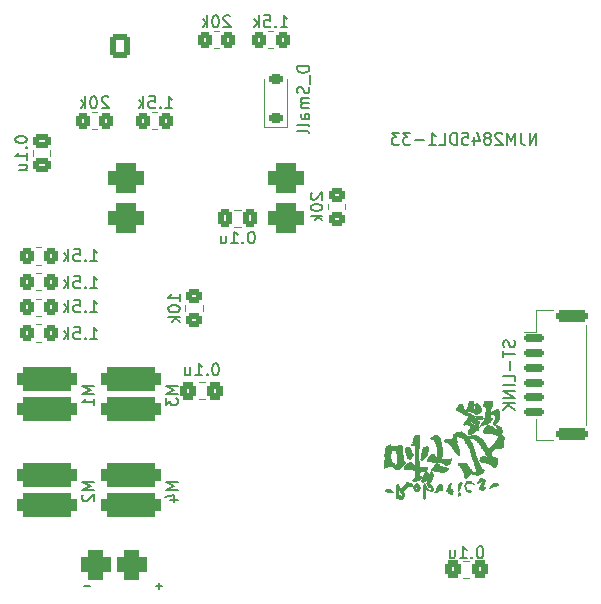
<source format=gbo>
G04 #@! TF.GenerationSoftware,KiCad,Pcbnew,7.0.9*
G04 #@! TF.CreationDate,2024-07-05T17:08:16+09:00*
G04 #@! TF.ProjectId,YAMADAmain_correct,59414d41-4441-46d6-9169-6e5f636f7272,rev?*
G04 #@! TF.SameCoordinates,Original*
G04 #@! TF.FileFunction,Legend,Bot*
G04 #@! TF.FilePolarity,Positive*
%FSLAX46Y46*%
G04 Gerber Fmt 4.6, Leading zero omitted, Abs format (unit mm)*
G04 Created by KiCad (PCBNEW 7.0.9) date 2024-07-05 17:08:16*
%MOMM*%
%LPD*%
G01*
G04 APERTURE LIST*
G04 Aperture macros list*
%AMRoundRect*
0 Rectangle with rounded corners*
0 $1 Rounding radius*
0 $2 $3 $4 $5 $6 $7 $8 $9 X,Y pos of 4 corners*
0 Add a 4 corners polygon primitive as box body*
4,1,4,$2,$3,$4,$5,$6,$7,$8,$9,$2,$3,0*
0 Add four circle primitives for the rounded corners*
1,1,$1+$1,$2,$3*
1,1,$1+$1,$4,$5*
1,1,$1+$1,$6,$7*
1,1,$1+$1,$8,$9*
0 Add four rect primitives between the rounded corners*
20,1,$1+$1,$2,$3,$4,$5,0*
20,1,$1+$1,$4,$5,$6,$7,0*
20,1,$1+$1,$6,$7,$8,$9,0*
20,1,$1+$1,$8,$9,$2,$3,0*%
G04 Aperture macros list end*
%ADD10C,0.150000*%
%ADD11C,0.153000*%
%ADD12C,0.010000*%
%ADD13C,0.120000*%
%ADD14RoundRect,0.635000X0.635000X0.635000X-0.635000X0.635000X-0.635000X-0.635000X0.635000X-0.635000X0*%
%ADD15O,1.800000X2.200000*%
%ADD16R,1.800000X2.200000*%
%ADD17C,1.000000*%
%ADD18C,5.600000*%
%ADD19C,1.524000*%
%ADD20RoundRect,0.625000X-0.875000X-0.625000X0.875000X-0.625000X0.875000X0.625000X-0.875000X0.625000X0*%
%ADD21R,1.700000X1.700000*%
%ADD22O,1.700000X1.700000*%
%ADD23C,1.600000*%
%ADD24RoundRect,0.292875X0.394625X0.432125X-0.394625X0.432125X-0.394625X-0.432125X0.394625X-0.432125X0*%
%ADD25O,1.700000X2.000000*%
%ADD26RoundRect,0.250000X-0.600000X-0.750000X0.600000X-0.750000X0.600000X0.750000X-0.600000X0.750000X0*%
%ADD27RoundRect,0.250000X-0.350000X-0.450000X0.350000X-0.450000X0.350000X0.450000X-0.350000X0.450000X0*%
%ADD28RoundRect,0.250000X-1.100000X0.250000X-1.100000X-0.250000X1.100000X-0.250000X1.100000X0.250000X0*%
%ADD29RoundRect,0.150000X-0.700000X0.150000X-0.700000X-0.150000X0.700000X-0.150000X0.700000X0.150000X0*%
%ADD30RoundRect,0.292875X-0.394625X-0.432125X0.394625X-0.432125X0.394625X0.432125X-0.394625X0.432125X0*%
%ADD31RoundRect,0.508000X2.032000X-0.508000X2.032000X0.508000X-2.032000X0.508000X-2.032000X-0.508000X0*%
%ADD32RoundRect,0.250000X0.337500X0.475000X-0.337500X0.475000X-0.337500X-0.475000X0.337500X-0.475000X0*%
%ADD33RoundRect,0.225000X0.375000X-0.225000X0.375000X0.225000X-0.375000X0.225000X-0.375000X-0.225000X0*%
%ADD34RoundRect,0.250000X0.350000X0.450000X-0.350000X0.450000X-0.350000X-0.450000X0.350000X-0.450000X0*%
%ADD35RoundRect,0.250000X0.475000X-0.337500X0.475000X0.337500X-0.475000X0.337500X-0.475000X-0.337500X0*%
%ADD36R,2.200000X1.200000*%
%ADD37R,6.400000X5.800000*%
%ADD38RoundRect,0.250000X0.450000X-0.350000X0.450000X0.350000X-0.450000X0.350000X-0.450000X-0.350000X0*%
G04 APERTURE END LIST*
D10*
X125804000Y-116078000D02*
X126312000Y-116078000D01*
X119708000Y-116078000D02*
X120216000Y-116078000D01*
X126058000Y-115824000D02*
X126058000Y-116332000D01*
D11*
X120593663Y-107272752D02*
X119593663Y-107272752D01*
X119593663Y-107272752D02*
X120307948Y-107606085D01*
X120307948Y-107606085D02*
X119593663Y-107939418D01*
X119593663Y-107939418D02*
X120593663Y-107939418D01*
X119688901Y-108367990D02*
X119641282Y-108415609D01*
X119641282Y-108415609D02*
X119593663Y-108510847D01*
X119593663Y-108510847D02*
X119593663Y-108748942D01*
X119593663Y-108748942D02*
X119641282Y-108844180D01*
X119641282Y-108844180D02*
X119688901Y-108891799D01*
X119688901Y-108891799D02*
X119784139Y-108939418D01*
X119784139Y-108939418D02*
X119879377Y-108939418D01*
X119879377Y-108939418D02*
X120022234Y-108891799D01*
X120022234Y-108891799D02*
X120593663Y-108320371D01*
X120593663Y-108320371D02*
X120593663Y-108939418D01*
X120593663Y-99144752D02*
X119593663Y-99144752D01*
X119593663Y-99144752D02*
X120307948Y-99478085D01*
X120307948Y-99478085D02*
X119593663Y-99811418D01*
X119593663Y-99811418D02*
X120593663Y-99811418D01*
X120593663Y-100811418D02*
X120593663Y-100239990D01*
X120593663Y-100525704D02*
X119593663Y-100525704D01*
X119593663Y-100525704D02*
X119736520Y-100430466D01*
X119736520Y-100430466D02*
X119831758Y-100335228D01*
X119831758Y-100335228D02*
X119879377Y-100239990D01*
X127669663Y-107272752D02*
X126669663Y-107272752D01*
X126669663Y-107272752D02*
X127383948Y-107606085D01*
X127383948Y-107606085D02*
X126669663Y-107939418D01*
X126669663Y-107939418D02*
X127669663Y-107939418D01*
X127002996Y-108844180D02*
X127669663Y-108844180D01*
X126622044Y-108606085D02*
X127336329Y-108367990D01*
X127336329Y-108367990D02*
X127336329Y-108987037D01*
X127669663Y-99144752D02*
X126669663Y-99144752D01*
X126669663Y-99144752D02*
X127383948Y-99478085D01*
X127383948Y-99478085D02*
X126669663Y-99811418D01*
X126669663Y-99811418D02*
X127669663Y-99811418D01*
X126669663Y-100192371D02*
X126669663Y-100811418D01*
X126669663Y-100811418D02*
X127050615Y-100478085D01*
X127050615Y-100478085D02*
X127050615Y-100620942D01*
X127050615Y-100620942D02*
X127098234Y-100716180D01*
X127098234Y-100716180D02*
X127145853Y-100763799D01*
X127145853Y-100763799D02*
X127241091Y-100811418D01*
X127241091Y-100811418D02*
X127479186Y-100811418D01*
X127479186Y-100811418D02*
X127574424Y-100763799D01*
X127574424Y-100763799D02*
X127622044Y-100716180D01*
X127622044Y-100716180D02*
X127669663Y-100620942D01*
X127669663Y-100620942D02*
X127669663Y-100335228D01*
X127669663Y-100335228D02*
X127622044Y-100239990D01*
X127622044Y-100239990D02*
X127574424Y-100192371D01*
X130936785Y-97244663D02*
X130841547Y-97244663D01*
X130841547Y-97244663D02*
X130746309Y-97292282D01*
X130746309Y-97292282D02*
X130698690Y-97339901D01*
X130698690Y-97339901D02*
X130651071Y-97435139D01*
X130651071Y-97435139D02*
X130603452Y-97625615D01*
X130603452Y-97625615D02*
X130603452Y-97863710D01*
X130603452Y-97863710D02*
X130651071Y-98054186D01*
X130651071Y-98054186D02*
X130698690Y-98149424D01*
X130698690Y-98149424D02*
X130746309Y-98197044D01*
X130746309Y-98197044D02*
X130841547Y-98244663D01*
X130841547Y-98244663D02*
X130936785Y-98244663D01*
X130936785Y-98244663D02*
X131032023Y-98197044D01*
X131032023Y-98197044D02*
X131079642Y-98149424D01*
X131079642Y-98149424D02*
X131127261Y-98054186D01*
X131127261Y-98054186D02*
X131174880Y-97863710D01*
X131174880Y-97863710D02*
X131174880Y-97625615D01*
X131174880Y-97625615D02*
X131127261Y-97435139D01*
X131127261Y-97435139D02*
X131079642Y-97339901D01*
X131079642Y-97339901D02*
X131032023Y-97292282D01*
X131032023Y-97292282D02*
X130936785Y-97244663D01*
X130174880Y-98149424D02*
X130127261Y-98197044D01*
X130127261Y-98197044D02*
X130174880Y-98244663D01*
X130174880Y-98244663D02*
X130222499Y-98197044D01*
X130222499Y-98197044D02*
X130174880Y-98149424D01*
X130174880Y-98149424D02*
X130174880Y-98244663D01*
X129174881Y-98244663D02*
X129746309Y-98244663D01*
X129460595Y-98244663D02*
X129460595Y-97244663D01*
X129460595Y-97244663D02*
X129555833Y-97387520D01*
X129555833Y-97387520D02*
X129651071Y-97482758D01*
X129651071Y-97482758D02*
X129746309Y-97530377D01*
X128317738Y-97577996D02*
X128317738Y-98244663D01*
X128746309Y-97577996D02*
X128746309Y-98101805D01*
X128746309Y-98101805D02*
X128698690Y-98197044D01*
X128698690Y-98197044D02*
X128603452Y-98244663D01*
X128603452Y-98244663D02*
X128460595Y-98244663D01*
X128460595Y-98244663D02*
X128365357Y-98197044D01*
X128365357Y-98197044D02*
X128317738Y-98149424D01*
X120287333Y-90878663D02*
X120858761Y-90878663D01*
X120573047Y-90878663D02*
X120573047Y-89878663D01*
X120573047Y-89878663D02*
X120668285Y-90021520D01*
X120668285Y-90021520D02*
X120763523Y-90116758D01*
X120763523Y-90116758D02*
X120858761Y-90164377D01*
X119858761Y-90783424D02*
X119811142Y-90831044D01*
X119811142Y-90831044D02*
X119858761Y-90878663D01*
X119858761Y-90878663D02*
X119906380Y-90831044D01*
X119906380Y-90831044D02*
X119858761Y-90783424D01*
X119858761Y-90783424D02*
X119858761Y-90878663D01*
X118906381Y-89878663D02*
X119382571Y-89878663D01*
X119382571Y-89878663D02*
X119430190Y-90354853D01*
X119430190Y-90354853D02*
X119382571Y-90307234D01*
X119382571Y-90307234D02*
X119287333Y-90259615D01*
X119287333Y-90259615D02*
X119049238Y-90259615D01*
X119049238Y-90259615D02*
X118954000Y-90307234D01*
X118954000Y-90307234D02*
X118906381Y-90354853D01*
X118906381Y-90354853D02*
X118858762Y-90450091D01*
X118858762Y-90450091D02*
X118858762Y-90688186D01*
X118858762Y-90688186D02*
X118906381Y-90783424D01*
X118906381Y-90783424D02*
X118954000Y-90831044D01*
X118954000Y-90831044D02*
X119049238Y-90878663D01*
X119049238Y-90878663D02*
X119287333Y-90878663D01*
X119287333Y-90878663D02*
X119382571Y-90831044D01*
X119382571Y-90831044D02*
X119430190Y-90783424D01*
X118430190Y-90878663D02*
X118430190Y-89878663D01*
X118334952Y-90497710D02*
X118049238Y-90878663D01*
X118049238Y-90211996D02*
X118430190Y-90592948D01*
X156183044Y-95305619D02*
X156230663Y-95448476D01*
X156230663Y-95448476D02*
X156230663Y-95686571D01*
X156230663Y-95686571D02*
X156183044Y-95781809D01*
X156183044Y-95781809D02*
X156135424Y-95829428D01*
X156135424Y-95829428D02*
X156040186Y-95877047D01*
X156040186Y-95877047D02*
X155944948Y-95877047D01*
X155944948Y-95877047D02*
X155849710Y-95829428D01*
X155849710Y-95829428D02*
X155802091Y-95781809D01*
X155802091Y-95781809D02*
X155754472Y-95686571D01*
X155754472Y-95686571D02*
X155706853Y-95496095D01*
X155706853Y-95496095D02*
X155659234Y-95400857D01*
X155659234Y-95400857D02*
X155611615Y-95353238D01*
X155611615Y-95353238D02*
X155516377Y-95305619D01*
X155516377Y-95305619D02*
X155421139Y-95305619D01*
X155421139Y-95305619D02*
X155325901Y-95353238D01*
X155325901Y-95353238D02*
X155278282Y-95400857D01*
X155278282Y-95400857D02*
X155230663Y-95496095D01*
X155230663Y-95496095D02*
X155230663Y-95734190D01*
X155230663Y-95734190D02*
X155278282Y-95877047D01*
X155230663Y-96162762D02*
X155230663Y-96734190D01*
X156230663Y-96448476D02*
X155230663Y-96448476D01*
X155849710Y-97067524D02*
X155849710Y-97829429D01*
X156230663Y-98781809D02*
X156230663Y-98305619D01*
X156230663Y-98305619D02*
X155230663Y-98305619D01*
X156230663Y-99115143D02*
X155230663Y-99115143D01*
X156230663Y-99591333D02*
X155230663Y-99591333D01*
X155230663Y-99591333D02*
X156230663Y-100162761D01*
X156230663Y-100162761D02*
X155230663Y-100162761D01*
X156230663Y-100638952D02*
X155230663Y-100638952D01*
X156230663Y-101210380D02*
X155659234Y-100781809D01*
X155230663Y-101210380D02*
X155802091Y-100638952D01*
X153332685Y-112738663D02*
X153237447Y-112738663D01*
X153237447Y-112738663D02*
X153142209Y-112786282D01*
X153142209Y-112786282D02*
X153094590Y-112833901D01*
X153094590Y-112833901D02*
X153046971Y-112929139D01*
X153046971Y-112929139D02*
X152999352Y-113119615D01*
X152999352Y-113119615D02*
X152999352Y-113357710D01*
X152999352Y-113357710D02*
X153046971Y-113548186D01*
X153046971Y-113548186D02*
X153094590Y-113643424D01*
X153094590Y-113643424D02*
X153142209Y-113691044D01*
X153142209Y-113691044D02*
X153237447Y-113738663D01*
X153237447Y-113738663D02*
X153332685Y-113738663D01*
X153332685Y-113738663D02*
X153427923Y-113691044D01*
X153427923Y-113691044D02*
X153475542Y-113643424D01*
X153475542Y-113643424D02*
X153523161Y-113548186D01*
X153523161Y-113548186D02*
X153570780Y-113357710D01*
X153570780Y-113357710D02*
X153570780Y-113119615D01*
X153570780Y-113119615D02*
X153523161Y-112929139D01*
X153523161Y-112929139D02*
X153475542Y-112833901D01*
X153475542Y-112833901D02*
X153427923Y-112786282D01*
X153427923Y-112786282D02*
X153332685Y-112738663D01*
X152570780Y-113643424D02*
X152523161Y-113691044D01*
X152523161Y-113691044D02*
X152570780Y-113738663D01*
X152570780Y-113738663D02*
X152618399Y-113691044D01*
X152618399Y-113691044D02*
X152570780Y-113643424D01*
X152570780Y-113643424D02*
X152570780Y-113738663D01*
X151570781Y-113738663D02*
X152142209Y-113738663D01*
X151856495Y-113738663D02*
X151856495Y-112738663D01*
X151856495Y-112738663D02*
X151951733Y-112881520D01*
X151951733Y-112881520D02*
X152046971Y-112976758D01*
X152046971Y-112976758D02*
X152142209Y-113024377D01*
X150713638Y-113071996D02*
X150713638Y-113738663D01*
X151142209Y-113071996D02*
X151142209Y-113595805D01*
X151142209Y-113595805D02*
X151094590Y-113691044D01*
X151094590Y-113691044D02*
X150999352Y-113738663D01*
X150999352Y-113738663D02*
X150856495Y-113738663D01*
X150856495Y-113738663D02*
X150761257Y-113691044D01*
X150761257Y-113691044D02*
X150713638Y-113643424D01*
X133960285Y-86094663D02*
X133865047Y-86094663D01*
X133865047Y-86094663D02*
X133769809Y-86142282D01*
X133769809Y-86142282D02*
X133722190Y-86189901D01*
X133722190Y-86189901D02*
X133674571Y-86285139D01*
X133674571Y-86285139D02*
X133626952Y-86475615D01*
X133626952Y-86475615D02*
X133626952Y-86713710D01*
X133626952Y-86713710D02*
X133674571Y-86904186D01*
X133674571Y-86904186D02*
X133722190Y-86999424D01*
X133722190Y-86999424D02*
X133769809Y-87047044D01*
X133769809Y-87047044D02*
X133865047Y-87094663D01*
X133865047Y-87094663D02*
X133960285Y-87094663D01*
X133960285Y-87094663D02*
X134055523Y-87047044D01*
X134055523Y-87047044D02*
X134103142Y-86999424D01*
X134103142Y-86999424D02*
X134150761Y-86904186D01*
X134150761Y-86904186D02*
X134198380Y-86713710D01*
X134198380Y-86713710D02*
X134198380Y-86475615D01*
X134198380Y-86475615D02*
X134150761Y-86285139D01*
X134150761Y-86285139D02*
X134103142Y-86189901D01*
X134103142Y-86189901D02*
X134055523Y-86142282D01*
X134055523Y-86142282D02*
X133960285Y-86094663D01*
X133198380Y-86999424D02*
X133150761Y-87047044D01*
X133150761Y-87047044D02*
X133198380Y-87094663D01*
X133198380Y-87094663D02*
X133245999Y-87047044D01*
X133245999Y-87047044D02*
X133198380Y-86999424D01*
X133198380Y-86999424D02*
X133198380Y-87094663D01*
X132198381Y-87094663D02*
X132769809Y-87094663D01*
X132484095Y-87094663D02*
X132484095Y-86094663D01*
X132484095Y-86094663D02*
X132579333Y-86237520D01*
X132579333Y-86237520D02*
X132674571Y-86332758D01*
X132674571Y-86332758D02*
X132769809Y-86380377D01*
X131341238Y-86427996D02*
X131341238Y-87094663D01*
X131769809Y-86427996D02*
X131769809Y-86951805D01*
X131769809Y-86951805D02*
X131722190Y-87047044D01*
X131722190Y-87047044D02*
X131626952Y-87094663D01*
X131626952Y-87094663D02*
X131484095Y-87094663D01*
X131484095Y-87094663D02*
X131388857Y-87047044D01*
X131388857Y-87047044D02*
X131341238Y-86999424D01*
X120287333Y-92910663D02*
X120858761Y-92910663D01*
X120573047Y-92910663D02*
X120573047Y-91910663D01*
X120573047Y-91910663D02*
X120668285Y-92053520D01*
X120668285Y-92053520D02*
X120763523Y-92148758D01*
X120763523Y-92148758D02*
X120858761Y-92196377D01*
X119858761Y-92815424D02*
X119811142Y-92863044D01*
X119811142Y-92863044D02*
X119858761Y-92910663D01*
X119858761Y-92910663D02*
X119906380Y-92863044D01*
X119906380Y-92863044D02*
X119858761Y-92815424D01*
X119858761Y-92815424D02*
X119858761Y-92910663D01*
X118906381Y-91910663D02*
X119382571Y-91910663D01*
X119382571Y-91910663D02*
X119430190Y-92386853D01*
X119430190Y-92386853D02*
X119382571Y-92339234D01*
X119382571Y-92339234D02*
X119287333Y-92291615D01*
X119287333Y-92291615D02*
X119049238Y-92291615D01*
X119049238Y-92291615D02*
X118954000Y-92339234D01*
X118954000Y-92339234D02*
X118906381Y-92386853D01*
X118906381Y-92386853D02*
X118858762Y-92482091D01*
X118858762Y-92482091D02*
X118858762Y-92720186D01*
X118858762Y-92720186D02*
X118906381Y-92815424D01*
X118906381Y-92815424D02*
X118954000Y-92863044D01*
X118954000Y-92863044D02*
X119049238Y-92910663D01*
X119049238Y-92910663D02*
X119287333Y-92910663D01*
X119287333Y-92910663D02*
X119382571Y-92863044D01*
X119382571Y-92863044D02*
X119430190Y-92815424D01*
X118430190Y-92910663D02*
X118430190Y-91910663D01*
X118334952Y-92529710D02*
X118049238Y-92910663D01*
X118049238Y-92243996D02*
X118430190Y-92624948D01*
X120287333Y-95196663D02*
X120858761Y-95196663D01*
X120573047Y-95196663D02*
X120573047Y-94196663D01*
X120573047Y-94196663D02*
X120668285Y-94339520D01*
X120668285Y-94339520D02*
X120763523Y-94434758D01*
X120763523Y-94434758D02*
X120858761Y-94482377D01*
X119858761Y-95101424D02*
X119811142Y-95149044D01*
X119811142Y-95149044D02*
X119858761Y-95196663D01*
X119858761Y-95196663D02*
X119906380Y-95149044D01*
X119906380Y-95149044D02*
X119858761Y-95101424D01*
X119858761Y-95101424D02*
X119858761Y-95196663D01*
X118906381Y-94196663D02*
X119382571Y-94196663D01*
X119382571Y-94196663D02*
X119430190Y-94672853D01*
X119430190Y-94672853D02*
X119382571Y-94625234D01*
X119382571Y-94625234D02*
X119287333Y-94577615D01*
X119287333Y-94577615D02*
X119049238Y-94577615D01*
X119049238Y-94577615D02*
X118954000Y-94625234D01*
X118954000Y-94625234D02*
X118906381Y-94672853D01*
X118906381Y-94672853D02*
X118858762Y-94768091D01*
X118858762Y-94768091D02*
X118858762Y-95006186D01*
X118858762Y-95006186D02*
X118906381Y-95101424D01*
X118906381Y-95101424D02*
X118954000Y-95149044D01*
X118954000Y-95149044D02*
X119049238Y-95196663D01*
X119049238Y-95196663D02*
X119287333Y-95196663D01*
X119287333Y-95196663D02*
X119382571Y-95149044D01*
X119382571Y-95149044D02*
X119430190Y-95101424D01*
X118430190Y-95196663D02*
X118430190Y-94196663D01*
X118334952Y-94815710D02*
X118049238Y-95196663D01*
X118049238Y-94529996D02*
X118430190Y-94910948D01*
X120287333Y-88592663D02*
X120858761Y-88592663D01*
X120573047Y-88592663D02*
X120573047Y-87592663D01*
X120573047Y-87592663D02*
X120668285Y-87735520D01*
X120668285Y-87735520D02*
X120763523Y-87830758D01*
X120763523Y-87830758D02*
X120858761Y-87878377D01*
X119858761Y-88497424D02*
X119811142Y-88545044D01*
X119811142Y-88545044D02*
X119858761Y-88592663D01*
X119858761Y-88592663D02*
X119906380Y-88545044D01*
X119906380Y-88545044D02*
X119858761Y-88497424D01*
X119858761Y-88497424D02*
X119858761Y-88592663D01*
X118906381Y-87592663D02*
X119382571Y-87592663D01*
X119382571Y-87592663D02*
X119430190Y-88068853D01*
X119430190Y-88068853D02*
X119382571Y-88021234D01*
X119382571Y-88021234D02*
X119287333Y-87973615D01*
X119287333Y-87973615D02*
X119049238Y-87973615D01*
X119049238Y-87973615D02*
X118954000Y-88021234D01*
X118954000Y-88021234D02*
X118906381Y-88068853D01*
X118906381Y-88068853D02*
X118858762Y-88164091D01*
X118858762Y-88164091D02*
X118858762Y-88402186D01*
X118858762Y-88402186D02*
X118906381Y-88497424D01*
X118906381Y-88497424D02*
X118954000Y-88545044D01*
X118954000Y-88545044D02*
X119049238Y-88592663D01*
X119049238Y-88592663D02*
X119287333Y-88592663D01*
X119287333Y-88592663D02*
X119382571Y-88545044D01*
X119382571Y-88545044D02*
X119430190Y-88497424D01*
X118430190Y-88592663D02*
X118430190Y-87592663D01*
X118334952Y-88211710D02*
X118049238Y-88592663D01*
X118049238Y-87925996D02*
X118430190Y-88306948D01*
X138814663Y-72098095D02*
X137814663Y-72098095D01*
X137814663Y-72098095D02*
X137814663Y-72336190D01*
X137814663Y-72336190D02*
X137862282Y-72479047D01*
X137862282Y-72479047D02*
X137957520Y-72574285D01*
X137957520Y-72574285D02*
X138052758Y-72621904D01*
X138052758Y-72621904D02*
X138243234Y-72669523D01*
X138243234Y-72669523D02*
X138386091Y-72669523D01*
X138386091Y-72669523D02*
X138576567Y-72621904D01*
X138576567Y-72621904D02*
X138671805Y-72574285D01*
X138671805Y-72574285D02*
X138767044Y-72479047D01*
X138767044Y-72479047D02*
X138814663Y-72336190D01*
X138814663Y-72336190D02*
X138814663Y-72098095D01*
X138909901Y-72860000D02*
X138909901Y-73621904D01*
X138767044Y-73812381D02*
X138814663Y-73955238D01*
X138814663Y-73955238D02*
X138814663Y-74193333D01*
X138814663Y-74193333D02*
X138767044Y-74288571D01*
X138767044Y-74288571D02*
X138719424Y-74336190D01*
X138719424Y-74336190D02*
X138624186Y-74383809D01*
X138624186Y-74383809D02*
X138528948Y-74383809D01*
X138528948Y-74383809D02*
X138433710Y-74336190D01*
X138433710Y-74336190D02*
X138386091Y-74288571D01*
X138386091Y-74288571D02*
X138338472Y-74193333D01*
X138338472Y-74193333D02*
X138290853Y-74002857D01*
X138290853Y-74002857D02*
X138243234Y-73907619D01*
X138243234Y-73907619D02*
X138195615Y-73860000D01*
X138195615Y-73860000D02*
X138100377Y-73812381D01*
X138100377Y-73812381D02*
X138005139Y-73812381D01*
X138005139Y-73812381D02*
X137909901Y-73860000D01*
X137909901Y-73860000D02*
X137862282Y-73907619D01*
X137862282Y-73907619D02*
X137814663Y-74002857D01*
X137814663Y-74002857D02*
X137814663Y-74240952D01*
X137814663Y-74240952D02*
X137862282Y-74383809D01*
X138814663Y-74812381D02*
X138147996Y-74812381D01*
X138243234Y-74812381D02*
X138195615Y-74860000D01*
X138195615Y-74860000D02*
X138147996Y-74955238D01*
X138147996Y-74955238D02*
X138147996Y-75098095D01*
X138147996Y-75098095D02*
X138195615Y-75193333D01*
X138195615Y-75193333D02*
X138290853Y-75240952D01*
X138290853Y-75240952D02*
X138814663Y-75240952D01*
X138290853Y-75240952D02*
X138195615Y-75288571D01*
X138195615Y-75288571D02*
X138147996Y-75383809D01*
X138147996Y-75383809D02*
X138147996Y-75526666D01*
X138147996Y-75526666D02*
X138195615Y-75621905D01*
X138195615Y-75621905D02*
X138290853Y-75669524D01*
X138290853Y-75669524D02*
X138814663Y-75669524D01*
X138814663Y-76574285D02*
X138290853Y-76574285D01*
X138290853Y-76574285D02*
X138195615Y-76526666D01*
X138195615Y-76526666D02*
X138147996Y-76431428D01*
X138147996Y-76431428D02*
X138147996Y-76240952D01*
X138147996Y-76240952D02*
X138195615Y-76145714D01*
X138767044Y-76574285D02*
X138814663Y-76479047D01*
X138814663Y-76479047D02*
X138814663Y-76240952D01*
X138814663Y-76240952D02*
X138767044Y-76145714D01*
X138767044Y-76145714D02*
X138671805Y-76098095D01*
X138671805Y-76098095D02*
X138576567Y-76098095D01*
X138576567Y-76098095D02*
X138481329Y-76145714D01*
X138481329Y-76145714D02*
X138433710Y-76240952D01*
X138433710Y-76240952D02*
X138433710Y-76479047D01*
X138433710Y-76479047D02*
X138386091Y-76574285D01*
X138814663Y-77193333D02*
X138767044Y-77098095D01*
X138767044Y-77098095D02*
X138671805Y-77050476D01*
X138671805Y-77050476D02*
X137814663Y-77050476D01*
X138814663Y-77717143D02*
X138767044Y-77621905D01*
X138767044Y-77621905D02*
X138671805Y-77574286D01*
X138671805Y-77574286D02*
X137814663Y-77574286D01*
X136393333Y-68780663D02*
X136964761Y-68780663D01*
X136679047Y-68780663D02*
X136679047Y-67780663D01*
X136679047Y-67780663D02*
X136774285Y-67923520D01*
X136774285Y-67923520D02*
X136869523Y-68018758D01*
X136869523Y-68018758D02*
X136964761Y-68066377D01*
X135964761Y-68685424D02*
X135917142Y-68733044D01*
X135917142Y-68733044D02*
X135964761Y-68780663D01*
X135964761Y-68780663D02*
X136012380Y-68733044D01*
X136012380Y-68733044D02*
X135964761Y-68685424D01*
X135964761Y-68685424D02*
X135964761Y-68780663D01*
X135012381Y-67780663D02*
X135488571Y-67780663D01*
X135488571Y-67780663D02*
X135536190Y-68256853D01*
X135536190Y-68256853D02*
X135488571Y-68209234D01*
X135488571Y-68209234D02*
X135393333Y-68161615D01*
X135393333Y-68161615D02*
X135155238Y-68161615D01*
X135155238Y-68161615D02*
X135060000Y-68209234D01*
X135060000Y-68209234D02*
X135012381Y-68256853D01*
X135012381Y-68256853D02*
X134964762Y-68352091D01*
X134964762Y-68352091D02*
X134964762Y-68590186D01*
X134964762Y-68590186D02*
X135012381Y-68685424D01*
X135012381Y-68685424D02*
X135060000Y-68733044D01*
X135060000Y-68733044D02*
X135155238Y-68780663D01*
X135155238Y-68780663D02*
X135393333Y-68780663D01*
X135393333Y-68780663D02*
X135488571Y-68733044D01*
X135488571Y-68733044D02*
X135536190Y-68685424D01*
X134536190Y-68780663D02*
X134536190Y-67780663D01*
X134440952Y-68399710D02*
X134155238Y-68780663D01*
X134155238Y-68113996D02*
X134536190Y-68494948D01*
X121805066Y-74733901D02*
X121757447Y-74686282D01*
X121757447Y-74686282D02*
X121662209Y-74638663D01*
X121662209Y-74638663D02*
X121424114Y-74638663D01*
X121424114Y-74638663D02*
X121328876Y-74686282D01*
X121328876Y-74686282D02*
X121281257Y-74733901D01*
X121281257Y-74733901D02*
X121233638Y-74829139D01*
X121233638Y-74829139D02*
X121233638Y-74924377D01*
X121233638Y-74924377D02*
X121281257Y-75067234D01*
X121281257Y-75067234D02*
X121852685Y-75638663D01*
X121852685Y-75638663D02*
X121233638Y-75638663D01*
X120614590Y-74638663D02*
X120519352Y-74638663D01*
X120519352Y-74638663D02*
X120424114Y-74686282D01*
X120424114Y-74686282D02*
X120376495Y-74733901D01*
X120376495Y-74733901D02*
X120328876Y-74829139D01*
X120328876Y-74829139D02*
X120281257Y-75019615D01*
X120281257Y-75019615D02*
X120281257Y-75257710D01*
X120281257Y-75257710D02*
X120328876Y-75448186D01*
X120328876Y-75448186D02*
X120376495Y-75543424D01*
X120376495Y-75543424D02*
X120424114Y-75591044D01*
X120424114Y-75591044D02*
X120519352Y-75638663D01*
X120519352Y-75638663D02*
X120614590Y-75638663D01*
X120614590Y-75638663D02*
X120709828Y-75591044D01*
X120709828Y-75591044D02*
X120757447Y-75543424D01*
X120757447Y-75543424D02*
X120805066Y-75448186D01*
X120805066Y-75448186D02*
X120852685Y-75257710D01*
X120852685Y-75257710D02*
X120852685Y-75019615D01*
X120852685Y-75019615D02*
X120805066Y-74829139D01*
X120805066Y-74829139D02*
X120757447Y-74733901D01*
X120757447Y-74733901D02*
X120709828Y-74686282D01*
X120709828Y-74686282D02*
X120614590Y-74638663D01*
X119852685Y-75638663D02*
X119852685Y-74638663D01*
X119757447Y-75257710D02*
X119471733Y-75638663D01*
X119471733Y-74971996D02*
X119852685Y-75352948D01*
X113926663Y-78235714D02*
X113926663Y-78330952D01*
X113926663Y-78330952D02*
X113974282Y-78426190D01*
X113974282Y-78426190D02*
X114021901Y-78473809D01*
X114021901Y-78473809D02*
X114117139Y-78521428D01*
X114117139Y-78521428D02*
X114307615Y-78569047D01*
X114307615Y-78569047D02*
X114545710Y-78569047D01*
X114545710Y-78569047D02*
X114736186Y-78521428D01*
X114736186Y-78521428D02*
X114831424Y-78473809D01*
X114831424Y-78473809D02*
X114879044Y-78426190D01*
X114879044Y-78426190D02*
X114926663Y-78330952D01*
X114926663Y-78330952D02*
X114926663Y-78235714D01*
X114926663Y-78235714D02*
X114879044Y-78140476D01*
X114879044Y-78140476D02*
X114831424Y-78092857D01*
X114831424Y-78092857D02*
X114736186Y-78045238D01*
X114736186Y-78045238D02*
X114545710Y-77997619D01*
X114545710Y-77997619D02*
X114307615Y-77997619D01*
X114307615Y-77997619D02*
X114117139Y-78045238D01*
X114117139Y-78045238D02*
X114021901Y-78092857D01*
X114021901Y-78092857D02*
X113974282Y-78140476D01*
X113974282Y-78140476D02*
X113926663Y-78235714D01*
X114831424Y-78997619D02*
X114879044Y-79045238D01*
X114879044Y-79045238D02*
X114926663Y-78997619D01*
X114926663Y-78997619D02*
X114879044Y-78950000D01*
X114879044Y-78950000D02*
X114831424Y-78997619D01*
X114831424Y-78997619D02*
X114926663Y-78997619D01*
X114926663Y-79997618D02*
X114926663Y-79426190D01*
X114926663Y-79711904D02*
X113926663Y-79711904D01*
X113926663Y-79711904D02*
X114069520Y-79616666D01*
X114069520Y-79616666D02*
X114164758Y-79521428D01*
X114164758Y-79521428D02*
X114212377Y-79426190D01*
X114259996Y-80854761D02*
X114926663Y-80854761D01*
X114259996Y-80426190D02*
X114783805Y-80426190D01*
X114783805Y-80426190D02*
X114879044Y-80473809D01*
X114879044Y-80473809D02*
X114926663Y-80569047D01*
X114926663Y-80569047D02*
X114926663Y-80711904D01*
X114926663Y-80711904D02*
X114879044Y-80807142D01*
X114879044Y-80807142D02*
X114831424Y-80854761D01*
X132126666Y-67875901D02*
X132079047Y-67828282D01*
X132079047Y-67828282D02*
X131983809Y-67780663D01*
X131983809Y-67780663D02*
X131745714Y-67780663D01*
X131745714Y-67780663D02*
X131650476Y-67828282D01*
X131650476Y-67828282D02*
X131602857Y-67875901D01*
X131602857Y-67875901D02*
X131555238Y-67971139D01*
X131555238Y-67971139D02*
X131555238Y-68066377D01*
X131555238Y-68066377D02*
X131602857Y-68209234D01*
X131602857Y-68209234D02*
X132174285Y-68780663D01*
X132174285Y-68780663D02*
X131555238Y-68780663D01*
X130936190Y-67780663D02*
X130840952Y-67780663D01*
X130840952Y-67780663D02*
X130745714Y-67828282D01*
X130745714Y-67828282D02*
X130698095Y-67875901D01*
X130698095Y-67875901D02*
X130650476Y-67971139D01*
X130650476Y-67971139D02*
X130602857Y-68161615D01*
X130602857Y-68161615D02*
X130602857Y-68399710D01*
X130602857Y-68399710D02*
X130650476Y-68590186D01*
X130650476Y-68590186D02*
X130698095Y-68685424D01*
X130698095Y-68685424D02*
X130745714Y-68733044D01*
X130745714Y-68733044D02*
X130840952Y-68780663D01*
X130840952Y-68780663D02*
X130936190Y-68780663D01*
X130936190Y-68780663D02*
X131031428Y-68733044D01*
X131031428Y-68733044D02*
X131079047Y-68685424D01*
X131079047Y-68685424D02*
X131126666Y-68590186D01*
X131126666Y-68590186D02*
X131174285Y-68399710D01*
X131174285Y-68399710D02*
X131174285Y-68161615D01*
X131174285Y-68161615D02*
X131126666Y-67971139D01*
X131126666Y-67971139D02*
X131079047Y-67875901D01*
X131079047Y-67875901D02*
X131031428Y-67828282D01*
X131031428Y-67828282D02*
X130936190Y-67780663D01*
X130174285Y-68780663D02*
X130174285Y-67780663D01*
X130079047Y-68399710D02*
X129793333Y-68780663D01*
X129793333Y-68113996D02*
X130174285Y-68494948D01*
X158055237Y-78734663D02*
X158055237Y-77734663D01*
X158055237Y-77734663D02*
X157483809Y-78734663D01*
X157483809Y-78734663D02*
X157483809Y-77734663D01*
X156721904Y-77734663D02*
X156721904Y-78448948D01*
X156721904Y-78448948D02*
X156769523Y-78591805D01*
X156769523Y-78591805D02*
X156864761Y-78687044D01*
X156864761Y-78687044D02*
X157007618Y-78734663D01*
X157007618Y-78734663D02*
X157102856Y-78734663D01*
X156245713Y-78734663D02*
X156245713Y-77734663D01*
X156245713Y-77734663D02*
X155912380Y-78448948D01*
X155912380Y-78448948D02*
X155579047Y-77734663D01*
X155579047Y-77734663D02*
X155579047Y-78734663D01*
X155150475Y-77829901D02*
X155102856Y-77782282D01*
X155102856Y-77782282D02*
X155007618Y-77734663D01*
X155007618Y-77734663D02*
X154769523Y-77734663D01*
X154769523Y-77734663D02*
X154674285Y-77782282D01*
X154674285Y-77782282D02*
X154626666Y-77829901D01*
X154626666Y-77829901D02*
X154579047Y-77925139D01*
X154579047Y-77925139D02*
X154579047Y-78020377D01*
X154579047Y-78020377D02*
X154626666Y-78163234D01*
X154626666Y-78163234D02*
X155198094Y-78734663D01*
X155198094Y-78734663D02*
X154579047Y-78734663D01*
X154007618Y-78163234D02*
X154102856Y-78115615D01*
X154102856Y-78115615D02*
X154150475Y-78067996D01*
X154150475Y-78067996D02*
X154198094Y-77972758D01*
X154198094Y-77972758D02*
X154198094Y-77925139D01*
X154198094Y-77925139D02*
X154150475Y-77829901D01*
X154150475Y-77829901D02*
X154102856Y-77782282D01*
X154102856Y-77782282D02*
X154007618Y-77734663D01*
X154007618Y-77734663D02*
X153817142Y-77734663D01*
X153817142Y-77734663D02*
X153721904Y-77782282D01*
X153721904Y-77782282D02*
X153674285Y-77829901D01*
X153674285Y-77829901D02*
X153626666Y-77925139D01*
X153626666Y-77925139D02*
X153626666Y-77972758D01*
X153626666Y-77972758D02*
X153674285Y-78067996D01*
X153674285Y-78067996D02*
X153721904Y-78115615D01*
X153721904Y-78115615D02*
X153817142Y-78163234D01*
X153817142Y-78163234D02*
X154007618Y-78163234D01*
X154007618Y-78163234D02*
X154102856Y-78210853D01*
X154102856Y-78210853D02*
X154150475Y-78258472D01*
X154150475Y-78258472D02*
X154198094Y-78353710D01*
X154198094Y-78353710D02*
X154198094Y-78544186D01*
X154198094Y-78544186D02*
X154150475Y-78639424D01*
X154150475Y-78639424D02*
X154102856Y-78687044D01*
X154102856Y-78687044D02*
X154007618Y-78734663D01*
X154007618Y-78734663D02*
X153817142Y-78734663D01*
X153817142Y-78734663D02*
X153721904Y-78687044D01*
X153721904Y-78687044D02*
X153674285Y-78639424D01*
X153674285Y-78639424D02*
X153626666Y-78544186D01*
X153626666Y-78544186D02*
X153626666Y-78353710D01*
X153626666Y-78353710D02*
X153674285Y-78258472D01*
X153674285Y-78258472D02*
X153721904Y-78210853D01*
X153721904Y-78210853D02*
X153817142Y-78163234D01*
X152769523Y-78067996D02*
X152769523Y-78734663D01*
X153007618Y-77687044D02*
X153245713Y-78401329D01*
X153245713Y-78401329D02*
X152626666Y-78401329D01*
X151769523Y-77734663D02*
X152245713Y-77734663D01*
X152245713Y-77734663D02*
X152293332Y-78210853D01*
X152293332Y-78210853D02*
X152245713Y-78163234D01*
X152245713Y-78163234D02*
X152150475Y-78115615D01*
X152150475Y-78115615D02*
X151912380Y-78115615D01*
X151912380Y-78115615D02*
X151817142Y-78163234D01*
X151817142Y-78163234D02*
X151769523Y-78210853D01*
X151769523Y-78210853D02*
X151721904Y-78306091D01*
X151721904Y-78306091D02*
X151721904Y-78544186D01*
X151721904Y-78544186D02*
X151769523Y-78639424D01*
X151769523Y-78639424D02*
X151817142Y-78687044D01*
X151817142Y-78687044D02*
X151912380Y-78734663D01*
X151912380Y-78734663D02*
X152150475Y-78734663D01*
X152150475Y-78734663D02*
X152245713Y-78687044D01*
X152245713Y-78687044D02*
X152293332Y-78639424D01*
X151293332Y-78734663D02*
X151293332Y-77734663D01*
X151293332Y-77734663D02*
X151055237Y-77734663D01*
X151055237Y-77734663D02*
X150912380Y-77782282D01*
X150912380Y-77782282D02*
X150817142Y-77877520D01*
X150817142Y-77877520D02*
X150769523Y-77972758D01*
X150769523Y-77972758D02*
X150721904Y-78163234D01*
X150721904Y-78163234D02*
X150721904Y-78306091D01*
X150721904Y-78306091D02*
X150769523Y-78496567D01*
X150769523Y-78496567D02*
X150817142Y-78591805D01*
X150817142Y-78591805D02*
X150912380Y-78687044D01*
X150912380Y-78687044D02*
X151055237Y-78734663D01*
X151055237Y-78734663D02*
X151293332Y-78734663D01*
X149817142Y-78734663D02*
X150293332Y-78734663D01*
X150293332Y-78734663D02*
X150293332Y-77734663D01*
X148959999Y-78734663D02*
X149531427Y-78734663D01*
X149245713Y-78734663D02*
X149245713Y-77734663D01*
X149245713Y-77734663D02*
X149340951Y-77877520D01*
X149340951Y-77877520D02*
X149436189Y-77972758D01*
X149436189Y-77972758D02*
X149531427Y-78020377D01*
X148531427Y-78353710D02*
X147769523Y-78353710D01*
X147388570Y-77734663D02*
X146769523Y-77734663D01*
X146769523Y-77734663D02*
X147102856Y-78115615D01*
X147102856Y-78115615D02*
X146959999Y-78115615D01*
X146959999Y-78115615D02*
X146864761Y-78163234D01*
X146864761Y-78163234D02*
X146817142Y-78210853D01*
X146817142Y-78210853D02*
X146769523Y-78306091D01*
X146769523Y-78306091D02*
X146769523Y-78544186D01*
X146769523Y-78544186D02*
X146817142Y-78639424D01*
X146817142Y-78639424D02*
X146864761Y-78687044D01*
X146864761Y-78687044D02*
X146959999Y-78734663D01*
X146959999Y-78734663D02*
X147245713Y-78734663D01*
X147245713Y-78734663D02*
X147340951Y-78687044D01*
X147340951Y-78687044D02*
X147388570Y-78639424D01*
X146436189Y-77734663D02*
X145817142Y-77734663D01*
X145817142Y-77734663D02*
X146150475Y-78115615D01*
X146150475Y-78115615D02*
X146007618Y-78115615D01*
X146007618Y-78115615D02*
X145912380Y-78163234D01*
X145912380Y-78163234D02*
X145864761Y-78210853D01*
X145864761Y-78210853D02*
X145817142Y-78306091D01*
X145817142Y-78306091D02*
X145817142Y-78544186D01*
X145817142Y-78544186D02*
X145864761Y-78639424D01*
X145864761Y-78639424D02*
X145912380Y-78687044D01*
X145912380Y-78687044D02*
X146007618Y-78734663D01*
X146007618Y-78734663D02*
X146293332Y-78734663D01*
X146293332Y-78734663D02*
X146388570Y-78687044D01*
X146388570Y-78687044D02*
X146436189Y-78639424D01*
X139027901Y-82820333D02*
X138980282Y-82867952D01*
X138980282Y-82867952D02*
X138932663Y-82963190D01*
X138932663Y-82963190D02*
X138932663Y-83201285D01*
X138932663Y-83201285D02*
X138980282Y-83296523D01*
X138980282Y-83296523D02*
X139027901Y-83344142D01*
X139027901Y-83344142D02*
X139123139Y-83391761D01*
X139123139Y-83391761D02*
X139218377Y-83391761D01*
X139218377Y-83391761D02*
X139361234Y-83344142D01*
X139361234Y-83344142D02*
X139932663Y-82772714D01*
X139932663Y-82772714D02*
X139932663Y-83391761D01*
X138932663Y-84010809D02*
X138932663Y-84106047D01*
X138932663Y-84106047D02*
X138980282Y-84201285D01*
X138980282Y-84201285D02*
X139027901Y-84248904D01*
X139027901Y-84248904D02*
X139123139Y-84296523D01*
X139123139Y-84296523D02*
X139313615Y-84344142D01*
X139313615Y-84344142D02*
X139551710Y-84344142D01*
X139551710Y-84344142D02*
X139742186Y-84296523D01*
X139742186Y-84296523D02*
X139837424Y-84248904D01*
X139837424Y-84248904D02*
X139885044Y-84201285D01*
X139885044Y-84201285D02*
X139932663Y-84106047D01*
X139932663Y-84106047D02*
X139932663Y-84010809D01*
X139932663Y-84010809D02*
X139885044Y-83915571D01*
X139885044Y-83915571D02*
X139837424Y-83867952D01*
X139837424Y-83867952D02*
X139742186Y-83820333D01*
X139742186Y-83820333D02*
X139551710Y-83772714D01*
X139551710Y-83772714D02*
X139313615Y-83772714D01*
X139313615Y-83772714D02*
X139123139Y-83820333D01*
X139123139Y-83820333D02*
X139027901Y-83867952D01*
X139027901Y-83867952D02*
X138980282Y-83915571D01*
X138980282Y-83915571D02*
X138932663Y-84010809D01*
X139932663Y-84772714D02*
X138932663Y-84772714D01*
X139551710Y-84867952D02*
X139932663Y-85153666D01*
X139265996Y-85153666D02*
X139646948Y-84772714D01*
X126637333Y-75638663D02*
X127208761Y-75638663D01*
X126923047Y-75638663D02*
X126923047Y-74638663D01*
X126923047Y-74638663D02*
X127018285Y-74781520D01*
X127018285Y-74781520D02*
X127113523Y-74876758D01*
X127113523Y-74876758D02*
X127208761Y-74924377D01*
X126208761Y-75543424D02*
X126161142Y-75591044D01*
X126161142Y-75591044D02*
X126208761Y-75638663D01*
X126208761Y-75638663D02*
X126256380Y-75591044D01*
X126256380Y-75591044D02*
X126208761Y-75543424D01*
X126208761Y-75543424D02*
X126208761Y-75638663D01*
X125256381Y-74638663D02*
X125732571Y-74638663D01*
X125732571Y-74638663D02*
X125780190Y-75114853D01*
X125780190Y-75114853D02*
X125732571Y-75067234D01*
X125732571Y-75067234D02*
X125637333Y-75019615D01*
X125637333Y-75019615D02*
X125399238Y-75019615D01*
X125399238Y-75019615D02*
X125304000Y-75067234D01*
X125304000Y-75067234D02*
X125256381Y-75114853D01*
X125256381Y-75114853D02*
X125208762Y-75210091D01*
X125208762Y-75210091D02*
X125208762Y-75448186D01*
X125208762Y-75448186D02*
X125256381Y-75543424D01*
X125256381Y-75543424D02*
X125304000Y-75591044D01*
X125304000Y-75591044D02*
X125399238Y-75638663D01*
X125399238Y-75638663D02*
X125637333Y-75638663D01*
X125637333Y-75638663D02*
X125732571Y-75591044D01*
X125732571Y-75591044D02*
X125780190Y-75543424D01*
X124780190Y-75638663D02*
X124780190Y-74638663D01*
X124684952Y-75257710D02*
X124399238Y-75638663D01*
X124399238Y-74971996D02*
X124780190Y-75352948D01*
X127864663Y-91964761D02*
X127864663Y-91393333D01*
X127864663Y-91679047D02*
X126864663Y-91679047D01*
X126864663Y-91679047D02*
X127007520Y-91583809D01*
X127007520Y-91583809D02*
X127102758Y-91488571D01*
X127102758Y-91488571D02*
X127150377Y-91393333D01*
X126864663Y-92583809D02*
X126864663Y-92679047D01*
X126864663Y-92679047D02*
X126912282Y-92774285D01*
X126912282Y-92774285D02*
X126959901Y-92821904D01*
X126959901Y-92821904D02*
X127055139Y-92869523D01*
X127055139Y-92869523D02*
X127245615Y-92917142D01*
X127245615Y-92917142D02*
X127483710Y-92917142D01*
X127483710Y-92917142D02*
X127674186Y-92869523D01*
X127674186Y-92869523D02*
X127769424Y-92821904D01*
X127769424Y-92821904D02*
X127817044Y-92774285D01*
X127817044Y-92774285D02*
X127864663Y-92679047D01*
X127864663Y-92679047D02*
X127864663Y-92583809D01*
X127864663Y-92583809D02*
X127817044Y-92488571D01*
X127817044Y-92488571D02*
X127769424Y-92440952D01*
X127769424Y-92440952D02*
X127674186Y-92393333D01*
X127674186Y-92393333D02*
X127483710Y-92345714D01*
X127483710Y-92345714D02*
X127245615Y-92345714D01*
X127245615Y-92345714D02*
X127055139Y-92393333D01*
X127055139Y-92393333D02*
X126959901Y-92440952D01*
X126959901Y-92440952D02*
X126912282Y-92488571D01*
X126912282Y-92488571D02*
X126864663Y-92583809D01*
X127864663Y-93345714D02*
X126864663Y-93345714D01*
X127483710Y-93440952D02*
X127864663Y-93726666D01*
X127197996Y-93726666D02*
X127578948Y-93345714D01*
D12*
X151564880Y-108210350D02*
X151571875Y-108216224D01*
X151611594Y-108271417D01*
X151624098Y-108331134D01*
X151604623Y-108375574D01*
X151599092Y-108379562D01*
X151547665Y-108404297D01*
X151477050Y-108427912D01*
X151434797Y-108438212D01*
X151393269Y-108440173D01*
X151381800Y-108421643D01*
X151390669Y-108368479D01*
X151413658Y-108298130D01*
X151442401Y-108234106D01*
X151468510Y-108198039D01*
X151485903Y-108187342D01*
X151520558Y-108182424D01*
X151564880Y-108210350D01*
G36*
X151564880Y-108210350D02*
G01*
X151571875Y-108216224D01*
X151611594Y-108271417D01*
X151624098Y-108331134D01*
X151604623Y-108375574D01*
X151599092Y-108379562D01*
X151547665Y-108404297D01*
X151477050Y-108427912D01*
X151434797Y-108438212D01*
X151393269Y-108440173D01*
X151381800Y-108421643D01*
X151390669Y-108368479D01*
X151413658Y-108298130D01*
X151442401Y-108234106D01*
X151468510Y-108198039D01*
X151485903Y-108187342D01*
X151520558Y-108182424D01*
X151564880Y-108210350D01*
G37*
X148841800Y-107962700D02*
X148829100Y-107975400D01*
X148816400Y-107962700D01*
X148829100Y-107950000D01*
X148841800Y-107962700D01*
G36*
X148841800Y-107962700D02*
G01*
X148829100Y-107975400D01*
X148816400Y-107962700D01*
X148829100Y-107950000D01*
X148841800Y-107962700D01*
G37*
X145604970Y-107916205D02*
X145742402Y-107989786D01*
X145776720Y-108011228D01*
X145865510Y-108070855D01*
X145909299Y-108108722D01*
X145907891Y-108124616D01*
X145861088Y-108118321D01*
X145814899Y-108113059D01*
X145793800Y-108127317D01*
X145787483Y-108137080D01*
X145743949Y-108149160D01*
X145669850Y-108152484D01*
X145577972Y-108147472D01*
X145481097Y-108134542D01*
X145392010Y-108114116D01*
X145391725Y-108114032D01*
X145301829Y-108077339D01*
X145261989Y-108034583D01*
X145271648Y-107984049D01*
X145330250Y-107924026D01*
X145400447Y-107887300D01*
X145492770Y-107882328D01*
X145604970Y-107916205D01*
G36*
X145604970Y-107916205D02*
G01*
X145742402Y-107989786D01*
X145776720Y-108011228D01*
X145865510Y-108070855D01*
X145909299Y-108108722D01*
X145907891Y-108124616D01*
X145861088Y-108118321D01*
X145814899Y-108113059D01*
X145793800Y-108127317D01*
X145787483Y-108137080D01*
X145743949Y-108149160D01*
X145669850Y-108152484D01*
X145577972Y-108147472D01*
X145481097Y-108134542D01*
X145392010Y-108114116D01*
X145391725Y-108114032D01*
X145301829Y-108077339D01*
X145261989Y-108034583D01*
X145271648Y-107984049D01*
X145330250Y-107924026D01*
X145400447Y-107887300D01*
X145492770Y-107882328D01*
X145604970Y-107916205D01*
G37*
X152742167Y-107443143D02*
X152766100Y-107467400D01*
X152770831Y-107476393D01*
X152769098Y-107492800D01*
X152764632Y-107491658D01*
X152740700Y-107467400D01*
X152735968Y-107458408D01*
X152737701Y-107442000D01*
X152742167Y-107443143D01*
G36*
X152742167Y-107443143D02*
G01*
X152766100Y-107467400D01*
X152770831Y-107476393D01*
X152769098Y-107492800D01*
X152764632Y-107491658D01*
X152740700Y-107467400D01*
X152735968Y-107458408D01*
X152737701Y-107442000D01*
X152742167Y-107443143D01*
G37*
X149900588Y-107448382D02*
X149970026Y-107475625D01*
X150021039Y-107536311D01*
X150056810Y-107635964D01*
X150080523Y-107780110D01*
X150081270Y-107786843D01*
X150090722Y-107886578D01*
X150091387Y-107947808D01*
X150082368Y-107981616D01*
X150062765Y-107999089D01*
X150057372Y-108001644D01*
X149993537Y-108015248D01*
X149916050Y-108013915D01*
X149846135Y-107999665D01*
X149805015Y-107974524D01*
X149796438Y-107963208D01*
X149779038Y-107956146D01*
X149754289Y-107973107D01*
X149715155Y-108020110D01*
X149654600Y-108103175D01*
X149603439Y-108143880D01*
X149502200Y-108170028D01*
X149387900Y-108183518D01*
X149458740Y-108123909D01*
X149492274Y-108089984D01*
X149522097Y-108038839D01*
X149546789Y-107963078D01*
X149565098Y-107879726D01*
X149746641Y-107879726D01*
X149752807Y-107899200D01*
X149765355Y-107894929D01*
X149803532Y-107864622D01*
X149840938Y-107822494D01*
X149857800Y-107789250D01*
X149853299Y-107774392D01*
X149827039Y-107771466D01*
X149790928Y-107794434D01*
X149760821Y-107835700D01*
X149746641Y-107879726D01*
X149565098Y-107879726D01*
X149571680Y-107849761D01*
X149577938Y-107818403D01*
X149601342Y-107717561D01*
X149626778Y-107647522D01*
X149661282Y-107592602D01*
X149711887Y-107537113D01*
X149777125Y-107478525D01*
X149831581Y-107450201D01*
X149888536Y-107446853D01*
X149900588Y-107448382D01*
G36*
X149900588Y-107448382D02*
G01*
X149970026Y-107475625D01*
X150021039Y-107536311D01*
X150056810Y-107635964D01*
X150080523Y-107780110D01*
X150081270Y-107786843D01*
X150090722Y-107886578D01*
X150091387Y-107947808D01*
X150082368Y-107981616D01*
X150062765Y-107999089D01*
X150057372Y-108001644D01*
X149993537Y-108015248D01*
X149916050Y-108013915D01*
X149846135Y-107999665D01*
X149805015Y-107974524D01*
X149796438Y-107963208D01*
X149779038Y-107956146D01*
X149754289Y-107973107D01*
X149715155Y-108020110D01*
X149654600Y-108103175D01*
X149603439Y-108143880D01*
X149502200Y-108170028D01*
X149387900Y-108183518D01*
X149458740Y-108123909D01*
X149492274Y-108089984D01*
X149522097Y-108038839D01*
X149546789Y-107963078D01*
X149565098Y-107879726D01*
X149746641Y-107879726D01*
X149752807Y-107899200D01*
X149765355Y-107894929D01*
X149803532Y-107864622D01*
X149840938Y-107822494D01*
X149857800Y-107789250D01*
X149853299Y-107774392D01*
X149827039Y-107771466D01*
X149790928Y-107794434D01*
X149760821Y-107835700D01*
X149746641Y-107879726D01*
X149565098Y-107879726D01*
X149571680Y-107849761D01*
X149577938Y-107818403D01*
X149601342Y-107717561D01*
X149626778Y-107647522D01*
X149661282Y-107592602D01*
X149711887Y-107537113D01*
X149777125Y-107478525D01*
X149831581Y-107450201D01*
X149888536Y-107446853D01*
X149900588Y-107448382D01*
G37*
X147902000Y-107419318D02*
X147907329Y-107431638D01*
X147939712Y-107432964D01*
X147969691Y-107434646D01*
X148007246Y-107474214D01*
X148041337Y-107522136D01*
X148096533Y-107576711D01*
X148102090Y-107581470D01*
X148137372Y-107634981D01*
X148156461Y-107703811D01*
X148156211Y-107768233D01*
X148133479Y-107808521D01*
X148131388Y-107810122D01*
X148111643Y-107846854D01*
X148094707Y-107909068D01*
X148087928Y-107939986D01*
X148058692Y-108004963D01*
X148004863Y-108042978D01*
X147913439Y-108065232D01*
X147847826Y-108071153D01*
X147798332Y-108055892D01*
X147748338Y-108009196D01*
X147724845Y-107978677D01*
X147677243Y-107896509D01*
X147672417Y-107885210D01*
X147752371Y-107885210D01*
X147773233Y-107899200D01*
X147789662Y-107911560D01*
X147804983Y-107956091D01*
X147818738Y-107991378D01*
X147863900Y-108022056D01*
X147872148Y-108023446D01*
X147898942Y-108022037D01*
X147882950Y-107998186D01*
X147871428Y-107985101D01*
X147853797Y-107941714D01*
X147872721Y-107892627D01*
X147931276Y-107826938D01*
X147979435Y-107774769D01*
X147993635Y-107740061D01*
X147978966Y-107709624D01*
X147946372Y-107685846D01*
X147884893Y-107670600D01*
X147868165Y-107671714D01*
X147822861Y-107695475D01*
X147786403Y-107758685D01*
X147756975Y-107839365D01*
X147752371Y-107885210D01*
X147672417Y-107885210D01*
X147638503Y-107805803D01*
X147628702Y-107775963D01*
X147610914Y-107693981D01*
X147619305Y-107626677D01*
X147658277Y-107558464D01*
X147732230Y-107473750D01*
X147785242Y-107427317D01*
X147842498Y-107396327D01*
X147885222Y-107392441D01*
X147902000Y-107419318D01*
G36*
X147902000Y-107419318D02*
G01*
X147907329Y-107431638D01*
X147939712Y-107432964D01*
X147969691Y-107434646D01*
X148007246Y-107474214D01*
X148041337Y-107522136D01*
X148096533Y-107576711D01*
X148102090Y-107581470D01*
X148137372Y-107634981D01*
X148156461Y-107703811D01*
X148156211Y-107768233D01*
X148133479Y-107808521D01*
X148131388Y-107810122D01*
X148111643Y-107846854D01*
X148094707Y-107909068D01*
X148087928Y-107939986D01*
X148058692Y-108004963D01*
X148004863Y-108042978D01*
X147913439Y-108065232D01*
X147847826Y-108071153D01*
X147798332Y-108055892D01*
X147748338Y-108009196D01*
X147724845Y-107978677D01*
X147677243Y-107896509D01*
X147672417Y-107885210D01*
X147752371Y-107885210D01*
X147773233Y-107899200D01*
X147789662Y-107911560D01*
X147804983Y-107956091D01*
X147818738Y-107991378D01*
X147863900Y-108022056D01*
X147872148Y-108023446D01*
X147898942Y-108022037D01*
X147882950Y-107998186D01*
X147871428Y-107985101D01*
X147853797Y-107941714D01*
X147872721Y-107892627D01*
X147931276Y-107826938D01*
X147979435Y-107774769D01*
X147993635Y-107740061D01*
X147978966Y-107709624D01*
X147946372Y-107685846D01*
X147884893Y-107670600D01*
X147868165Y-107671714D01*
X147822861Y-107695475D01*
X147786403Y-107758685D01*
X147756975Y-107839365D01*
X147752371Y-107885210D01*
X147672417Y-107885210D01*
X147638503Y-107805803D01*
X147628702Y-107775963D01*
X147610914Y-107693981D01*
X147619305Y-107626677D01*
X147658277Y-107558464D01*
X147732230Y-107473750D01*
X147785242Y-107427317D01*
X147842498Y-107396327D01*
X147885222Y-107392441D01*
X147902000Y-107419318D01*
G37*
X154692446Y-107374928D02*
X154737505Y-107394845D01*
X154742824Y-107431803D01*
X154739755Y-107449136D01*
X154757282Y-107467400D01*
X154769870Y-107471343D01*
X154785400Y-107504425D01*
X154770959Y-107525957D01*
X154709276Y-107558465D01*
X154601250Y-107594697D01*
X154517515Y-107619063D01*
X154406399Y-107652607D01*
X154326964Y-107679343D01*
X154268282Y-107703473D01*
X154219420Y-107729199D01*
X154169450Y-107760725D01*
X154138136Y-107780737D01*
X154093015Y-107802796D01*
X154078902Y-107792485D01*
X154094797Y-107746466D01*
X154139701Y-107661404D01*
X154210139Y-107559304D01*
X154318227Y-107467762D01*
X154461272Y-107404879D01*
X154516693Y-107389425D01*
X154616044Y-107372853D01*
X154692446Y-107374928D01*
G36*
X154692446Y-107374928D02*
G01*
X154737505Y-107394845D01*
X154742824Y-107431803D01*
X154739755Y-107449136D01*
X154757282Y-107467400D01*
X154769870Y-107471343D01*
X154785400Y-107504425D01*
X154770959Y-107525957D01*
X154709276Y-107558465D01*
X154601250Y-107594697D01*
X154517515Y-107619063D01*
X154406399Y-107652607D01*
X154326964Y-107679343D01*
X154268282Y-107703473D01*
X154219420Y-107729199D01*
X154169450Y-107760725D01*
X154138136Y-107780737D01*
X154093015Y-107802796D01*
X154078902Y-107792485D01*
X154094797Y-107746466D01*
X154139701Y-107661404D01*
X154210139Y-107559304D01*
X154318227Y-107467762D01*
X154461272Y-107404879D01*
X154516693Y-107389425D01*
X154616044Y-107372853D01*
X154692446Y-107374928D01*
G37*
X150825833Y-107389650D02*
X150838840Y-107432892D01*
X150833939Y-107457647D01*
X150797528Y-107485460D01*
X150774659Y-107493993D01*
X150740920Y-107529842D01*
X150729246Y-107595997D01*
X150737188Y-107701211D01*
X150749746Y-107770710D01*
X150772867Y-107822394D01*
X150810848Y-107848609D01*
X150811452Y-107848842D01*
X150865970Y-107885271D01*
X150917223Y-107941887D01*
X150942426Y-107983348D01*
X150953245Y-108034765D01*
X150937230Y-108102400D01*
X150909477Y-108184222D01*
X150871719Y-108281157D01*
X150839107Y-108336172D01*
X150806673Y-108353698D01*
X150769445Y-108338171D01*
X150722455Y-108294024D01*
X150718105Y-108289485D01*
X150671007Y-108250148D01*
X150636643Y-108236874D01*
X150626872Y-108233576D01*
X150599382Y-108197630D01*
X150570948Y-108134150D01*
X150570049Y-108131636D01*
X150540938Y-108064446D01*
X150509220Y-108033608D01*
X150461833Y-108026200D01*
X150421831Y-108021840D01*
X150394723Y-107996994D01*
X150409887Y-107948336D01*
X150467400Y-107873800D01*
X150525329Y-107788499D01*
X150543600Y-107699347D01*
X150545410Y-107671356D01*
X150579026Y-107566900D01*
X150645801Y-107472078D01*
X150733544Y-107405734D01*
X150737953Y-107403600D01*
X150796436Y-107380978D01*
X150825833Y-107389650D01*
G36*
X150825833Y-107389650D02*
G01*
X150838840Y-107432892D01*
X150833939Y-107457647D01*
X150797528Y-107485460D01*
X150774659Y-107493993D01*
X150740920Y-107529842D01*
X150729246Y-107595997D01*
X150737188Y-107701211D01*
X150749746Y-107770710D01*
X150772867Y-107822394D01*
X150810848Y-107848609D01*
X150811452Y-107848842D01*
X150865970Y-107885271D01*
X150917223Y-107941887D01*
X150942426Y-107983348D01*
X150953245Y-108034765D01*
X150937230Y-108102400D01*
X150909477Y-108184222D01*
X150871719Y-108281157D01*
X150839107Y-108336172D01*
X150806673Y-108353698D01*
X150769445Y-108338171D01*
X150722455Y-108294024D01*
X150718105Y-108289485D01*
X150671007Y-108250148D01*
X150636643Y-108236874D01*
X150626872Y-108233576D01*
X150599382Y-108197630D01*
X150570948Y-108134150D01*
X150570049Y-108131636D01*
X150540938Y-108064446D01*
X150509220Y-108033608D01*
X150461833Y-108026200D01*
X150421831Y-108021840D01*
X150394723Y-107996994D01*
X150409887Y-107948336D01*
X150467400Y-107873800D01*
X150525329Y-107788499D01*
X150543600Y-107699347D01*
X150545410Y-107671356D01*
X150579026Y-107566900D01*
X150645801Y-107472078D01*
X150733544Y-107405734D01*
X150737953Y-107403600D01*
X150796436Y-107380978D01*
X150825833Y-107389650D01*
G37*
X151690367Y-107342417D02*
X151706763Y-107351670D01*
X151726285Y-107373692D01*
X151703425Y-107399567D01*
X151695606Y-107408483D01*
X151669187Y-107460775D01*
X151638512Y-107544141D01*
X151608739Y-107645200D01*
X151602007Y-107670247D01*
X151566784Y-107786961D01*
X151528612Y-107895582D01*
X151494648Y-107975400D01*
X151437073Y-108089700D01*
X151428486Y-107836290D01*
X151427174Y-107785798D01*
X151430789Y-107626306D01*
X151449058Y-107506889D01*
X151483606Y-107420340D01*
X151536059Y-107359450D01*
X151581382Y-107327411D01*
X151629826Y-107318109D01*
X151690367Y-107342417D01*
G36*
X151690367Y-107342417D02*
G01*
X151706763Y-107351670D01*
X151726285Y-107373692D01*
X151703425Y-107399567D01*
X151695606Y-107408483D01*
X151669187Y-107460775D01*
X151638512Y-107544141D01*
X151608739Y-107645200D01*
X151602007Y-107670247D01*
X151566784Y-107786961D01*
X151528612Y-107895582D01*
X151494648Y-107975400D01*
X151437073Y-108089700D01*
X151428486Y-107836290D01*
X151427174Y-107785798D01*
X151430789Y-107626306D01*
X151449058Y-107506889D01*
X151483606Y-107420340D01*
X151536059Y-107359450D01*
X151581382Y-107327411D01*
X151629826Y-107318109D01*
X151690367Y-107342417D01*
G37*
X147186474Y-107333391D02*
X147247617Y-107341022D01*
X147314415Y-107355920D01*
X147346986Y-107372345D01*
X147359654Y-107383147D01*
X147401750Y-107383915D01*
X147431912Y-107383690D01*
X147476080Y-107411963D01*
X147497030Y-107445886D01*
X147513039Y-107501758D01*
X147510939Y-107549058D01*
X147489166Y-107569000D01*
X147482820Y-107579076D01*
X147509795Y-107607164D01*
X147511865Y-107608768D01*
X147539086Y-107632712D01*
X147528585Y-107638974D01*
X147474244Y-107631795D01*
X147468292Y-107630842D01*
X147407071Y-107620543D01*
X147372644Y-107613889D01*
X147366841Y-107613420D01*
X147322383Y-107617916D01*
X147254703Y-107629624D01*
X147244679Y-107631788D01*
X147175325Y-107658279D01*
X147102356Y-107709938D01*
X147013403Y-107795256D01*
X147002611Y-107806391D01*
X146927002Y-107880758D01*
X146858478Y-107942651D01*
X146810713Y-107979632D01*
X146748126Y-108018484D01*
X146795821Y-108158802D01*
X146815472Y-108220408D01*
X146829610Y-108291256D01*
X146827484Y-108361402D01*
X146810302Y-108455634D01*
X146790035Y-108528763D01*
X146731903Y-108637782D01*
X146650939Y-108703396D01*
X146549883Y-108723855D01*
X146431478Y-108697409D01*
X146417358Y-108692069D01*
X146331779Y-108671093D01*
X146263300Y-108671731D01*
X146255295Y-108673532D01*
X146220870Y-108673616D01*
X146194637Y-108655001D01*
X146175540Y-108612344D01*
X146162526Y-108540299D01*
X146154540Y-108433523D01*
X146150529Y-108286671D01*
X146150358Y-108256665D01*
X146348686Y-108256665D01*
X146351453Y-108331773D01*
X146360678Y-108374323D01*
X146371315Y-108383904D01*
X146421081Y-108408466D01*
X146493319Y-108432886D01*
X146501392Y-108435129D01*
X146573268Y-108451490D01*
X146616050Y-108449512D01*
X146646751Y-108428735D01*
X146663678Y-108400745D01*
X146670102Y-108331771D01*
X146650054Y-108253888D01*
X146606775Y-108186710D01*
X146591865Y-108171728D01*
X146536335Y-108118082D01*
X146471945Y-108057818D01*
X146382094Y-107975135D01*
X146367270Y-108045118D01*
X146361104Y-108079912D01*
X146352022Y-108166784D01*
X146348686Y-108256665D01*
X146150358Y-108256665D01*
X146149439Y-108094397D01*
X146150110Y-107927397D01*
X146152599Y-107797553D01*
X146157562Y-107702411D01*
X146165659Y-107633812D01*
X146177549Y-107583595D01*
X146193889Y-107543600D01*
X146240091Y-107477841D01*
X146295450Y-107446584D01*
X146298816Y-107446123D01*
X146334045Y-107447904D01*
X146349298Y-107474458D01*
X146352600Y-107538724D01*
X146353111Y-107556329D01*
X146364820Y-107625222D01*
X146387146Y-107667652D01*
X146406220Y-107698806D01*
X146409585Y-107759662D01*
X146405598Y-107794032D01*
X146421349Y-107817910D01*
X146474358Y-107823000D01*
X146525881Y-107811827D01*
X146610614Y-107768957D01*
X146703495Y-107702845D01*
X146791522Y-107623024D01*
X146861691Y-107539027D01*
X146866005Y-107532800D01*
X146923465Y-107456186D01*
X146924714Y-107454700D01*
X147444800Y-107454700D01*
X147457500Y-107467400D01*
X147470200Y-107454700D01*
X147457500Y-107442000D01*
X147444800Y-107454700D01*
X146924714Y-107454700D01*
X146981011Y-107387697D01*
X147008958Y-107359506D01*
X147048287Y-107335480D01*
X147101373Y-107328384D01*
X147186474Y-107333391D01*
G36*
X147186474Y-107333391D02*
G01*
X147247617Y-107341022D01*
X147314415Y-107355920D01*
X147346986Y-107372345D01*
X147359654Y-107383147D01*
X147401750Y-107383915D01*
X147431912Y-107383690D01*
X147476080Y-107411963D01*
X147497030Y-107445886D01*
X147513039Y-107501758D01*
X147510939Y-107549058D01*
X147489166Y-107569000D01*
X147482820Y-107579076D01*
X147509795Y-107607164D01*
X147511865Y-107608768D01*
X147539086Y-107632712D01*
X147528585Y-107638974D01*
X147474244Y-107631795D01*
X147468292Y-107630842D01*
X147407071Y-107620543D01*
X147372644Y-107613889D01*
X147366841Y-107613420D01*
X147322383Y-107617916D01*
X147254703Y-107629624D01*
X147244679Y-107631788D01*
X147175325Y-107658279D01*
X147102356Y-107709938D01*
X147013403Y-107795256D01*
X147002611Y-107806391D01*
X146927002Y-107880758D01*
X146858478Y-107942651D01*
X146810713Y-107979632D01*
X146748126Y-108018484D01*
X146795821Y-108158802D01*
X146815472Y-108220408D01*
X146829610Y-108291256D01*
X146827484Y-108361402D01*
X146810302Y-108455634D01*
X146790035Y-108528763D01*
X146731903Y-108637782D01*
X146650939Y-108703396D01*
X146549883Y-108723855D01*
X146431478Y-108697409D01*
X146417358Y-108692069D01*
X146331779Y-108671093D01*
X146263300Y-108671731D01*
X146255295Y-108673532D01*
X146220870Y-108673616D01*
X146194637Y-108655001D01*
X146175540Y-108612344D01*
X146162526Y-108540299D01*
X146154540Y-108433523D01*
X146150529Y-108286671D01*
X146150358Y-108256665D01*
X146348686Y-108256665D01*
X146351453Y-108331773D01*
X146360678Y-108374323D01*
X146371315Y-108383904D01*
X146421081Y-108408466D01*
X146493319Y-108432886D01*
X146501392Y-108435129D01*
X146573268Y-108451490D01*
X146616050Y-108449512D01*
X146646751Y-108428735D01*
X146663678Y-108400745D01*
X146670102Y-108331771D01*
X146650054Y-108253888D01*
X146606775Y-108186710D01*
X146591865Y-108171728D01*
X146536335Y-108118082D01*
X146471945Y-108057818D01*
X146382094Y-107975135D01*
X146367270Y-108045118D01*
X146361104Y-108079912D01*
X146352022Y-108166784D01*
X146348686Y-108256665D01*
X146150358Y-108256665D01*
X146149439Y-108094397D01*
X146150110Y-107927397D01*
X146152599Y-107797553D01*
X146157562Y-107702411D01*
X146165659Y-107633812D01*
X146177549Y-107583595D01*
X146193889Y-107543600D01*
X146240091Y-107477841D01*
X146295450Y-107446584D01*
X146298816Y-107446123D01*
X146334045Y-107447904D01*
X146349298Y-107474458D01*
X146352600Y-107538724D01*
X146353111Y-107556329D01*
X146364820Y-107625222D01*
X146387146Y-107667652D01*
X146406220Y-107698806D01*
X146409585Y-107759662D01*
X146405598Y-107794032D01*
X146421349Y-107817910D01*
X146474358Y-107823000D01*
X146525881Y-107811827D01*
X146610614Y-107768957D01*
X146703495Y-107702845D01*
X146791522Y-107623024D01*
X146861691Y-107539027D01*
X146866005Y-107532800D01*
X146923465Y-107456186D01*
X146924714Y-107454700D01*
X147444800Y-107454700D01*
X147457500Y-107467400D01*
X147470200Y-107454700D01*
X147457500Y-107442000D01*
X147444800Y-107454700D01*
X146924714Y-107454700D01*
X146981011Y-107387697D01*
X147008958Y-107359506D01*
X147048287Y-107335480D01*
X147101373Y-107328384D01*
X147186474Y-107333391D01*
G37*
X152418563Y-107198989D02*
X152475669Y-107214294D01*
X152493035Y-107225131D01*
X152520852Y-107255267D01*
X152519614Y-107276036D01*
X152486700Y-107273386D01*
X152467316Y-107269050D01*
X152448600Y-107280921D01*
X152458493Y-107292985D01*
X152504586Y-107319148D01*
X152575600Y-107348183D01*
X152624534Y-107367454D01*
X152680720Y-107396249D01*
X152702600Y-107417645D01*
X152702705Y-107427726D01*
X152698924Y-107437954D01*
X152680625Y-107436606D01*
X152636759Y-107421683D01*
X152556277Y-107391188D01*
X152444791Y-107356727D01*
X152303099Y-107341235D01*
X152186799Y-107365440D01*
X152098951Y-107428518D01*
X152042614Y-107529644D01*
X152035573Y-107556500D01*
X152032794Y-107669281D01*
X152062688Y-107791265D01*
X152121185Y-107903112D01*
X152149584Y-107932815D01*
X152215893Y-107971870D01*
X152291212Y-107994144D01*
X152358677Y-107995503D01*
X152401425Y-107971814D01*
X152406549Y-107964643D01*
X152429735Y-107954701D01*
X152461782Y-107986605D01*
X152491659Y-108036976D01*
X152490733Y-108090884D01*
X152442250Y-108138056D01*
X152416824Y-108149838D01*
X152360872Y-108160591D01*
X152304676Y-108159684D01*
X152265005Y-108148130D01*
X152258629Y-108126944D01*
X152259828Y-108106153D01*
X152234199Y-108069907D01*
X152192194Y-108041588D01*
X152152411Y-108036955D01*
X152121673Y-108030803D01*
X152090418Y-107981312D01*
X152063897Y-107925839D01*
X152025440Y-107869315D01*
X152006001Y-107843580D01*
X151967818Y-107746431D01*
X151957482Y-107628163D01*
X151977277Y-107506004D01*
X151979413Y-107499050D01*
X152019222Y-107398157D01*
X152069682Y-107306663D01*
X152092450Y-107276900D01*
X152397800Y-107276900D01*
X152410500Y-107289600D01*
X152423200Y-107276900D01*
X152410500Y-107264200D01*
X152397800Y-107276900D01*
X152092450Y-107276900D01*
X152122454Y-107237676D01*
X152169200Y-107204306D01*
X152242774Y-107193336D01*
X152333496Y-107191761D01*
X152418563Y-107198989D01*
G36*
X152418563Y-107198989D02*
G01*
X152475669Y-107214294D01*
X152493035Y-107225131D01*
X152520852Y-107255267D01*
X152519614Y-107276036D01*
X152486700Y-107273386D01*
X152467316Y-107269050D01*
X152448600Y-107280921D01*
X152458493Y-107292985D01*
X152504586Y-107319148D01*
X152575600Y-107348183D01*
X152624534Y-107367454D01*
X152680720Y-107396249D01*
X152702600Y-107417645D01*
X152702705Y-107427726D01*
X152698924Y-107437954D01*
X152680625Y-107436606D01*
X152636759Y-107421683D01*
X152556277Y-107391188D01*
X152444791Y-107356727D01*
X152303099Y-107341235D01*
X152186799Y-107365440D01*
X152098951Y-107428518D01*
X152042614Y-107529644D01*
X152035573Y-107556500D01*
X152032794Y-107669281D01*
X152062688Y-107791265D01*
X152121185Y-107903112D01*
X152149584Y-107932815D01*
X152215893Y-107971870D01*
X152291212Y-107994144D01*
X152358677Y-107995503D01*
X152401425Y-107971814D01*
X152406549Y-107964643D01*
X152429735Y-107954701D01*
X152461782Y-107986605D01*
X152491659Y-108036976D01*
X152490733Y-108090884D01*
X152442250Y-108138056D01*
X152416824Y-108149838D01*
X152360872Y-108160591D01*
X152304676Y-108159684D01*
X152265005Y-108148130D01*
X152258629Y-108126944D01*
X152259828Y-108106153D01*
X152234199Y-108069907D01*
X152192194Y-108041588D01*
X152152411Y-108036955D01*
X152121673Y-108030803D01*
X152090418Y-107981312D01*
X152063897Y-107925839D01*
X152025440Y-107869315D01*
X152006001Y-107843580D01*
X151967818Y-107746431D01*
X151957482Y-107628163D01*
X151977277Y-107506004D01*
X151979413Y-107499050D01*
X152019222Y-107398157D01*
X152069682Y-107306663D01*
X152092450Y-107276900D01*
X152397800Y-107276900D01*
X152410500Y-107289600D01*
X152423200Y-107276900D01*
X152410500Y-107264200D01*
X152397800Y-107276900D01*
X152092450Y-107276900D01*
X152122454Y-107237676D01*
X152169200Y-107204306D01*
X152242774Y-107193336D01*
X152333496Y-107191761D01*
X152418563Y-107198989D01*
G37*
X153434897Y-106971066D02*
X153557618Y-107023971D01*
X153598483Y-107048757D01*
X153644763Y-107086315D01*
X153663789Y-107129113D01*
X153667242Y-107195421D01*
X153650877Y-107311073D01*
X153595578Y-107452612D01*
X153508276Y-107583407D01*
X153499969Y-107593615D01*
X153453425Y-107664447D01*
X153425438Y-107729287D01*
X153408378Y-107797260D01*
X153516924Y-107758963D01*
X153609974Y-107734988D01*
X153679505Y-107737011D01*
X153712388Y-107764684D01*
X153704634Y-107814367D01*
X153652253Y-107882420D01*
X153651445Y-107883224D01*
X153553081Y-107948303D01*
X153441299Y-107968163D01*
X153328297Y-107940615D01*
X153281305Y-107916601D01*
X153220985Y-107871247D01*
X153199427Y-107819827D01*
X153209437Y-107750854D01*
X153220241Y-107719708D01*
X153253604Y-107644466D01*
X153297688Y-107558320D01*
X153344603Y-107475579D01*
X153386457Y-107410549D01*
X153415357Y-107377538D01*
X153437042Y-107341300D01*
X153432290Y-107286588D01*
X153401429Y-107239074D01*
X153388019Y-107229941D01*
X153320676Y-107220955D01*
X153234600Y-107255198D01*
X153133759Y-107331301D01*
X153092074Y-107366523D01*
X153049356Y-107395251D01*
X153032800Y-107395351D01*
X153036322Y-107368705D01*
X153059262Y-107310018D01*
X153093321Y-107259975D01*
X153126405Y-107238800D01*
X153127176Y-107238789D01*
X153161265Y-107217595D01*
X153187548Y-107170555D01*
X153197862Y-107119357D01*
X153184043Y-107085686D01*
X153182656Y-107084757D01*
X153181269Y-107057613D01*
X153224584Y-107013728D01*
X153231847Y-107008198D01*
X153327110Y-106965832D01*
X153434897Y-106971066D01*
G36*
X153434897Y-106971066D02*
G01*
X153557618Y-107023971D01*
X153598483Y-107048757D01*
X153644763Y-107086315D01*
X153663789Y-107129113D01*
X153667242Y-107195421D01*
X153650877Y-107311073D01*
X153595578Y-107452612D01*
X153508276Y-107583407D01*
X153499969Y-107593615D01*
X153453425Y-107664447D01*
X153425438Y-107729287D01*
X153408378Y-107797260D01*
X153516924Y-107758963D01*
X153609974Y-107734988D01*
X153679505Y-107737011D01*
X153712388Y-107764684D01*
X153704634Y-107814367D01*
X153652253Y-107882420D01*
X153651445Y-107883224D01*
X153553081Y-107948303D01*
X153441299Y-107968163D01*
X153328297Y-107940615D01*
X153281305Y-107916601D01*
X153220985Y-107871247D01*
X153199427Y-107819827D01*
X153209437Y-107750854D01*
X153220241Y-107719708D01*
X153253604Y-107644466D01*
X153297688Y-107558320D01*
X153344603Y-107475579D01*
X153386457Y-107410549D01*
X153415357Y-107377538D01*
X153437042Y-107341300D01*
X153432290Y-107286588D01*
X153401429Y-107239074D01*
X153388019Y-107229941D01*
X153320676Y-107220955D01*
X153234600Y-107255198D01*
X153133759Y-107331301D01*
X153092074Y-107366523D01*
X153049356Y-107395251D01*
X153032800Y-107395351D01*
X153036322Y-107368705D01*
X153059262Y-107310018D01*
X153093321Y-107259975D01*
X153126405Y-107238800D01*
X153127176Y-107238789D01*
X153161265Y-107217595D01*
X153187548Y-107170555D01*
X153197862Y-107119357D01*
X153184043Y-107085686D01*
X153182656Y-107084757D01*
X153181269Y-107057613D01*
X153224584Y-107013728D01*
X153231847Y-107008198D01*
X153327110Y-106965832D01*
X153434897Y-106971066D01*
G37*
X149134970Y-106427732D02*
X149145303Y-106437994D01*
X149185754Y-106441811D01*
X149186989Y-106441375D01*
X149219041Y-106455640D01*
X149248654Y-106516279D01*
X149253061Y-106528892D01*
X149278456Y-106582178D01*
X149300969Y-106603800D01*
X149312742Y-106607453D01*
X149323510Y-106643374D01*
X149310302Y-106710379D01*
X149274341Y-106799467D01*
X149266130Y-106817365D01*
X149230529Y-106914719D01*
X149207477Y-107008179D01*
X149200385Y-107040550D01*
X149149062Y-107155625D01*
X149065329Y-107264126D01*
X148961536Y-107348942D01*
X148879900Y-107399000D01*
X148956100Y-107423815D01*
X148992678Y-107438161D01*
X149102853Y-107513236D01*
X149192055Y-107621869D01*
X149251799Y-107751601D01*
X149273600Y-107889974D01*
X149272190Y-107940926D01*
X149265281Y-108004562D01*
X149254550Y-108033890D01*
X149210698Y-108051157D01*
X149158338Y-108062616D01*
X149117257Y-108064935D01*
X149106149Y-108055404D01*
X149107116Y-108050155D01*
X149082573Y-108030677D01*
X149025727Y-108014136D01*
X149014512Y-108011885D01*
X148942351Y-107990164D01*
X148892600Y-107963929D01*
X148882886Y-107957121D01*
X148824605Y-107932979D01*
X148748389Y-107915272D01*
X148642279Y-107899189D01*
X148646400Y-108210345D01*
X148646343Y-108325904D01*
X148638376Y-108480019D01*
X148619893Y-108590504D01*
X148590096Y-108661304D01*
X148548187Y-108696366D01*
X148544518Y-108697680D01*
X148512152Y-108696093D01*
X148490770Y-108661818D01*
X148478380Y-108588902D01*
X148472992Y-108471388D01*
X148472463Y-108447506D01*
X148469051Y-108343490D01*
X148463505Y-108208275D01*
X148456463Y-108056709D01*
X148448564Y-107903638D01*
X148427345Y-107514375D01*
X148496535Y-107450217D01*
X148508735Y-107439137D01*
X148551640Y-107404452D01*
X148572295Y-107394980D01*
X148573135Y-107396149D01*
X148598094Y-107444090D01*
X148628977Y-107518943D01*
X148657747Y-107599799D01*
X148676368Y-107665752D01*
X148677524Y-107670780D01*
X148714743Y-107750828D01*
X148779721Y-107833397D01*
X148857016Y-107901886D01*
X148931184Y-107939692D01*
X148956250Y-107945038D01*
X149042873Y-107945095D01*
X149100364Y-107913192D01*
X149121200Y-107852771D01*
X149121040Y-107845494D01*
X149108740Y-107784059D01*
X149083034Y-107732263D01*
X149052679Y-107703274D01*
X149026432Y-107710261D01*
X149005803Y-107726008D01*
X148958428Y-107735883D01*
X148912935Y-107728722D01*
X148892600Y-107705374D01*
X148891258Y-107695447D01*
X148865561Y-107665821D01*
X148858438Y-107660271D01*
X148838833Y-107617782D01*
X148824167Y-107549781D01*
X148820198Y-107525749D01*
X148800095Y-107455967D01*
X148775006Y-107413867D01*
X148754028Y-107387275D01*
X148743065Y-107338749D01*
X148747965Y-107264899D01*
X148769332Y-107158291D01*
X148807771Y-107011491D01*
X148845443Y-106888006D01*
X148896792Y-106743927D01*
X148951029Y-106612290D01*
X149003042Y-106505365D01*
X149047721Y-106435421D01*
X149055956Y-106426138D01*
X149099325Y-106402002D01*
X149134970Y-106427732D01*
G36*
X149134970Y-106427732D02*
G01*
X149145303Y-106437994D01*
X149185754Y-106441811D01*
X149186989Y-106441375D01*
X149219041Y-106455640D01*
X149248654Y-106516279D01*
X149253061Y-106528892D01*
X149278456Y-106582178D01*
X149300969Y-106603800D01*
X149312742Y-106607453D01*
X149323510Y-106643374D01*
X149310302Y-106710379D01*
X149274341Y-106799467D01*
X149266130Y-106817365D01*
X149230529Y-106914719D01*
X149207477Y-107008179D01*
X149200385Y-107040550D01*
X149149062Y-107155625D01*
X149065329Y-107264126D01*
X148961536Y-107348942D01*
X148879900Y-107399000D01*
X148956100Y-107423815D01*
X148992678Y-107438161D01*
X149102853Y-107513236D01*
X149192055Y-107621869D01*
X149251799Y-107751601D01*
X149273600Y-107889974D01*
X149272190Y-107940926D01*
X149265281Y-108004562D01*
X149254550Y-108033890D01*
X149210698Y-108051157D01*
X149158338Y-108062616D01*
X149117257Y-108064935D01*
X149106149Y-108055404D01*
X149107116Y-108050155D01*
X149082573Y-108030677D01*
X149025727Y-108014136D01*
X149014512Y-108011885D01*
X148942351Y-107990164D01*
X148892600Y-107963929D01*
X148882886Y-107957121D01*
X148824605Y-107932979D01*
X148748389Y-107915272D01*
X148642279Y-107899189D01*
X148646400Y-108210345D01*
X148646343Y-108325904D01*
X148638376Y-108480019D01*
X148619893Y-108590504D01*
X148590096Y-108661304D01*
X148548187Y-108696366D01*
X148544518Y-108697680D01*
X148512152Y-108696093D01*
X148490770Y-108661818D01*
X148478380Y-108588902D01*
X148472992Y-108471388D01*
X148472463Y-108447506D01*
X148469051Y-108343490D01*
X148463505Y-108208275D01*
X148456463Y-108056709D01*
X148448564Y-107903638D01*
X148427345Y-107514375D01*
X148496535Y-107450217D01*
X148508735Y-107439137D01*
X148551640Y-107404452D01*
X148572295Y-107394980D01*
X148573135Y-107396149D01*
X148598094Y-107444090D01*
X148628977Y-107518943D01*
X148657747Y-107599799D01*
X148676368Y-107665752D01*
X148677524Y-107670780D01*
X148714743Y-107750828D01*
X148779721Y-107833397D01*
X148857016Y-107901886D01*
X148931184Y-107939692D01*
X148956250Y-107945038D01*
X149042873Y-107945095D01*
X149100364Y-107913192D01*
X149121200Y-107852771D01*
X149121040Y-107845494D01*
X149108740Y-107784059D01*
X149083034Y-107732263D01*
X149052679Y-107703274D01*
X149026432Y-107710261D01*
X149005803Y-107726008D01*
X148958428Y-107735883D01*
X148912935Y-107728722D01*
X148892600Y-107705374D01*
X148891258Y-107695447D01*
X148865561Y-107665821D01*
X148858438Y-107660271D01*
X148838833Y-107617782D01*
X148824167Y-107549781D01*
X148820198Y-107525749D01*
X148800095Y-107455967D01*
X148775006Y-107413867D01*
X148754028Y-107387275D01*
X148743065Y-107338749D01*
X148747965Y-107264899D01*
X148769332Y-107158291D01*
X148807771Y-107011491D01*
X148845443Y-106888006D01*
X148896792Y-106743927D01*
X148951029Y-106612290D01*
X149003042Y-106505365D01*
X149047721Y-106435421D01*
X149055956Y-106426138D01*
X149099325Y-106402002D01*
X149134970Y-106427732D01*
G37*
X148726383Y-106397184D02*
X148766976Y-106437538D01*
X148787441Y-106497964D01*
X148778142Y-106553256D01*
X148775338Y-106569962D01*
X148807501Y-106573749D01*
X148834292Y-106571334D01*
X148848671Y-106581642D01*
X148850796Y-106613971D01*
X148841250Y-106677548D01*
X148820616Y-106781600D01*
X148816465Y-106801838D01*
X148791092Y-106913580D01*
X148764213Y-106991998D01*
X148727141Y-107051696D01*
X148671193Y-107107280D01*
X148587684Y-107173356D01*
X148533418Y-107214253D01*
X148472885Y-107256104D01*
X148433233Y-107273577D01*
X148402740Y-107270920D01*
X148369684Y-107252384D01*
X148341038Y-107232718D01*
X148314313Y-107202498D01*
X148317718Y-107163909D01*
X148348824Y-107099100D01*
X148358971Y-107076818D01*
X148386434Y-107000594D01*
X148417839Y-106898045D01*
X148448197Y-106784946D01*
X148474413Y-106686493D01*
X148507517Y-106589012D01*
X148543452Y-106519184D01*
X148587865Y-106464033D01*
X148588655Y-106463220D01*
X148660755Y-106404740D01*
X148717214Y-106393872D01*
X148726383Y-106397184D01*
G36*
X148726383Y-106397184D02*
G01*
X148766976Y-106437538D01*
X148787441Y-106497964D01*
X148778142Y-106553256D01*
X148775338Y-106569962D01*
X148807501Y-106573749D01*
X148834292Y-106571334D01*
X148848671Y-106581642D01*
X148850796Y-106613971D01*
X148841250Y-106677548D01*
X148820616Y-106781600D01*
X148816465Y-106801838D01*
X148791092Y-106913580D01*
X148764213Y-106991998D01*
X148727141Y-107051696D01*
X148671193Y-107107280D01*
X148587684Y-107173356D01*
X148533418Y-107214253D01*
X148472885Y-107256104D01*
X148433233Y-107273577D01*
X148402740Y-107270920D01*
X148369684Y-107252384D01*
X148341038Y-107232718D01*
X148314313Y-107202498D01*
X148317718Y-107163909D01*
X148348824Y-107099100D01*
X148358971Y-107076818D01*
X148386434Y-107000594D01*
X148417839Y-106898045D01*
X148448197Y-106784946D01*
X148474413Y-106686493D01*
X148507517Y-106589012D01*
X148543452Y-106519184D01*
X148587865Y-106464033D01*
X148588655Y-106463220D01*
X148660755Y-106404740D01*
X148717214Y-106393872D01*
X148726383Y-106397184D01*
G37*
X151737400Y-106235500D02*
X151724700Y-106248200D01*
X151712000Y-106235500D01*
X151724700Y-106222800D01*
X151737400Y-106235500D01*
G36*
X151737400Y-106235500D02*
G01*
X151724700Y-106248200D01*
X151712000Y-106235500D01*
X151724700Y-106222800D01*
X151737400Y-106235500D01*
G37*
X149654941Y-105723217D02*
X149709929Y-105758620D01*
X149774390Y-105812565D01*
X149803970Y-105839327D01*
X149898534Y-105911174D01*
X150000188Y-105963133D01*
X150123500Y-106001505D01*
X150283036Y-106032591D01*
X150328294Y-106040438D01*
X150420486Y-106060076D01*
X150486256Y-106079290D01*
X150513650Y-106094851D01*
X150523281Y-106107764D01*
X150564766Y-106122101D01*
X150572268Y-106122545D01*
X150581182Y-106132697D01*
X150543918Y-106157972D01*
X150495317Y-106178668D01*
X150461368Y-106180973D01*
X150455080Y-106178551D01*
X150442000Y-106195901D01*
X150442976Y-106203274D01*
X150467400Y-106222800D01*
X150473471Y-106223539D01*
X150492800Y-106248200D01*
X150483274Y-106262964D01*
X150442000Y-106273600D01*
X150412375Y-106280672D01*
X150391200Y-106311700D01*
X150380116Y-106344822D01*
X150354640Y-106343322D01*
X150332508Y-106305350D01*
X150330152Y-106296684D01*
X150322070Y-106281465D01*
X150317946Y-106314969D01*
X150302305Y-106355828D01*
X150245150Y-106397291D01*
X150242409Y-106398396D01*
X150193484Y-106416025D01*
X150145055Y-106426833D01*
X150088726Y-106430352D01*
X150016101Y-106426111D01*
X149918786Y-106413642D01*
X149788384Y-106392474D01*
X149616500Y-106362138D01*
X149606682Y-106360384D01*
X149490635Y-106340577D01*
X149378483Y-106322854D01*
X149293242Y-106310866D01*
X149254844Y-106305063D01*
X149190697Y-106289587D01*
X149159084Y-106273251D01*
X149153767Y-106244239D01*
X149162924Y-106210100D01*
X150391200Y-106210100D01*
X150403900Y-106222800D01*
X150416600Y-106210100D01*
X150403900Y-106197400D01*
X150391200Y-106210100D01*
X149162924Y-106210100D01*
X149171515Y-106178071D01*
X149213677Y-106093378D01*
X149273373Y-106000520D01*
X149343724Y-105909859D01*
X149417850Y-105831754D01*
X149488872Y-105776568D01*
X149519572Y-105759128D01*
X149585940Y-105727631D01*
X149630323Y-105715041D01*
X149654941Y-105723217D01*
G36*
X149654941Y-105723217D02*
G01*
X149709929Y-105758620D01*
X149774390Y-105812565D01*
X149803970Y-105839327D01*
X149898534Y-105911174D01*
X150000188Y-105963133D01*
X150123500Y-106001505D01*
X150283036Y-106032591D01*
X150328294Y-106040438D01*
X150420486Y-106060076D01*
X150486256Y-106079290D01*
X150513650Y-106094851D01*
X150523281Y-106107764D01*
X150564766Y-106122101D01*
X150572268Y-106122545D01*
X150581182Y-106132697D01*
X150543918Y-106157972D01*
X150495317Y-106178668D01*
X150461368Y-106180973D01*
X150455080Y-106178551D01*
X150442000Y-106195901D01*
X150442976Y-106203274D01*
X150467400Y-106222800D01*
X150473471Y-106223539D01*
X150492800Y-106248200D01*
X150483274Y-106262964D01*
X150442000Y-106273600D01*
X150412375Y-106280672D01*
X150391200Y-106311700D01*
X150380116Y-106344822D01*
X150354640Y-106343322D01*
X150332508Y-106305350D01*
X150330152Y-106296684D01*
X150322070Y-106281465D01*
X150317946Y-106314969D01*
X150302305Y-106355828D01*
X150245150Y-106397291D01*
X150242409Y-106398396D01*
X150193484Y-106416025D01*
X150145055Y-106426833D01*
X150088726Y-106430352D01*
X150016101Y-106426111D01*
X149918786Y-106413642D01*
X149788384Y-106392474D01*
X149616500Y-106362138D01*
X149606682Y-106360384D01*
X149490635Y-106340577D01*
X149378483Y-106322854D01*
X149293242Y-106310866D01*
X149254844Y-106305063D01*
X149190697Y-106289587D01*
X149159084Y-106273251D01*
X149153767Y-106244239D01*
X149162924Y-106210100D01*
X150391200Y-106210100D01*
X150403900Y-106222800D01*
X150416600Y-106210100D01*
X150403900Y-106197400D01*
X150391200Y-106210100D01*
X149162924Y-106210100D01*
X149171515Y-106178071D01*
X149213677Y-106093378D01*
X149273373Y-106000520D01*
X149343724Y-105909859D01*
X149417850Y-105831754D01*
X149488872Y-105776568D01*
X149519572Y-105759128D01*
X149585940Y-105727631D01*
X149630323Y-105715041D01*
X149654941Y-105723217D01*
G37*
X148029000Y-104990900D02*
X148016300Y-105003600D01*
X148003600Y-104990900D01*
X148016300Y-104978200D01*
X148029000Y-104990900D01*
G36*
X148029000Y-104990900D02*
G01*
X148016300Y-105003600D01*
X148003600Y-104990900D01*
X148016300Y-104978200D01*
X148029000Y-104990900D01*
G37*
X147224362Y-104310020D02*
X147264280Y-104357149D01*
X147311000Y-104444800D01*
X147352803Y-104523394D01*
X147410597Y-104624492D01*
X147470836Y-104724200D01*
X147520078Y-104804172D01*
X147565172Y-104888447D01*
X147582879Y-104953400D01*
X147573234Y-105012669D01*
X147536277Y-105079893D01*
X147472043Y-105168709D01*
X147450222Y-105198214D01*
X147395557Y-105275308D01*
X147357487Y-105333791D01*
X147343200Y-105362836D01*
X147342487Y-105367948D01*
X147317800Y-105384600D01*
X147306115Y-105380302D01*
X147292400Y-105346500D01*
X147282971Y-105324282D01*
X147241600Y-105308400D01*
X147224102Y-105308244D01*
X147184125Y-105302600D01*
X147157917Y-105280635D01*
X147136836Y-105231348D01*
X147112238Y-105143739D01*
X147091547Y-105071998D01*
X147051760Y-104959824D01*
X147010582Y-104870118D01*
X146972397Y-104811866D01*
X146941589Y-104794050D01*
X146928012Y-104795490D01*
X146914969Y-104786505D01*
X146907094Y-104755882D01*
X146902332Y-104693903D01*
X146898631Y-104590850D01*
X146898198Y-104527380D01*
X146901816Y-104468154D01*
X146909145Y-104445608D01*
X146921503Y-104448707D01*
X146959324Y-104472652D01*
X146991806Y-104505597D01*
X146999905Y-104529862D01*
X146997106Y-104534116D01*
X147006650Y-104531584D01*
X147008128Y-104530299D01*
X147022247Y-104494172D01*
X147025063Y-104439646D01*
X147017454Y-104389539D01*
X147000300Y-104366668D01*
X146996920Y-104365448D01*
X147013528Y-104352491D01*
X147063800Y-104330500D01*
X147111821Y-104312774D01*
X147177969Y-104297275D01*
X147224362Y-104310020D01*
G36*
X147224362Y-104310020D02*
G01*
X147264280Y-104357149D01*
X147311000Y-104444800D01*
X147352803Y-104523394D01*
X147410597Y-104624492D01*
X147470836Y-104724200D01*
X147520078Y-104804172D01*
X147565172Y-104888447D01*
X147582879Y-104953400D01*
X147573234Y-105012669D01*
X147536277Y-105079893D01*
X147472043Y-105168709D01*
X147450222Y-105198214D01*
X147395557Y-105275308D01*
X147357487Y-105333791D01*
X147343200Y-105362836D01*
X147342487Y-105367948D01*
X147317800Y-105384600D01*
X147306115Y-105380302D01*
X147292400Y-105346500D01*
X147282971Y-105324282D01*
X147241600Y-105308400D01*
X147224102Y-105308244D01*
X147184125Y-105302600D01*
X147157917Y-105280635D01*
X147136836Y-105231348D01*
X147112238Y-105143739D01*
X147091547Y-105071998D01*
X147051760Y-104959824D01*
X147010582Y-104870118D01*
X146972397Y-104811866D01*
X146941589Y-104794050D01*
X146928012Y-104795490D01*
X146914969Y-104786505D01*
X146907094Y-104755882D01*
X146902332Y-104693903D01*
X146898631Y-104590850D01*
X146898198Y-104527380D01*
X146901816Y-104468154D01*
X146909145Y-104445608D01*
X146921503Y-104448707D01*
X146959324Y-104472652D01*
X146991806Y-104505597D01*
X146999905Y-104529862D01*
X146997106Y-104534116D01*
X147006650Y-104531584D01*
X147008128Y-104530299D01*
X147022247Y-104494172D01*
X147025063Y-104439646D01*
X147017454Y-104389539D01*
X147000300Y-104366668D01*
X146996920Y-104365448D01*
X147013528Y-104352491D01*
X147063800Y-104330500D01*
X147111821Y-104312774D01*
X147177969Y-104297275D01*
X147224362Y-104310020D01*
G37*
X148773106Y-104262286D02*
X148791000Y-104309843D01*
X148798855Y-104348782D01*
X148829100Y-104352386D01*
X148851582Y-104349743D01*
X148867200Y-104378583D01*
X148870876Y-104398687D01*
X148895353Y-104419400D01*
X148908118Y-104427486D01*
X148908816Y-104472893D01*
X148885700Y-104553722D01*
X148839943Y-104664776D01*
X148826561Y-104695720D01*
X148801105Y-104766183D01*
X148791000Y-104813284D01*
X148788774Y-104833560D01*
X148774350Y-104897466D01*
X148750955Y-104976783D01*
X148733951Y-105020870D01*
X148691074Y-105095510D01*
X148623829Y-105178209D01*
X148523952Y-105280006D01*
X148496636Y-105306190D01*
X148398088Y-105395430D01*
X148329136Y-105448176D01*
X148290725Y-105463977D01*
X148283796Y-105442379D01*
X148309293Y-105382931D01*
X148318417Y-105345386D01*
X148300813Y-105332153D01*
X148270300Y-105359200D01*
X148265103Y-105366114D01*
X148230217Y-105384600D01*
X148225616Y-105383766D01*
X148216954Y-105363313D01*
X148223701Y-105311491D01*
X148246902Y-105222989D01*
X148287598Y-105092500D01*
X148317356Y-104994463D01*
X148366449Y-104790122D01*
X148406185Y-104555392D01*
X148433232Y-104439256D01*
X148474647Y-104367556D01*
X148529121Y-104343200D01*
X148552139Y-104353638D01*
X148548690Y-104397181D01*
X148542375Y-104431771D01*
X148559678Y-104433782D01*
X148569162Y-104426462D01*
X148587800Y-104391608D01*
X148598902Y-104357686D01*
X148628494Y-104304706D01*
X148676313Y-104259367D01*
X148729727Y-104245298D01*
X148773106Y-104262286D01*
G36*
X148773106Y-104262286D02*
G01*
X148791000Y-104309843D01*
X148798855Y-104348782D01*
X148829100Y-104352386D01*
X148851582Y-104349743D01*
X148867200Y-104378583D01*
X148870876Y-104398687D01*
X148895353Y-104419400D01*
X148908118Y-104427486D01*
X148908816Y-104472893D01*
X148885700Y-104553722D01*
X148839943Y-104664776D01*
X148826561Y-104695720D01*
X148801105Y-104766183D01*
X148791000Y-104813284D01*
X148788774Y-104833560D01*
X148774350Y-104897466D01*
X148750955Y-104976783D01*
X148733951Y-105020870D01*
X148691074Y-105095510D01*
X148623829Y-105178209D01*
X148523952Y-105280006D01*
X148496636Y-105306190D01*
X148398088Y-105395430D01*
X148329136Y-105448176D01*
X148290725Y-105463977D01*
X148283796Y-105442379D01*
X148309293Y-105382931D01*
X148318417Y-105345386D01*
X148300813Y-105332153D01*
X148270300Y-105359200D01*
X148265103Y-105366114D01*
X148230217Y-105384600D01*
X148225616Y-105383766D01*
X148216954Y-105363313D01*
X148223701Y-105311491D01*
X148246902Y-105222989D01*
X148287598Y-105092500D01*
X148317356Y-104994463D01*
X148366449Y-104790122D01*
X148406185Y-104555392D01*
X148433232Y-104439256D01*
X148474647Y-104367556D01*
X148529121Y-104343200D01*
X148552139Y-104353638D01*
X148548690Y-104397181D01*
X148542375Y-104431771D01*
X148559678Y-104433782D01*
X148569162Y-104426462D01*
X148587800Y-104391608D01*
X148598902Y-104357686D01*
X148628494Y-104304706D01*
X148676313Y-104259367D01*
X148729727Y-104245298D01*
X148773106Y-104262286D01*
G37*
X145636074Y-104157646D02*
X145648195Y-104191658D01*
X145681082Y-104199379D01*
X145698989Y-104195322D01*
X145717611Y-104207133D01*
X145717788Y-104207865D01*
X145745384Y-104215900D01*
X145813286Y-104222191D01*
X145911820Y-104226122D01*
X146031313Y-104227079D01*
X146093693Y-104226604D01*
X146208547Y-104224291D01*
X146286913Y-104219073D01*
X146338827Y-104209431D01*
X146374326Y-104193849D01*
X146403448Y-104170807D01*
X146452667Y-104135839D01*
X146490933Y-104135357D01*
X146505000Y-104176107D01*
X146517696Y-104196233D01*
X146566455Y-104202469D01*
X146588349Y-104201167D01*
X146616263Y-104211281D01*
X146632687Y-104248016D01*
X146645466Y-104323375D01*
X146649908Y-104360833D01*
X146650247Y-104435269D01*
X146632416Y-104469943D01*
X146624334Y-104476357D01*
X146617868Y-104507681D01*
X146641590Y-104565787D01*
X146647572Y-104579363D01*
X146667886Y-104653939D01*
X146685435Y-104759404D01*
X146697474Y-104880308D01*
X146704130Y-104966929D01*
X146715944Y-105076459D01*
X146733038Y-105188103D01*
X146757911Y-105317544D01*
X146793061Y-105480468D01*
X146811274Y-105511040D01*
X146855830Y-105551758D01*
X146886986Y-105577347D01*
X146910597Y-105614952D01*
X146909027Y-105659663D01*
X146879425Y-105716461D01*
X146818938Y-105790329D01*
X146724714Y-105886248D01*
X146593900Y-106009200D01*
X146557191Y-106042469D01*
X146465452Y-106117365D01*
X146386129Y-106163722D01*
X146303870Y-106189078D01*
X146203321Y-106200971D01*
X146182721Y-106202353D01*
X146112212Y-106204404D01*
X146070212Y-106191737D01*
X146039624Y-106154124D01*
X146003350Y-106081336D01*
X145988100Y-106062053D01*
X145936428Y-106019515D01*
X145865652Y-105974222D01*
X145830040Y-105954348D01*
X145775350Y-105928828D01*
X145725129Y-105919068D01*
X145661235Y-105922885D01*
X145565525Y-105938094D01*
X145466182Y-105959937D01*
X145363697Y-105991446D01*
X145288498Y-106024204D01*
X145233121Y-106053693D01*
X145176944Y-106071556D01*
X145141306Y-106058496D01*
X145122883Y-106009673D01*
X145118347Y-105920248D01*
X145124372Y-105785380D01*
X145130468Y-105705741D01*
X145140915Y-105610113D01*
X145152165Y-105543127D01*
X145162647Y-105515834D01*
X145175593Y-105499818D01*
X145184588Y-105452334D01*
X145184803Y-105440869D01*
X145190727Y-105415191D01*
X145208931Y-105435188D01*
X145228330Y-105455780D01*
X145259527Y-105446433D01*
X145263208Y-105441848D01*
X145275039Y-105395961D01*
X145273762Y-105329020D01*
X145262134Y-105258978D01*
X145242911Y-105203787D01*
X145218847Y-105181400D01*
X145194824Y-105164093D01*
X145184200Y-105107317D01*
X145175308Y-105052423D01*
X145156037Y-105025385D01*
X145641400Y-105025385D01*
X145643627Y-105035229D01*
X145673150Y-105060853D01*
X145691897Y-105077137D01*
X145672325Y-105111015D01*
X145655772Y-105141102D01*
X145656351Y-105186837D01*
X145678306Y-105261196D01*
X145688714Y-105292473D01*
X145709000Y-105363984D01*
X145717230Y-105410373D01*
X145719819Y-105426052D01*
X145749545Y-105487329D01*
X145804969Y-105565980D01*
X145876627Y-105650508D01*
X145955053Y-105729418D01*
X146030784Y-105791214D01*
X146036374Y-105795085D01*
X146104481Y-105838598D01*
X146149864Y-105852307D01*
X146180378Y-105831152D01*
X146203879Y-105770070D01*
X146228224Y-105664000D01*
X146229762Y-105656284D01*
X146240824Y-105563521D01*
X146246041Y-105442485D01*
X146245953Y-105304468D01*
X146241098Y-105160757D01*
X146232017Y-105022645D01*
X146219248Y-104901420D01*
X146203330Y-104808372D01*
X146184803Y-104754793D01*
X146163604Y-104704820D01*
X146161942Y-104648497D01*
X146165798Y-104632337D01*
X146159685Y-104615210D01*
X146130596Y-104606199D01*
X146069268Y-104603201D01*
X145966436Y-104604113D01*
X145935333Y-104604682D01*
X145816587Y-104608291D01*
X145738647Y-104614733D01*
X145693265Y-104625793D01*
X145672195Y-104643258D01*
X145667188Y-104668913D01*
X145671615Y-104695324D01*
X145689065Y-104677603D01*
X145690355Y-104675606D01*
X145709346Y-104662622D01*
X145724398Y-104696653D01*
X145726501Y-104705538D01*
X145729231Y-104774896D01*
X145710786Y-104829233D01*
X145676537Y-104851200D01*
X145656137Y-104855692D01*
X145642444Y-104882511D01*
X145666800Y-104914700D01*
X145680865Y-104931951D01*
X145692200Y-104981199D01*
X145686980Y-105008731D01*
X145666800Y-105016300D01*
X145657086Y-105012192D01*
X145641400Y-105025385D01*
X145156037Y-105025385D01*
X145152450Y-105020351D01*
X145136073Y-105009559D01*
X145148664Y-104986484D01*
X145154021Y-104981784D01*
X145183669Y-104924093D01*
X145202063Y-104838500D01*
X145235000Y-104838500D01*
X145247700Y-104851200D01*
X145260400Y-104838500D01*
X145247700Y-104825800D01*
X145235000Y-104838500D01*
X145202063Y-104838500D01*
X145206623Y-104817277D01*
X145223028Y-104660700D01*
X145228510Y-104590147D01*
X145241586Y-104470794D01*
X145259703Y-104387317D01*
X145286865Y-104329534D01*
X145327072Y-104287262D01*
X145384329Y-104250319D01*
X145424093Y-104229935D01*
X145489314Y-104205070D01*
X145529991Y-104201096D01*
X145560492Y-104195823D01*
X145596004Y-104158105D01*
X145627583Y-104101900D01*
X145636074Y-104157646D01*
G36*
X145636074Y-104157646D02*
G01*
X145648195Y-104191658D01*
X145681082Y-104199379D01*
X145698989Y-104195322D01*
X145717611Y-104207133D01*
X145717788Y-104207865D01*
X145745384Y-104215900D01*
X145813286Y-104222191D01*
X145911820Y-104226122D01*
X146031313Y-104227079D01*
X146093693Y-104226604D01*
X146208547Y-104224291D01*
X146286913Y-104219073D01*
X146338827Y-104209431D01*
X146374326Y-104193849D01*
X146403448Y-104170807D01*
X146452667Y-104135839D01*
X146490933Y-104135357D01*
X146505000Y-104176107D01*
X146517696Y-104196233D01*
X146566455Y-104202469D01*
X146588349Y-104201167D01*
X146616263Y-104211281D01*
X146632687Y-104248016D01*
X146645466Y-104323375D01*
X146649908Y-104360833D01*
X146650247Y-104435269D01*
X146632416Y-104469943D01*
X146624334Y-104476357D01*
X146617868Y-104507681D01*
X146641590Y-104565787D01*
X146647572Y-104579363D01*
X146667886Y-104653939D01*
X146685435Y-104759404D01*
X146697474Y-104880308D01*
X146704130Y-104966929D01*
X146715944Y-105076459D01*
X146733038Y-105188103D01*
X146757911Y-105317544D01*
X146793061Y-105480468D01*
X146811274Y-105511040D01*
X146855830Y-105551758D01*
X146886986Y-105577347D01*
X146910597Y-105614952D01*
X146909027Y-105659663D01*
X146879425Y-105716461D01*
X146818938Y-105790329D01*
X146724714Y-105886248D01*
X146593900Y-106009200D01*
X146557191Y-106042469D01*
X146465452Y-106117365D01*
X146386129Y-106163722D01*
X146303870Y-106189078D01*
X146203321Y-106200971D01*
X146182721Y-106202353D01*
X146112212Y-106204404D01*
X146070212Y-106191737D01*
X146039624Y-106154124D01*
X146003350Y-106081336D01*
X145988100Y-106062053D01*
X145936428Y-106019515D01*
X145865652Y-105974222D01*
X145830040Y-105954348D01*
X145775350Y-105928828D01*
X145725129Y-105919068D01*
X145661235Y-105922885D01*
X145565525Y-105938094D01*
X145466182Y-105959937D01*
X145363697Y-105991446D01*
X145288498Y-106024204D01*
X145233121Y-106053693D01*
X145176944Y-106071556D01*
X145141306Y-106058496D01*
X145122883Y-106009673D01*
X145118347Y-105920248D01*
X145124372Y-105785380D01*
X145130468Y-105705741D01*
X145140915Y-105610113D01*
X145152165Y-105543127D01*
X145162647Y-105515834D01*
X145175593Y-105499818D01*
X145184588Y-105452334D01*
X145184803Y-105440869D01*
X145190727Y-105415191D01*
X145208931Y-105435188D01*
X145228330Y-105455780D01*
X145259527Y-105446433D01*
X145263208Y-105441848D01*
X145275039Y-105395961D01*
X145273762Y-105329020D01*
X145262134Y-105258978D01*
X145242911Y-105203787D01*
X145218847Y-105181400D01*
X145194824Y-105164093D01*
X145184200Y-105107317D01*
X145175308Y-105052423D01*
X145156037Y-105025385D01*
X145641400Y-105025385D01*
X145643627Y-105035229D01*
X145673150Y-105060853D01*
X145691897Y-105077137D01*
X145672325Y-105111015D01*
X145655772Y-105141102D01*
X145656351Y-105186837D01*
X145678306Y-105261196D01*
X145688714Y-105292473D01*
X145709000Y-105363984D01*
X145717230Y-105410373D01*
X145719819Y-105426052D01*
X145749545Y-105487329D01*
X145804969Y-105565980D01*
X145876627Y-105650508D01*
X145955053Y-105729418D01*
X146030784Y-105791214D01*
X146036374Y-105795085D01*
X146104481Y-105838598D01*
X146149864Y-105852307D01*
X146180378Y-105831152D01*
X146203879Y-105770070D01*
X146228224Y-105664000D01*
X146229762Y-105656284D01*
X146240824Y-105563521D01*
X146246041Y-105442485D01*
X146245953Y-105304468D01*
X146241098Y-105160757D01*
X146232017Y-105022645D01*
X146219248Y-104901420D01*
X146203330Y-104808372D01*
X146184803Y-104754793D01*
X146163604Y-104704820D01*
X146161942Y-104648497D01*
X146165798Y-104632337D01*
X146159685Y-104615210D01*
X146130596Y-104606199D01*
X146069268Y-104603201D01*
X145966436Y-104604113D01*
X145935333Y-104604682D01*
X145816587Y-104608291D01*
X145738647Y-104614733D01*
X145693265Y-104625793D01*
X145672195Y-104643258D01*
X145667188Y-104668913D01*
X145671615Y-104695324D01*
X145689065Y-104677603D01*
X145690355Y-104675606D01*
X145709346Y-104662622D01*
X145724398Y-104696653D01*
X145726501Y-104705538D01*
X145729231Y-104774896D01*
X145710786Y-104829233D01*
X145676537Y-104851200D01*
X145656137Y-104855692D01*
X145642444Y-104882511D01*
X145666800Y-104914700D01*
X145680865Y-104931951D01*
X145692200Y-104981199D01*
X145686980Y-105008731D01*
X145666800Y-105016300D01*
X145657086Y-105012192D01*
X145641400Y-105025385D01*
X145156037Y-105025385D01*
X145152450Y-105020351D01*
X145136073Y-105009559D01*
X145148664Y-104986484D01*
X145154021Y-104981784D01*
X145183669Y-104924093D01*
X145202063Y-104838500D01*
X145235000Y-104838500D01*
X145247700Y-104851200D01*
X145260400Y-104838500D01*
X145247700Y-104825800D01*
X145235000Y-104838500D01*
X145202063Y-104838500D01*
X145206623Y-104817277D01*
X145223028Y-104660700D01*
X145228510Y-104590147D01*
X145241586Y-104470794D01*
X145259703Y-104387317D01*
X145286865Y-104329534D01*
X145327072Y-104287262D01*
X145384329Y-104250319D01*
X145424093Y-104229935D01*
X145489314Y-104205070D01*
X145529991Y-104201096D01*
X145560492Y-104195823D01*
X145596004Y-104158105D01*
X145627583Y-104101900D01*
X145636074Y-104157646D01*
G37*
X152077291Y-103976220D02*
X152081742Y-103996032D01*
X152067309Y-104000121D01*
X152060647Y-103995144D01*
X152042200Y-103960701D01*
X152043541Y-103946457D01*
X152056794Y-103940468D01*
X152077291Y-103976220D01*
G36*
X152077291Y-103976220D02*
G01*
X152081742Y-103996032D01*
X152067309Y-104000121D01*
X152060647Y-103995144D01*
X152042200Y-103960701D01*
X152043541Y-103946457D01*
X152056794Y-103940468D01*
X152077291Y-103976220D01*
G37*
X149575068Y-103308499D02*
X149638271Y-103339900D01*
X149666461Y-103361045D01*
X149717997Y-103378000D01*
X149745598Y-103388195D01*
X149743297Y-103429439D01*
X149738103Y-103462610D01*
X149759039Y-103473889D01*
X149766366Y-103474289D01*
X149800248Y-103500908D01*
X149836368Y-103555800D01*
X149862220Y-103609990D01*
X149923276Y-103775262D01*
X149970787Y-103969439D01*
X150005626Y-104197745D01*
X150028666Y-104465401D01*
X150040783Y-104777630D01*
X150047395Y-105097759D01*
X149965297Y-105191264D01*
X149938137Y-105223459D01*
X149898701Y-105276404D01*
X149883200Y-105307052D01*
X149887134Y-105313655D01*
X149925377Y-105331678D01*
X149991150Y-105347218D01*
X150014221Y-105351379D01*
X150090795Y-105369580D01*
X150143550Y-105388444D01*
X150170010Y-105398340D01*
X150188000Y-105388826D01*
X150188315Y-105386858D01*
X150214700Y-105375358D01*
X150270550Y-105376386D01*
X150314286Y-105381647D01*
X150388365Y-105386402D01*
X150449821Y-105380076D01*
X150524550Y-105361110D01*
X150528806Y-105359892D01*
X150619607Y-105334647D01*
X150705458Y-105311807D01*
X150791116Y-105289813D01*
X150793886Y-105412754D01*
X150774829Y-105552331D01*
X150709544Y-105673445D01*
X150597103Y-105776427D01*
X150573862Y-105791405D01*
X150488578Y-105834110D01*
X150410805Y-105858300D01*
X150395512Y-105860616D01*
X150341519Y-105861144D01*
X150300250Y-105837839D01*
X150251891Y-105781071D01*
X150186195Y-105714014D01*
X150121485Y-105689400D01*
X150082592Y-105681919D01*
X150060995Y-105657650D01*
X150058992Y-105650140D01*
X150020882Y-105632142D01*
X149933995Y-105626551D01*
X149888294Y-105625886D01*
X149829848Y-105621352D01*
X149806980Y-105613851D01*
X149805604Y-105612286D01*
X149772081Y-105606564D01*
X149702852Y-105602914D01*
X149610130Y-105602068D01*
X149496423Y-105599096D01*
X149356832Y-105588373D01*
X149235500Y-105572324D01*
X149140059Y-105557689D01*
X149027036Y-105544753D01*
X148937050Y-105539007D01*
X148934059Y-105538955D01*
X148860928Y-105532997D01*
X148822369Y-105511034D01*
X148810090Y-105461779D01*
X148815801Y-105373945D01*
X148824448Y-105339821D01*
X148861264Y-105261944D01*
X148917036Y-105172447D01*
X148981580Y-105085707D01*
X149044713Y-105016104D01*
X149096247Y-104978015D01*
X149100155Y-104976367D01*
X149151027Y-104948382D01*
X149172000Y-104924319D01*
X149172667Y-104921571D01*
X149201563Y-104907664D01*
X149259960Y-104902000D01*
X149267261Y-104902029D01*
X149313882Y-104906571D01*
X149347287Y-104926233D01*
X149378540Y-104971543D01*
X149418710Y-105053030D01*
X149457336Y-105127160D01*
X149497742Y-105189101D01*
X149527600Y-105218146D01*
X149544821Y-105224771D01*
X149593888Y-105245846D01*
X149608599Y-105246956D01*
X149634545Y-105214917D01*
X149655005Y-105143609D01*
X149668748Y-105040623D01*
X149674540Y-104913549D01*
X149671150Y-104769976D01*
X149667064Y-104699709D01*
X149656842Y-104550430D01*
X149646115Y-104440305D01*
X149633696Y-104360952D01*
X149618398Y-104303992D01*
X149599032Y-104261041D01*
X149578079Y-104215869D01*
X149563433Y-104161889D01*
X149561888Y-104151490D01*
X149540487Y-104087388D01*
X149500520Y-103998750D01*
X149449625Y-103899847D01*
X149395441Y-103804947D01*
X149345607Y-103728321D01*
X149307760Y-103684240D01*
X149284477Y-103669538D01*
X149208615Y-103639199D01*
X149120697Y-103619231D01*
X149103188Y-103616500D01*
X149040141Y-103599342D01*
X149010072Y-103579329D01*
X149018068Y-103562727D01*
X149069212Y-103555800D01*
X149082816Y-103553560D01*
X149136733Y-103526835D01*
X149197400Y-103479600D01*
X149220085Y-103458847D01*
X149266958Y-103419158D01*
X149291329Y-103403400D01*
X149292022Y-103403338D01*
X149320303Y-103387633D01*
X149368269Y-103352600D01*
X149406033Y-103329402D01*
X149490814Y-103305321D01*
X149575068Y-103308499D01*
G36*
X149575068Y-103308499D02*
G01*
X149638271Y-103339900D01*
X149666461Y-103361045D01*
X149717997Y-103378000D01*
X149745598Y-103388195D01*
X149743297Y-103429439D01*
X149738103Y-103462610D01*
X149759039Y-103473889D01*
X149766366Y-103474289D01*
X149800248Y-103500908D01*
X149836368Y-103555800D01*
X149862220Y-103609990D01*
X149923276Y-103775262D01*
X149970787Y-103969439D01*
X150005626Y-104197745D01*
X150028666Y-104465401D01*
X150040783Y-104777630D01*
X150047395Y-105097759D01*
X149965297Y-105191264D01*
X149938137Y-105223459D01*
X149898701Y-105276404D01*
X149883200Y-105307052D01*
X149887134Y-105313655D01*
X149925377Y-105331678D01*
X149991150Y-105347218D01*
X150014221Y-105351379D01*
X150090795Y-105369580D01*
X150143550Y-105388444D01*
X150170010Y-105398340D01*
X150188000Y-105388826D01*
X150188315Y-105386858D01*
X150214700Y-105375358D01*
X150270550Y-105376386D01*
X150314286Y-105381647D01*
X150388365Y-105386402D01*
X150449821Y-105380076D01*
X150524550Y-105361110D01*
X150528806Y-105359892D01*
X150619607Y-105334647D01*
X150705458Y-105311807D01*
X150791116Y-105289813D01*
X150793886Y-105412754D01*
X150774829Y-105552331D01*
X150709544Y-105673445D01*
X150597103Y-105776427D01*
X150573862Y-105791405D01*
X150488578Y-105834110D01*
X150410805Y-105858300D01*
X150395512Y-105860616D01*
X150341519Y-105861144D01*
X150300250Y-105837839D01*
X150251891Y-105781071D01*
X150186195Y-105714014D01*
X150121485Y-105689400D01*
X150082592Y-105681919D01*
X150060995Y-105657650D01*
X150058992Y-105650140D01*
X150020882Y-105632142D01*
X149933995Y-105626551D01*
X149888294Y-105625886D01*
X149829848Y-105621352D01*
X149806980Y-105613851D01*
X149805604Y-105612286D01*
X149772081Y-105606564D01*
X149702852Y-105602914D01*
X149610130Y-105602068D01*
X149496423Y-105599096D01*
X149356832Y-105588373D01*
X149235500Y-105572324D01*
X149140059Y-105557689D01*
X149027036Y-105544753D01*
X148937050Y-105539007D01*
X148934059Y-105538955D01*
X148860928Y-105532997D01*
X148822369Y-105511034D01*
X148810090Y-105461779D01*
X148815801Y-105373945D01*
X148824448Y-105339821D01*
X148861264Y-105261944D01*
X148917036Y-105172447D01*
X148981580Y-105085707D01*
X149044713Y-105016104D01*
X149096247Y-104978015D01*
X149100155Y-104976367D01*
X149151027Y-104948382D01*
X149172000Y-104924319D01*
X149172667Y-104921571D01*
X149201563Y-104907664D01*
X149259960Y-104902000D01*
X149267261Y-104902029D01*
X149313882Y-104906571D01*
X149347287Y-104926233D01*
X149378540Y-104971543D01*
X149418710Y-105053030D01*
X149457336Y-105127160D01*
X149497742Y-105189101D01*
X149527600Y-105218146D01*
X149544821Y-105224771D01*
X149593888Y-105245846D01*
X149608599Y-105246956D01*
X149634545Y-105214917D01*
X149655005Y-105143609D01*
X149668748Y-105040623D01*
X149674540Y-104913549D01*
X149671150Y-104769976D01*
X149667064Y-104699709D01*
X149656842Y-104550430D01*
X149646115Y-104440305D01*
X149633696Y-104360952D01*
X149618398Y-104303992D01*
X149599032Y-104261041D01*
X149578079Y-104215869D01*
X149563433Y-104161889D01*
X149561888Y-104151490D01*
X149540487Y-104087388D01*
X149500520Y-103998750D01*
X149449625Y-103899847D01*
X149395441Y-103804947D01*
X149345607Y-103728321D01*
X149307760Y-103684240D01*
X149284477Y-103669538D01*
X149208615Y-103639199D01*
X149120697Y-103619231D01*
X149103188Y-103616500D01*
X149040141Y-103599342D01*
X149010072Y-103579329D01*
X149018068Y-103562727D01*
X149069212Y-103555800D01*
X149082816Y-103553560D01*
X149136733Y-103526835D01*
X149197400Y-103479600D01*
X149220085Y-103458847D01*
X149266958Y-103419158D01*
X149291329Y-103403400D01*
X149292022Y-103403338D01*
X149320303Y-103387633D01*
X149368269Y-103352600D01*
X149406033Y-103329402D01*
X149490814Y-103305321D01*
X149575068Y-103308499D01*
G37*
X147995836Y-103287436D02*
X148047245Y-103300365D01*
X148078594Y-103333866D01*
X148107338Y-103401946D01*
X148131720Y-103493436D01*
X148129430Y-103616578D01*
X148127477Y-103628536D01*
X148118320Y-103712085D01*
X148110951Y-103821789D01*
X148106813Y-103937169D01*
X148106311Y-103961242D01*
X148102467Y-104075748D01*
X148096905Y-104179248D01*
X148090647Y-104251845D01*
X148087023Y-104282511D01*
X148076681Y-104380253D01*
X148067369Y-104480077D01*
X148057754Y-104580440D01*
X148043081Y-104698523D01*
X148028061Y-104784608D01*
X148014122Y-104829324D01*
X148011162Y-104836607D01*
X148027500Y-104851200D01*
X148050750Y-104863765D01*
X148048744Y-104898581D01*
X148017872Y-104937300D01*
X147996862Y-104967473D01*
X147996511Y-105040991D01*
X148001383Y-105063021D01*
X148013811Y-105091584D01*
X148026689Y-105073688D01*
X148027433Y-105071780D01*
X148034970Y-105077115D01*
X148040833Y-105123341D01*
X148043807Y-105201398D01*
X148046407Y-105283726D01*
X148054423Y-105406923D01*
X148065515Y-105511600D01*
X148071331Y-105559714D01*
X148079956Y-105671275D01*
X148081911Y-105768260D01*
X148081785Y-105797913D01*
X148087765Y-105882420D01*
X148100744Y-105944793D01*
X148110444Y-105964132D01*
X148139031Y-105989811D01*
X148189019Y-106007124D01*
X148267733Y-106017351D01*
X148382496Y-106021771D01*
X148540631Y-106021664D01*
X148618854Y-106021837D01*
X148692089Y-106026849D01*
X148732522Y-106039176D01*
X148750558Y-106060758D01*
X148750629Y-106060942D01*
X148752314Y-106090343D01*
X148716817Y-106088969D01*
X148686389Y-106087276D01*
X148653100Y-106112968D01*
X148651327Y-106136738D01*
X148683209Y-106136141D01*
X148709597Y-106132658D01*
X148765600Y-106147696D01*
X148781762Y-106160711D01*
X148783403Y-106184342D01*
X148746550Y-106221038D01*
X148707440Y-106263998D01*
X148689400Y-106306140D01*
X148688873Y-106310960D01*
X148667539Y-106332003D01*
X148609764Y-106347982D01*
X148508371Y-106361075D01*
X148409654Y-106372933D01*
X148324741Y-106386892D01*
X148272084Y-106399922D01*
X148236524Y-106406996D01*
X148184000Y-106399885D01*
X148147442Y-106377952D01*
X148144264Y-106348239D01*
X148147741Y-106339738D01*
X148132099Y-106324400D01*
X148131929Y-106324403D01*
X148117448Y-106347688D01*
X148108642Y-106407028D01*
X148105552Y-106488131D01*
X148108218Y-106576706D01*
X148116681Y-106658461D01*
X148130981Y-106719105D01*
X148139586Y-106739613D01*
X148169287Y-106773489D01*
X148218013Y-106771543D01*
X148242970Y-106767162D01*
X148282570Y-106779628D01*
X148316537Y-106830887D01*
X148318032Y-106833901D01*
X148334434Y-106874532D01*
X148334438Y-106908443D01*
X148312210Y-106941467D01*
X148261915Y-106979437D01*
X148177717Y-107028186D01*
X148053782Y-107093547D01*
X147991438Y-107125407D01*
X147901415Y-107167295D01*
X147831840Y-107190559D01*
X147767445Y-107199664D01*
X147692967Y-107199074D01*
X147687912Y-107198832D01*
X147574907Y-107188135D01*
X147511342Y-107168617D01*
X147496408Y-107138756D01*
X147529296Y-107097036D01*
X147609195Y-107041935D01*
X147648138Y-107015680D01*
X147712502Y-106959252D01*
X147749700Y-106908358D01*
X147752405Y-106900831D01*
X147765653Y-106841436D01*
X147779357Y-106751078D01*
X147792193Y-106643292D01*
X147802838Y-106531612D01*
X147809966Y-106429574D01*
X147812254Y-106350711D01*
X147808378Y-106308559D01*
X147802407Y-106301186D01*
X147753947Y-106277943D01*
X147663451Y-106251735D01*
X147537156Y-106224189D01*
X147381300Y-106196938D01*
X147338625Y-106192159D01*
X147215083Y-106191290D01*
X147084907Y-106204680D01*
X147046498Y-106210498D01*
X146943447Y-106217346D01*
X146878595Y-106201524D01*
X146844870Y-106159750D01*
X146844808Y-106159300D01*
X148562400Y-106159300D01*
X148575100Y-106172000D01*
X148587800Y-106159300D01*
X148575100Y-106146600D01*
X148562400Y-106159300D01*
X146844808Y-106159300D01*
X146835199Y-106088738D01*
X146839235Y-106057056D01*
X146875107Y-105971089D01*
X146939973Y-105875459D01*
X147023882Y-105781898D01*
X147116885Y-105702139D01*
X147209034Y-105647915D01*
X147233463Y-105638017D01*
X147322845Y-105616111D01*
X147397311Y-105631204D01*
X147475666Y-105685982D01*
X147522479Y-105722420D01*
X147598228Y-105772677D01*
X147678238Y-105819375D01*
X147747358Y-105853790D01*
X147790437Y-105867200D01*
X147794545Y-105857447D01*
X147797277Y-105807430D01*
X147795491Y-105724523D01*
X147789237Y-105619550D01*
X147783363Y-105524820D01*
X147776761Y-105383934D01*
X147770514Y-105217864D01*
X147769793Y-105194100D01*
X147825800Y-105194100D01*
X147838500Y-105206800D01*
X147851200Y-105194100D01*
X147838500Y-105181400D01*
X147825800Y-105194100D01*
X147769793Y-105194100D01*
X147765123Y-105040042D01*
X147761087Y-104863900D01*
X147760462Y-104830614D01*
X147756127Y-104623045D01*
X147751094Y-104460192D01*
X147744183Y-104336729D01*
X147734209Y-104247329D01*
X147719992Y-104186666D01*
X147700348Y-104149415D01*
X147674096Y-104130248D01*
X147640053Y-104123839D01*
X147597036Y-104124863D01*
X147552543Y-104121665D01*
X147516585Y-104104275D01*
X147497211Y-104095688D01*
X147453085Y-104116234D01*
X147432071Y-104132461D01*
X147419637Y-104138172D01*
X147441560Y-104108250D01*
X147469294Y-104082241D01*
X147514959Y-104063800D01*
X147558586Y-104044901D01*
X147601651Y-104000630D01*
X147621792Y-103953133D01*
X147616840Y-103944090D01*
X147584500Y-103945986D01*
X147565142Y-103950413D01*
X147546400Y-103939113D01*
X147552592Y-103922265D01*
X147584500Y-103886000D01*
X147598521Y-103868513D01*
X147616774Y-103804167D01*
X147622600Y-103696099D01*
X147622879Y-103636458D01*
X147627233Y-103580655D01*
X147641588Y-103534381D01*
X147671894Y-103485772D01*
X147724101Y-103422966D01*
X147804159Y-103334100D01*
X147826164Y-103312865D01*
X147880538Y-103287106D01*
X147961032Y-103284568D01*
X147995836Y-103287436D01*
G36*
X147995836Y-103287436D02*
G01*
X148047245Y-103300365D01*
X148078594Y-103333866D01*
X148107338Y-103401946D01*
X148131720Y-103493436D01*
X148129430Y-103616578D01*
X148127477Y-103628536D01*
X148118320Y-103712085D01*
X148110951Y-103821789D01*
X148106813Y-103937169D01*
X148106311Y-103961242D01*
X148102467Y-104075748D01*
X148096905Y-104179248D01*
X148090647Y-104251845D01*
X148087023Y-104282511D01*
X148076681Y-104380253D01*
X148067369Y-104480077D01*
X148057754Y-104580440D01*
X148043081Y-104698523D01*
X148028061Y-104784608D01*
X148014122Y-104829324D01*
X148011162Y-104836607D01*
X148027500Y-104851200D01*
X148050750Y-104863765D01*
X148048744Y-104898581D01*
X148017872Y-104937300D01*
X147996862Y-104967473D01*
X147996511Y-105040991D01*
X148001383Y-105063021D01*
X148013811Y-105091584D01*
X148026689Y-105073688D01*
X148027433Y-105071780D01*
X148034970Y-105077115D01*
X148040833Y-105123341D01*
X148043807Y-105201398D01*
X148046407Y-105283726D01*
X148054423Y-105406923D01*
X148065515Y-105511600D01*
X148071331Y-105559714D01*
X148079956Y-105671275D01*
X148081911Y-105768260D01*
X148081785Y-105797913D01*
X148087765Y-105882420D01*
X148100744Y-105944793D01*
X148110444Y-105964132D01*
X148139031Y-105989811D01*
X148189019Y-106007124D01*
X148267733Y-106017351D01*
X148382496Y-106021771D01*
X148540631Y-106021664D01*
X148618854Y-106021837D01*
X148692089Y-106026849D01*
X148732522Y-106039176D01*
X148750558Y-106060758D01*
X148750629Y-106060942D01*
X148752314Y-106090343D01*
X148716817Y-106088969D01*
X148686389Y-106087276D01*
X148653100Y-106112968D01*
X148651327Y-106136738D01*
X148683209Y-106136141D01*
X148709597Y-106132658D01*
X148765600Y-106147696D01*
X148781762Y-106160711D01*
X148783403Y-106184342D01*
X148746550Y-106221038D01*
X148707440Y-106263998D01*
X148689400Y-106306140D01*
X148688873Y-106310960D01*
X148667539Y-106332003D01*
X148609764Y-106347982D01*
X148508371Y-106361075D01*
X148409654Y-106372933D01*
X148324741Y-106386892D01*
X148272084Y-106399922D01*
X148236524Y-106406996D01*
X148184000Y-106399885D01*
X148147442Y-106377952D01*
X148144264Y-106348239D01*
X148147741Y-106339738D01*
X148132099Y-106324400D01*
X148131929Y-106324403D01*
X148117448Y-106347688D01*
X148108642Y-106407028D01*
X148105552Y-106488131D01*
X148108218Y-106576706D01*
X148116681Y-106658461D01*
X148130981Y-106719105D01*
X148139586Y-106739613D01*
X148169287Y-106773489D01*
X148218013Y-106771543D01*
X148242970Y-106767162D01*
X148282570Y-106779628D01*
X148316537Y-106830887D01*
X148318032Y-106833901D01*
X148334434Y-106874532D01*
X148334438Y-106908443D01*
X148312210Y-106941467D01*
X148261915Y-106979437D01*
X148177717Y-107028186D01*
X148053782Y-107093547D01*
X147991438Y-107125407D01*
X147901415Y-107167295D01*
X147831840Y-107190559D01*
X147767445Y-107199664D01*
X147692967Y-107199074D01*
X147687912Y-107198832D01*
X147574907Y-107188135D01*
X147511342Y-107168617D01*
X147496408Y-107138756D01*
X147529296Y-107097036D01*
X147609195Y-107041935D01*
X147648138Y-107015680D01*
X147712502Y-106959252D01*
X147749700Y-106908358D01*
X147752405Y-106900831D01*
X147765653Y-106841436D01*
X147779357Y-106751078D01*
X147792193Y-106643292D01*
X147802838Y-106531612D01*
X147809966Y-106429574D01*
X147812254Y-106350711D01*
X147808378Y-106308559D01*
X147802407Y-106301186D01*
X147753947Y-106277943D01*
X147663451Y-106251735D01*
X147537156Y-106224189D01*
X147381300Y-106196938D01*
X147338625Y-106192159D01*
X147215083Y-106191290D01*
X147084907Y-106204680D01*
X147046498Y-106210498D01*
X146943447Y-106217346D01*
X146878595Y-106201524D01*
X146844870Y-106159750D01*
X146844808Y-106159300D01*
X148562400Y-106159300D01*
X148575100Y-106172000D01*
X148587800Y-106159300D01*
X148575100Y-106146600D01*
X148562400Y-106159300D01*
X146844808Y-106159300D01*
X146835199Y-106088738D01*
X146839235Y-106057056D01*
X146875107Y-105971089D01*
X146939973Y-105875459D01*
X147023882Y-105781898D01*
X147116885Y-105702139D01*
X147209034Y-105647915D01*
X147233463Y-105638017D01*
X147322845Y-105616111D01*
X147397311Y-105631204D01*
X147475666Y-105685982D01*
X147522479Y-105722420D01*
X147598228Y-105772677D01*
X147678238Y-105819375D01*
X147747358Y-105853790D01*
X147790437Y-105867200D01*
X147794545Y-105857447D01*
X147797277Y-105807430D01*
X147795491Y-105724523D01*
X147789237Y-105619550D01*
X147783363Y-105524820D01*
X147776761Y-105383934D01*
X147770514Y-105217864D01*
X147769793Y-105194100D01*
X147825800Y-105194100D01*
X147838500Y-105206800D01*
X147851200Y-105194100D01*
X147838500Y-105181400D01*
X147825800Y-105194100D01*
X147769793Y-105194100D01*
X147765123Y-105040042D01*
X147761087Y-104863900D01*
X147760462Y-104830614D01*
X147756127Y-104623045D01*
X147751094Y-104460192D01*
X147744183Y-104336729D01*
X147734209Y-104247329D01*
X147719992Y-104186666D01*
X147700348Y-104149415D01*
X147674096Y-104130248D01*
X147640053Y-104123839D01*
X147597036Y-104124863D01*
X147552543Y-104121665D01*
X147516585Y-104104275D01*
X147497211Y-104095688D01*
X147453085Y-104116234D01*
X147432071Y-104132461D01*
X147419637Y-104138172D01*
X147441560Y-104108250D01*
X147469294Y-104082241D01*
X147514959Y-104063800D01*
X147558586Y-104044901D01*
X147601651Y-104000630D01*
X147621792Y-103953133D01*
X147616840Y-103944090D01*
X147584500Y-103945986D01*
X147565142Y-103950413D01*
X147546400Y-103939113D01*
X147552592Y-103922265D01*
X147584500Y-103886000D01*
X147598521Y-103868513D01*
X147616774Y-103804167D01*
X147622600Y-103696099D01*
X147622879Y-103636458D01*
X147627233Y-103580655D01*
X147641588Y-103534381D01*
X147671894Y-103485772D01*
X147724101Y-103422966D01*
X147804159Y-103334100D01*
X147826164Y-103312865D01*
X147880538Y-103287106D01*
X147961032Y-103284568D01*
X147995836Y-103287436D01*
G37*
X152791500Y-101667015D02*
X152809738Y-101675240D01*
X152829600Y-101691618D01*
X152825388Y-101696166D01*
X152791500Y-101701600D01*
X152773985Y-101698829D01*
X152753400Y-101676998D01*
X152758793Y-101666487D01*
X152791500Y-101667015D01*
G36*
X152791500Y-101667015D02*
G01*
X152809738Y-101675240D01*
X152829600Y-101691618D01*
X152825388Y-101696166D01*
X152791500Y-101701600D01*
X152773985Y-101698829D01*
X152753400Y-101676998D01*
X152758793Y-101666487D01*
X152791500Y-101667015D01*
G37*
X152448600Y-101612700D02*
X152435900Y-101625400D01*
X152423200Y-101612700D01*
X152435900Y-101600000D01*
X152448600Y-101612700D01*
G36*
X152448600Y-101612700D02*
G01*
X152435900Y-101625400D01*
X152423200Y-101612700D01*
X152435900Y-101600000D01*
X152448600Y-101612700D01*
G37*
X153693200Y-100952300D02*
X153680500Y-100965000D01*
X153667800Y-100952300D01*
X153680500Y-100939600D01*
X153693200Y-100952300D01*
G36*
X153693200Y-100952300D02*
G01*
X153680500Y-100965000D01*
X153667800Y-100952300D01*
X153680500Y-100939600D01*
X153693200Y-100952300D01*
G37*
X151736909Y-100731130D02*
X151791843Y-100808018D01*
X151822202Y-100923358D01*
X151823531Y-100933691D01*
X151831513Y-100973979D01*
X151847259Y-101012300D01*
X151876407Y-101056227D01*
X151924594Y-101113330D01*
X151997455Y-101191183D01*
X152100630Y-101297356D01*
X152129430Y-101323177D01*
X152209547Y-101379626D01*
X152297480Y-101427728D01*
X152347792Y-101452209D01*
X152402104Y-101483171D01*
X152423200Y-101502051D01*
X152433212Y-101512113D01*
X152479311Y-101536022D01*
X152550200Y-101564367D01*
X152599264Y-101583814D01*
X152655359Y-101612370D01*
X152677200Y-101633136D01*
X152669103Y-101643106D01*
X152632750Y-101638220D01*
X152564659Y-101611588D01*
X152491569Y-101588276D01*
X152443732Y-101583317D01*
X152408881Y-101594304D01*
X152396281Y-101606830D01*
X152408397Y-101626200D01*
X152456801Y-101653707D01*
X152547363Y-101693558D01*
X152569107Y-101702768D01*
X152647843Y-101738738D01*
X152700087Y-101766921D01*
X152715466Y-101781868D01*
X152715065Y-101782329D01*
X152727599Y-101801008D01*
X152772488Y-101827292D01*
X152830560Y-101854909D01*
X152886405Y-101882364D01*
X152887622Y-101882979D01*
X152948948Y-101903748D01*
X152986939Y-101897399D01*
X152990786Y-101865662D01*
X152986933Y-101844302D01*
X153007458Y-101833912D01*
X153020834Y-101834250D01*
X153050791Y-101809550D01*
X153045403Y-101788034D01*
X152999534Y-101777800D01*
X152956339Y-101770359D01*
X152924490Y-101746050D01*
X152929611Y-101731738D01*
X152965406Y-101721875D01*
X153038954Y-101717076D01*
X153156722Y-101716519D01*
X153174156Y-101716677D01*
X153297283Y-101718046D01*
X153378617Y-101720590D01*
X153426223Y-101725929D01*
X153448164Y-101735686D01*
X153452504Y-101751480D01*
X153447309Y-101774934D01*
X153445033Y-101804493D01*
X153462387Y-101839933D01*
X153476315Y-101854829D01*
X153490000Y-101902746D01*
X153489504Y-101910651D01*
X153474297Y-101935545D01*
X153429843Y-101951628D01*
X153345366Y-101963421D01*
X153291139Y-101967094D01*
X153179877Y-101966259D01*
X153085016Y-101956104D01*
X153012782Y-101942577D01*
X152902279Y-101924489D01*
X152832668Y-101918144D01*
X152798335Y-101923219D01*
X152793668Y-101939393D01*
X152800495Y-101948583D01*
X152844693Y-101976331D01*
X152912814Y-102002571D01*
X152985148Y-102028579D01*
X153091303Y-102092202D01*
X153151519Y-102171343D01*
X153164417Y-102263672D01*
X153128616Y-102366861D01*
X153114280Y-102390491D01*
X153069442Y-102440218D01*
X153015851Y-102460495D01*
X152948291Y-102449817D01*
X152861548Y-102406678D01*
X152750405Y-102329570D01*
X152609648Y-102216989D01*
X152562531Y-102179350D01*
X152479121Y-102124895D01*
X152421665Y-102109044D01*
X152386878Y-102130523D01*
X152385642Y-102148658D01*
X152410779Y-102184433D01*
X152430683Y-102206224D01*
X152448600Y-102250811D01*
X152451570Y-102265582D01*
X152480350Y-102286189D01*
X152494666Y-102290662D01*
X152474000Y-102311200D01*
X152451463Y-102330119D01*
X152470161Y-102336212D01*
X152476047Y-102336708D01*
X152526292Y-102350896D01*
X152592602Y-102378445D01*
X152628561Y-102397005D01*
X152658285Y-102422893D01*
X152647241Y-102444341D01*
X152630653Y-102459906D01*
X152657365Y-102454395D01*
X152690183Y-102453228D01*
X152760608Y-102465511D01*
X152845491Y-102490099D01*
X152910734Y-102510797D01*
X152991687Y-102531703D01*
X153045539Y-102539800D01*
X153100845Y-102554257D01*
X153148153Y-102590400D01*
X153173423Y-102634418D01*
X153164279Y-102672481D01*
X153148406Y-102696238D01*
X153134400Y-102753622D01*
X153125320Y-102790380D01*
X153072628Y-102856584D01*
X152976405Y-102927099D01*
X152840600Y-102998630D01*
X152763362Y-103037364D01*
X152691657Y-103080042D01*
X152650459Y-103112915D01*
X152636003Y-103126895D01*
X152577609Y-103166385D01*
X152502581Y-103204280D01*
X152467961Y-103218778D01*
X152410819Y-103237224D01*
X152371206Y-103234681D01*
X152329406Y-103212030D01*
X152299908Y-103190920D01*
X152261338Y-103145013D01*
X152253194Y-103085263D01*
X152271163Y-102995649D01*
X152300825Y-102920057D01*
X152380531Y-102808028D01*
X152486700Y-102723991D01*
X152503949Y-102713912D01*
X152520791Y-102694808D01*
X152508146Y-102667385D01*
X152462897Y-102617741D01*
X152450887Y-102605107D01*
X152414240Y-102562439D01*
X152410790Y-102543173D01*
X152437497Y-102537738D01*
X152458141Y-102535988D01*
X152462905Y-102527186D01*
X152453072Y-102521952D01*
X152769259Y-102521952D01*
X152772450Y-102531222D01*
X152783947Y-102534577D01*
X152835950Y-102531222D01*
X152840258Y-102522403D01*
X152804200Y-102518411D01*
X152769259Y-102521952D01*
X152453072Y-102521952D01*
X152423082Y-102505988D01*
X152373561Y-102481249D01*
X152321482Y-102451572D01*
X152299915Y-102439424D01*
X152258100Y-102425376D01*
X152248252Y-102424347D01*
X152196066Y-102416252D01*
X152123163Y-102403154D01*
X152075493Y-102395707D01*
X152013367Y-102397561D01*
X151970183Y-102421715D01*
X151963140Y-102427644D01*
X151912261Y-102445232D01*
X151873479Y-102419414D01*
X151858050Y-102356714D01*
X151858645Y-102344968D01*
X151882832Y-102265183D01*
X151933146Y-102179334D01*
X151996815Y-102105881D01*
X152055293Y-102067111D01*
X152614723Y-102067111D01*
X152635633Y-102111985D01*
X152679272Y-102169980D01*
X152697748Y-102190404D01*
X152754213Y-102243099D01*
X152791122Y-102261105D01*
X152803142Y-102241350D01*
X152799715Y-102229631D01*
X152772492Y-102188378D01*
X152728257Y-102138037D01*
X152679217Y-102090781D01*
X152637576Y-102058785D01*
X152615539Y-102054223D01*
X152614723Y-102067111D01*
X152055293Y-102067111D01*
X152061065Y-102063284D01*
X152080113Y-102055525D01*
X152130523Y-102013169D01*
X152164578Y-101935608D01*
X152169672Y-101920145D01*
X152198715Y-101859274D01*
X152631469Y-101859274D01*
X152651800Y-101879400D01*
X152673558Y-101891376D01*
X152715300Y-101904023D01*
X152722930Y-101899527D01*
X152702600Y-101879400D01*
X152680841Y-101867425D01*
X152639100Y-101854778D01*
X152631469Y-101859274D01*
X152198715Y-101859274D01*
X152208723Y-101838297D01*
X152256440Y-101774413D01*
X152317661Y-101715490D01*
X152224380Y-101671307D01*
X152204493Y-101662060D01*
X152145482Y-101636818D01*
X152112744Y-101626262D01*
X152087809Y-101619380D01*
X152024279Y-101592700D01*
X151938391Y-101551813D01*
X151875203Y-101519567D01*
X152220000Y-101519567D01*
X152220048Y-101522114D01*
X152240201Y-101557854D01*
X152288112Y-101556616D01*
X152311783Y-101541627D01*
X152291979Y-101520655D01*
X152282575Y-101514981D01*
X152236999Y-101499778D01*
X152220000Y-101519567D01*
X151875203Y-101519567D01*
X151842779Y-101503020D01*
X151818708Y-101489934D01*
X152152266Y-101489934D01*
X152155989Y-101492974D01*
X152186133Y-101489934D01*
X152190107Y-101482294D01*
X152169200Y-101473000D01*
X152155753Y-101474834D01*
X152152266Y-101489934D01*
X151818708Y-101489934D01*
X151771987Y-101464534D01*
X152076066Y-101464534D01*
X152079789Y-101467574D01*
X152109933Y-101464534D01*
X152113907Y-101456894D01*
X152093000Y-101447600D01*
X152079553Y-101449434D01*
X152076066Y-101464534D01*
X151771987Y-101464534D01*
X151750076Y-101452622D01*
X151672918Y-101406919D01*
X151621747Y-101375608D01*
X151520602Y-101317897D01*
X151431618Y-101271651D01*
X151380463Y-101246619D01*
X151297866Y-101200502D01*
X151275016Y-101180900D01*
X151788200Y-101180900D01*
X151800900Y-101193600D01*
X151813600Y-101180900D01*
X151800900Y-101168200D01*
X151788200Y-101180900D01*
X151275016Y-101180900D01*
X151251655Y-101160859D01*
X151234184Y-101119696D01*
X151237806Y-101069019D01*
X151250855Y-101026067D01*
X151310196Y-100924345D01*
X151403623Y-100822789D01*
X151521500Y-100732819D01*
X151574677Y-100706247D01*
X151662739Y-100696078D01*
X151736909Y-100731130D01*
G36*
X151736909Y-100731130D02*
G01*
X151791843Y-100808018D01*
X151822202Y-100923358D01*
X151823531Y-100933691D01*
X151831513Y-100973979D01*
X151847259Y-101012300D01*
X151876407Y-101056227D01*
X151924594Y-101113330D01*
X151997455Y-101191183D01*
X152100630Y-101297356D01*
X152129430Y-101323177D01*
X152209547Y-101379626D01*
X152297480Y-101427728D01*
X152347792Y-101452209D01*
X152402104Y-101483171D01*
X152423200Y-101502051D01*
X152433212Y-101512113D01*
X152479311Y-101536022D01*
X152550200Y-101564367D01*
X152599264Y-101583814D01*
X152655359Y-101612370D01*
X152677200Y-101633136D01*
X152669103Y-101643106D01*
X152632750Y-101638220D01*
X152564659Y-101611588D01*
X152491569Y-101588276D01*
X152443732Y-101583317D01*
X152408881Y-101594304D01*
X152396281Y-101606830D01*
X152408397Y-101626200D01*
X152456801Y-101653707D01*
X152547363Y-101693558D01*
X152569107Y-101702768D01*
X152647843Y-101738738D01*
X152700087Y-101766921D01*
X152715466Y-101781868D01*
X152715065Y-101782329D01*
X152727599Y-101801008D01*
X152772488Y-101827292D01*
X152830560Y-101854909D01*
X152886405Y-101882364D01*
X152887622Y-101882979D01*
X152948948Y-101903748D01*
X152986939Y-101897399D01*
X152990786Y-101865662D01*
X152986933Y-101844302D01*
X153007458Y-101833912D01*
X153020834Y-101834250D01*
X153050791Y-101809550D01*
X153045403Y-101788034D01*
X152999534Y-101777800D01*
X152956339Y-101770359D01*
X152924490Y-101746050D01*
X152929611Y-101731738D01*
X152965406Y-101721875D01*
X153038954Y-101717076D01*
X153156722Y-101716519D01*
X153174156Y-101716677D01*
X153297283Y-101718046D01*
X153378617Y-101720590D01*
X153426223Y-101725929D01*
X153448164Y-101735686D01*
X153452504Y-101751480D01*
X153447309Y-101774934D01*
X153445033Y-101804493D01*
X153462387Y-101839933D01*
X153476315Y-101854829D01*
X153490000Y-101902746D01*
X153489504Y-101910651D01*
X153474297Y-101935545D01*
X153429843Y-101951628D01*
X153345366Y-101963421D01*
X153291139Y-101967094D01*
X153179877Y-101966259D01*
X153085016Y-101956104D01*
X153012782Y-101942577D01*
X152902279Y-101924489D01*
X152832668Y-101918144D01*
X152798335Y-101923219D01*
X152793668Y-101939393D01*
X152800495Y-101948583D01*
X152844693Y-101976331D01*
X152912814Y-102002571D01*
X152985148Y-102028579D01*
X153091303Y-102092202D01*
X153151519Y-102171343D01*
X153164417Y-102263672D01*
X153128616Y-102366861D01*
X153114280Y-102390491D01*
X153069442Y-102440218D01*
X153015851Y-102460495D01*
X152948291Y-102449817D01*
X152861548Y-102406678D01*
X152750405Y-102329570D01*
X152609648Y-102216989D01*
X152562531Y-102179350D01*
X152479121Y-102124895D01*
X152421665Y-102109044D01*
X152386878Y-102130523D01*
X152385642Y-102148658D01*
X152410779Y-102184433D01*
X152430683Y-102206224D01*
X152448600Y-102250811D01*
X152451570Y-102265582D01*
X152480350Y-102286189D01*
X152494666Y-102290662D01*
X152474000Y-102311200D01*
X152451463Y-102330119D01*
X152470161Y-102336212D01*
X152476047Y-102336708D01*
X152526292Y-102350896D01*
X152592602Y-102378445D01*
X152628561Y-102397005D01*
X152658285Y-102422893D01*
X152647241Y-102444341D01*
X152630653Y-102459906D01*
X152657365Y-102454395D01*
X152690183Y-102453228D01*
X152760608Y-102465511D01*
X152845491Y-102490099D01*
X152910734Y-102510797D01*
X152991687Y-102531703D01*
X153045539Y-102539800D01*
X153100845Y-102554257D01*
X153148153Y-102590400D01*
X153173423Y-102634418D01*
X153164279Y-102672481D01*
X153148406Y-102696238D01*
X153134400Y-102753622D01*
X153125320Y-102790380D01*
X153072628Y-102856584D01*
X152976405Y-102927099D01*
X152840600Y-102998630D01*
X152763362Y-103037364D01*
X152691657Y-103080042D01*
X152650459Y-103112915D01*
X152636003Y-103126895D01*
X152577609Y-103166385D01*
X152502581Y-103204280D01*
X152467961Y-103218778D01*
X152410819Y-103237224D01*
X152371206Y-103234681D01*
X152329406Y-103212030D01*
X152299908Y-103190920D01*
X152261338Y-103145013D01*
X152253194Y-103085263D01*
X152271163Y-102995649D01*
X152300825Y-102920057D01*
X152380531Y-102808028D01*
X152486700Y-102723991D01*
X152503949Y-102713912D01*
X152520791Y-102694808D01*
X152508146Y-102667385D01*
X152462897Y-102617741D01*
X152450887Y-102605107D01*
X152414240Y-102562439D01*
X152410790Y-102543173D01*
X152437497Y-102537738D01*
X152458141Y-102535988D01*
X152462905Y-102527186D01*
X152453072Y-102521952D01*
X152769259Y-102521952D01*
X152772450Y-102531222D01*
X152783947Y-102534577D01*
X152835950Y-102531222D01*
X152840258Y-102522403D01*
X152804200Y-102518411D01*
X152769259Y-102521952D01*
X152453072Y-102521952D01*
X152423082Y-102505988D01*
X152373561Y-102481249D01*
X152321482Y-102451572D01*
X152299915Y-102439424D01*
X152258100Y-102425376D01*
X152248252Y-102424347D01*
X152196066Y-102416252D01*
X152123163Y-102403154D01*
X152075493Y-102395707D01*
X152013367Y-102397561D01*
X151970183Y-102421715D01*
X151963140Y-102427644D01*
X151912261Y-102445232D01*
X151873479Y-102419414D01*
X151858050Y-102356714D01*
X151858645Y-102344968D01*
X151882832Y-102265183D01*
X151933146Y-102179334D01*
X151996815Y-102105881D01*
X152055293Y-102067111D01*
X152614723Y-102067111D01*
X152635633Y-102111985D01*
X152679272Y-102169980D01*
X152697748Y-102190404D01*
X152754213Y-102243099D01*
X152791122Y-102261105D01*
X152803142Y-102241350D01*
X152799715Y-102229631D01*
X152772492Y-102188378D01*
X152728257Y-102138037D01*
X152679217Y-102090781D01*
X152637576Y-102058785D01*
X152615539Y-102054223D01*
X152614723Y-102067111D01*
X152055293Y-102067111D01*
X152061065Y-102063284D01*
X152080113Y-102055525D01*
X152130523Y-102013169D01*
X152164578Y-101935608D01*
X152169672Y-101920145D01*
X152198715Y-101859274D01*
X152631469Y-101859274D01*
X152651800Y-101879400D01*
X152673558Y-101891376D01*
X152715300Y-101904023D01*
X152722930Y-101899527D01*
X152702600Y-101879400D01*
X152680841Y-101867425D01*
X152639100Y-101854778D01*
X152631469Y-101859274D01*
X152198715Y-101859274D01*
X152208723Y-101838297D01*
X152256440Y-101774413D01*
X152317661Y-101715490D01*
X152224380Y-101671307D01*
X152204493Y-101662060D01*
X152145482Y-101636818D01*
X152112744Y-101626262D01*
X152087809Y-101619380D01*
X152024279Y-101592700D01*
X151938391Y-101551813D01*
X151875203Y-101519567D01*
X152220000Y-101519567D01*
X152220048Y-101522114D01*
X152240201Y-101557854D01*
X152288112Y-101556616D01*
X152311783Y-101541627D01*
X152291979Y-101520655D01*
X152282575Y-101514981D01*
X152236999Y-101499778D01*
X152220000Y-101519567D01*
X151875203Y-101519567D01*
X151842779Y-101503020D01*
X151818708Y-101489934D01*
X152152266Y-101489934D01*
X152155989Y-101492974D01*
X152186133Y-101489934D01*
X152190107Y-101482294D01*
X152169200Y-101473000D01*
X152155753Y-101474834D01*
X152152266Y-101489934D01*
X151818708Y-101489934D01*
X151771987Y-101464534D01*
X152076066Y-101464534D01*
X152079789Y-101467574D01*
X152109933Y-101464534D01*
X152113907Y-101456894D01*
X152093000Y-101447600D01*
X152079553Y-101449434D01*
X152076066Y-101464534D01*
X151771987Y-101464534D01*
X151750076Y-101452622D01*
X151672918Y-101406919D01*
X151621747Y-101375608D01*
X151520602Y-101317897D01*
X151431618Y-101271651D01*
X151380463Y-101246619D01*
X151297866Y-101200502D01*
X151275016Y-101180900D01*
X151788200Y-101180900D01*
X151800900Y-101193600D01*
X151813600Y-101180900D01*
X151800900Y-101168200D01*
X151788200Y-101180900D01*
X151275016Y-101180900D01*
X151251655Y-101160859D01*
X151234184Y-101119696D01*
X151237806Y-101069019D01*
X151250855Y-101026067D01*
X151310196Y-100924345D01*
X151403623Y-100822789D01*
X151521500Y-100732819D01*
X151574677Y-100706247D01*
X151662739Y-100696078D01*
X151736909Y-100731130D01*
G37*
X154101787Y-100408145D02*
X154198735Y-100415966D01*
X154259323Y-100434048D01*
X154290787Y-100466377D01*
X154300362Y-100516946D01*
X154295283Y-100589743D01*
X154284518Y-100664779D01*
X154259504Y-100788310D01*
X154227802Y-100907124D01*
X154192583Y-101012172D01*
X154157017Y-101094404D01*
X154124274Y-101144770D01*
X154097526Y-101154219D01*
X154090848Y-101151649D01*
X154062840Y-101166031D01*
X154059298Y-101175345D01*
X154073785Y-101206044D01*
X154089941Y-101229564D01*
X154099600Y-101283106D01*
X154116223Y-101337560D01*
X154164082Y-101375811D01*
X154225544Y-101376787D01*
X154227340Y-101376109D01*
X154272160Y-101348858D01*
X154326876Y-101304027D01*
X154381851Y-101259994D01*
X154468812Y-101207931D01*
X154552872Y-101173543D01*
X154616726Y-101165123D01*
X154642854Y-101164608D01*
X154646977Y-101144867D01*
X154646108Y-101126022D01*
X154674748Y-101117897D01*
X154720070Y-101125814D01*
X154764902Y-101149150D01*
X154778806Y-101164939D01*
X154812001Y-101227725D01*
X154846985Y-101318739D01*
X154879000Y-101423255D01*
X154903284Y-101526546D01*
X154915081Y-101613883D01*
X154915266Y-101670398D01*
X154887960Y-101840691D01*
X154824590Y-102014587D01*
X154731605Y-102177042D01*
X154615451Y-102313011D01*
X154613089Y-102315226D01*
X154552084Y-102374466D01*
X154523905Y-102410666D01*
X154523490Y-102434158D01*
X154545782Y-102455272D01*
X154579752Y-102474581D01*
X154633621Y-102489000D01*
X154654463Y-102490939D01*
X154693075Y-102506743D01*
X154720555Y-102521551D01*
X154783670Y-102547085D01*
X154866956Y-102576593D01*
X154954631Y-102610238D01*
X155023878Y-102652381D01*
X155067490Y-102704900D01*
X155094432Y-102768559D01*
X155113000Y-102887313D01*
X155102919Y-103009378D01*
X155064364Y-103112006D01*
X155013128Y-103194907D01*
X155070714Y-103264375D01*
X155075207Y-103269746D01*
X155136295Y-103337848D01*
X155202014Y-103405082D01*
X155275729Y-103476320D01*
X155257973Y-103835039D01*
X155254770Y-103896067D01*
X155243387Y-104060364D01*
X155229639Y-104180008D01*
X155212626Y-104259678D01*
X155191451Y-104304049D01*
X155165214Y-104317800D01*
X155142302Y-104324760D01*
X155099046Y-104356125D01*
X155087795Y-104365244D01*
X155043264Y-104381772D01*
X154968416Y-104389256D01*
X154853211Y-104389042D01*
X154807460Y-104388114D01*
X154706500Y-104390482D01*
X154625006Y-104404076D01*
X154552356Y-104434263D01*
X154477926Y-104486409D01*
X154391096Y-104565881D01*
X154281243Y-104678047D01*
X154249703Y-104711187D01*
X154194563Y-104772980D01*
X154167777Y-104814451D01*
X154163717Y-104846478D01*
X154176752Y-104879937D01*
X154190936Y-104905155D01*
X154246114Y-104985101D01*
X154313755Y-105065987D01*
X154383604Y-105137074D01*
X154445408Y-105187624D01*
X154488914Y-105206895D01*
X154526063Y-105212466D01*
X154606829Y-105246813D01*
X154683919Y-105300689D01*
X154735187Y-105360298D01*
X154749143Y-105412727D01*
X154752766Y-105507708D01*
X154743363Y-105626728D01*
X154721400Y-105756465D01*
X154712905Y-105786159D01*
X154672209Y-105867781D01*
X154614409Y-105943010D01*
X154551286Y-105998174D01*
X154494625Y-106019601D01*
X154475721Y-106019422D01*
X154365218Y-106007129D01*
X154296489Y-105973956D01*
X154264641Y-105917736D01*
X154244039Y-105862569D01*
X154206110Y-105809844D01*
X154166385Y-105784806D01*
X154079048Y-105746232D01*
X153962500Y-105704250D01*
X153828485Y-105662265D01*
X153688749Y-105623682D01*
X153555036Y-105591907D01*
X153439092Y-105570345D01*
X153352660Y-105562400D01*
X153304417Y-105556080D01*
X153238334Y-105524024D01*
X153197883Y-105474832D01*
X153195501Y-105419793D01*
X153208605Y-105392622D01*
X153244583Y-105329504D01*
X153291357Y-105254368D01*
X153318579Y-105214946D01*
X153391414Y-105138316D01*
X153478688Y-105090620D01*
X153497484Y-105083767D01*
X153593466Y-105064198D01*
X153679805Y-105081517D01*
X153774946Y-105138717D01*
X153806883Y-105160713D01*
X153847902Y-105177678D01*
X153855651Y-105156870D01*
X153830140Y-105098693D01*
X153771380Y-105003552D01*
X153763767Y-104991977D01*
X153717058Y-104915053D01*
X153687328Y-104855521D01*
X153680718Y-104825447D01*
X153681861Y-104815448D01*
X153665927Y-104770841D01*
X153630119Y-104709702D01*
X153613056Y-104683538D01*
X153579484Y-104624131D01*
X153566091Y-104587306D01*
X153559837Y-104567356D01*
X153531171Y-104513442D01*
X153487141Y-104444800D01*
X153453667Y-104398892D01*
X153427956Y-104370612D01*
X153424331Y-104378543D01*
X153428010Y-104390029D01*
X153429176Y-104412449D01*
X153401346Y-104394205D01*
X153380555Y-104371379D01*
X153367644Y-104333462D01*
X153363129Y-104277854D01*
X153336318Y-104217325D01*
X153298533Y-104181244D01*
X153278442Y-104165753D01*
X153261400Y-104118386D01*
X153257163Y-104101975D01*
X153226498Y-104051013D01*
X153176325Y-103987920D01*
X153118749Y-103926171D01*
X153065876Y-103879239D01*
X153029811Y-103860600D01*
X153014332Y-103841463D01*
X153007011Y-103790750D01*
X153006770Y-103777720D01*
X153000479Y-103743800D01*
X152984170Y-103756359D01*
X152983022Y-103758101D01*
X152961316Y-103770206D01*
X152925474Y-103752053D01*
X152866362Y-103699209D01*
X152831775Y-103668668D01*
X152765011Y-103623979D01*
X152712902Y-103606600D01*
X152674608Y-103602002D01*
X152641205Y-103584607D01*
X152616981Y-103573212D01*
X152564388Y-103574699D01*
X152502010Y-103575973D01*
X152426241Y-103560667D01*
X152421888Y-103559176D01*
X152359521Y-103546194D01*
X152331454Y-103557769D01*
X152343910Y-103591563D01*
X152349191Y-103599586D01*
X152372852Y-103650381D01*
X152398489Y-103720900D01*
X152405987Y-103742575D01*
X152435527Y-103808783D01*
X152463169Y-103847900D01*
X152483537Y-103877563D01*
X152518341Y-103947002D01*
X152562281Y-104045317D01*
X152611378Y-104162507D01*
X152661655Y-104288576D01*
X152709131Y-104413524D01*
X152749829Y-104527355D01*
X152779770Y-104620070D01*
X152794974Y-104681670D01*
X152798957Y-104705631D01*
X152813991Y-104773504D01*
X152828492Y-104813100D01*
X152835033Y-104825435D01*
X152856186Y-104879139D01*
X152880400Y-104952800D01*
X152891075Y-104986198D01*
X152917383Y-105056351D01*
X152938885Y-105098850D01*
X152948210Y-105118930D01*
X152932972Y-105166564D01*
X152928826Y-105171762D01*
X152920679Y-105200243D01*
X152957176Y-105219684D01*
X152988023Y-105233867D01*
X152996525Y-105251542D01*
X152994962Y-105273661D01*
X153015103Y-105319073D01*
X153024402Y-105335800D01*
X153053759Y-105404402D01*
X153080999Y-105486200D01*
X153082872Y-105492589D01*
X153114102Y-105579329D01*
X153160321Y-105687324D01*
X153214819Y-105802866D01*
X153270882Y-105912248D01*
X153321797Y-106001762D01*
X153360854Y-106057700D01*
X153392984Y-106099838D01*
X153422380Y-106154155D01*
X153454797Y-106193334D01*
X153513028Y-106225780D01*
X153568929Y-106253350D01*
X153599882Y-106283948D01*
X153593453Y-106320043D01*
X153555147Y-106376195D01*
X153494433Y-106439144D01*
X153421909Y-106498026D01*
X153348172Y-106541977D01*
X153337468Y-106547021D01*
X153243874Y-106595130D01*
X153155268Y-106645943D01*
X153120018Y-106666957D01*
X153068705Y-106688272D01*
X153016362Y-106688462D01*
X152939368Y-106670178D01*
X152878576Y-106654599D01*
X152766888Y-106628884D01*
X152657029Y-106606280D01*
X152579258Y-106590774D01*
X152504898Y-106574287D01*
X152463294Y-106562951D01*
X152444044Y-106566552D01*
X152401242Y-106607007D01*
X152347421Y-106684828D01*
X152340519Y-106696123D01*
X152258177Y-106819448D01*
X152186790Y-106900818D01*
X152120551Y-106945659D01*
X152053654Y-106959400D01*
X152053578Y-106959400D01*
X152007639Y-106956406D01*
X151980173Y-106939422D01*
X151962041Y-106896444D01*
X151944106Y-106815464D01*
X151933596Y-106757141D01*
X151920370Y-106659733D01*
X151915200Y-106584433D01*
X151904952Y-106504669D01*
X151879092Y-106429920D01*
X151850642Y-106374386D01*
X151827481Y-106324400D01*
X151816667Y-106300014D01*
X151778785Y-106228405D01*
X151731625Y-106150572D01*
X151683568Y-106079232D01*
X151642992Y-106027103D01*
X151618277Y-106006900D01*
X151597034Y-105994919D01*
X151551294Y-105954628D01*
X151494997Y-105897982D01*
X151440046Y-105837606D01*
X151407785Y-105797777D01*
X151899329Y-105797777D01*
X151915709Y-105829714D01*
X151944141Y-105853869D01*
X151963852Y-105851156D01*
X151954344Y-105818090D01*
X151947818Y-105809694D01*
X151910590Y-105791000D01*
X151899329Y-105797777D01*
X151407785Y-105797777D01*
X151398345Y-105786121D01*
X151382343Y-105757134D01*
X151999866Y-105757134D01*
X152003589Y-105760174D01*
X152033733Y-105757134D01*
X152037707Y-105749494D01*
X152016800Y-105740200D01*
X152003353Y-105742034D01*
X151999866Y-105757134D01*
X151382343Y-105757134D01*
X151381800Y-105756150D01*
X151386254Y-105750986D01*
X151418046Y-105755704D01*
X151442519Y-105755321D01*
X151440796Y-105718000D01*
X151440780Y-105717938D01*
X151437324Y-105693721D01*
X151448426Y-105678772D01*
X151483141Y-105671080D01*
X151550527Y-105668636D01*
X151659641Y-105669429D01*
X151698666Y-105670137D01*
X151806190Y-105675531D01*
X151866189Y-105685669D01*
X151881077Y-105700894D01*
X151883003Y-105716922D01*
X151916220Y-105729315D01*
X151939785Y-105724951D01*
X151947268Y-105705041D01*
X151946065Y-105693734D01*
X151974533Y-105696987D01*
X151998157Y-105701424D01*
X152016800Y-105684418D01*
X152023620Y-105676630D01*
X152053495Y-105694653D01*
X152100262Y-105739305D01*
X152156375Y-105802003D01*
X152214289Y-105874166D01*
X152266455Y-105947210D01*
X152305329Y-106012554D01*
X152336753Y-106068511D01*
X152383058Y-106134520D01*
X152420895Y-106170767D01*
X152429930Y-106176464D01*
X152477228Y-106221893D01*
X152524322Y-106285527D01*
X152555066Y-106328008D01*
X152616369Y-106376831D01*
X152709002Y-106412849D01*
X152791643Y-106436162D01*
X152865999Y-106450306D01*
X152908142Y-106443194D01*
X152926944Y-106412563D01*
X152931279Y-106356150D01*
X152929257Y-106325145D01*
X152913810Y-106231529D01*
X152885203Y-106103393D01*
X152845886Y-105949685D01*
X152798310Y-105779351D01*
X152744924Y-105601338D01*
X152744654Y-105600500D01*
X152855000Y-105600500D01*
X152867700Y-105613200D01*
X152880400Y-105600500D01*
X152867700Y-105587800D01*
X152855000Y-105600500D01*
X152744654Y-105600500D01*
X152703881Y-105473500D01*
X152804200Y-105473500D01*
X152816900Y-105486200D01*
X152829600Y-105473500D01*
X152816900Y-105460800D01*
X152804200Y-105473500D01*
X152703881Y-105473500D01*
X152688180Y-105424595D01*
X152630527Y-105258068D01*
X152598795Y-105167124D01*
X152554402Y-105024339D01*
X152539920Y-104965500D01*
X152575600Y-104965500D01*
X152588300Y-104978200D01*
X152601000Y-104965500D01*
X152627177Y-104965500D01*
X152630306Y-104982696D01*
X152651800Y-105029000D01*
X152665940Y-105046244D01*
X152676422Y-105041700D01*
X152673293Y-105024505D01*
X152651800Y-104978200D01*
X152637659Y-104960957D01*
X152627177Y-104965500D01*
X152601000Y-104965500D01*
X152588300Y-104952800D01*
X152575600Y-104965500D01*
X152539920Y-104965500D01*
X152526321Y-104910241D01*
X152522291Y-104877456D01*
X152524800Y-104877456D01*
X152529698Y-104890540D01*
X152561258Y-104893445D01*
X152579643Y-104889780D01*
X152610153Y-104904062D01*
X152615187Y-104911773D01*
X152616040Y-104896285D01*
X152609395Y-104881483D01*
X152577783Y-104859323D01*
X152541892Y-104856393D01*
X152524800Y-104877456D01*
X152522291Y-104877456D01*
X152516903Y-104833612D01*
X152516907Y-104821470D01*
X152507821Y-104748437D01*
X152484720Y-104714256D01*
X152465173Y-104713170D01*
X152464667Y-104744544D01*
X152468623Y-104758460D01*
X152465388Y-104768526D01*
X152437973Y-104738396D01*
X152413093Y-104699126D01*
X152398188Y-104649496D01*
X152398287Y-104643382D01*
X152403385Y-104623174D01*
X152423200Y-104648000D01*
X152439954Y-104671307D01*
X152446132Y-104668547D01*
X152437323Y-104628304D01*
X152412996Y-104545221D01*
X152406412Y-104525851D01*
X152499788Y-104525851D01*
X152502699Y-104548252D01*
X152524800Y-104584500D01*
X152534262Y-104588870D01*
X152549811Y-104579650D01*
X152546363Y-104564434D01*
X152524800Y-104521000D01*
X152521458Y-104515889D01*
X152503899Y-104497426D01*
X152499788Y-104525851D01*
X152406412Y-104525851D01*
X152394223Y-104489990D01*
X152357431Y-104404295D01*
X152318785Y-104334515D01*
X152284526Y-104291317D01*
X152260899Y-104285367D01*
X152253613Y-104286312D01*
X152261073Y-104255710D01*
X152268154Y-104227103D01*
X152252808Y-104224321D01*
X152251192Y-104225186D01*
X152239886Y-104218810D01*
X152327852Y-104218810D01*
X152329694Y-104231705D01*
X152357684Y-104281378D01*
X152403552Y-104353293D01*
X152452752Y-104421078D01*
X152473366Y-104446533D01*
X152488487Y-104461724D01*
X152481363Y-104441028D01*
X152451892Y-104379601D01*
X152438796Y-104354300D01*
X152395621Y-104285101D01*
X152356824Y-104239901D01*
X152352021Y-104236003D01*
X152327852Y-104218810D01*
X152239886Y-104218810D01*
X152228375Y-104212318D01*
X152210116Y-104160431D01*
X152188621Y-104095424D01*
X152130279Y-103982282D01*
X152039757Y-103840514D01*
X151919386Y-103674024D01*
X151887462Y-103632788D01*
X151836055Y-103573926D01*
X151802973Y-103551175D01*
X151782452Y-103559724D01*
X151766116Y-103577640D01*
X151771594Y-103551308D01*
X151773212Y-103524199D01*
X151756082Y-103492300D01*
X151889800Y-103492300D01*
X151902500Y-103505000D01*
X151915200Y-103492300D01*
X151902500Y-103479600D01*
X151889800Y-103492300D01*
X151756082Y-103492300D01*
X151748590Y-103478347D01*
X151746563Y-103476680D01*
X151718840Y-103463141D01*
X151712000Y-103493618D01*
X151709891Y-103520176D01*
X151694937Y-103521844D01*
X151654850Y-103489921D01*
X151636402Y-103474420D01*
X151572673Y-103424859D01*
X151560424Y-103416100D01*
X151686600Y-103416100D01*
X151699300Y-103428800D01*
X151712000Y-103416100D01*
X151699300Y-103403400D01*
X151686600Y-103416100D01*
X151560424Y-103416100D01*
X151506032Y-103377203D01*
X151468065Y-103352600D01*
X151750100Y-103352600D01*
X151755313Y-103360202D01*
X151776999Y-103378000D01*
X151779533Y-103377340D01*
X151788200Y-103352600D01*
X151787166Y-103345639D01*
X151761300Y-103327200D01*
X151752113Y-103329195D01*
X151750100Y-103352600D01*
X151468065Y-103352600D01*
X151450707Y-103341351D01*
X151420928Y-103327201D01*
X151417799Y-103327870D01*
X151407200Y-103352600D01*
X151410169Y-103362929D01*
X151441363Y-103378000D01*
X151475216Y-103390595D01*
X151521500Y-103428800D01*
X151524884Y-103432635D01*
X151545766Y-103470283D01*
X151531129Y-103479584D01*
X151491585Y-103452226D01*
X151488285Y-103449298D01*
X151441523Y-103425251D01*
X151373580Y-103404411D01*
X151327668Y-103396396D01*
X151296389Y-103401710D01*
X151278576Y-103427988D01*
X151272034Y-103482635D01*
X151274569Y-103573057D01*
X151283986Y-103706657D01*
X151289019Y-103783301D01*
X151290156Y-103874911D01*
X151281721Y-103935951D01*
X151262767Y-103978558D01*
X151256941Y-103987639D01*
X151240377Y-104026017D01*
X151249768Y-104063514D01*
X151288728Y-104119802D01*
X151318971Y-104163240D01*
X151372689Y-104250837D01*
X151423081Y-104343200D01*
X151452594Y-104405406D01*
X151474591Y-104468057D01*
X151487527Y-104537614D01*
X151494010Y-104628703D01*
X151496647Y-104755950D01*
X151499524Y-105029000D01*
X151432944Y-105029001D01*
X151374184Y-105012897D01*
X151295223Y-104953113D01*
X151213109Y-104854484D01*
X151133325Y-104722618D01*
X151078274Y-104618828D01*
X151002913Y-104483426D01*
X150939354Y-104379973D01*
X150882009Y-104299593D01*
X150825288Y-104233412D01*
X150813176Y-104220804D01*
X150738363Y-104150672D01*
X150648964Y-104075979D01*
X150555436Y-104004444D01*
X150468239Y-103943789D01*
X150397832Y-103901735D01*
X150354673Y-103886001D01*
X150324746Y-103882173D01*
X150264821Y-103860933D01*
X150238201Y-103839199D01*
X150230863Y-103792973D01*
X150267152Y-103739142D01*
X150344429Y-103683588D01*
X150350284Y-103680290D01*
X150393527Y-103656742D01*
X150429896Y-103643318D01*
X150470605Y-103640522D01*
X150526870Y-103648858D01*
X150609907Y-103668828D01*
X150730930Y-103700938D01*
X150758910Y-103704048D01*
X150761181Y-103685522D01*
X150756651Y-103661819D01*
X150780456Y-103658316D01*
X150819930Y-103674651D01*
X150860557Y-103707602D01*
X150896868Y-103737807D01*
X150927994Y-103744203D01*
X150930810Y-103740800D01*
X150940579Y-103699795D01*
X150947421Y-103624517D01*
X150950000Y-103528104D01*
X150950678Y-103462523D01*
X150955974Y-103378610D01*
X150967868Y-103331156D01*
X150987954Y-103311042D01*
X150991064Y-103308996D01*
X151562175Y-103308996D01*
X151578226Y-103330352D01*
X151596902Y-103344846D01*
X151623772Y-103347695D01*
X151623548Y-103336255D01*
X151592445Y-103316134D01*
X151587626Y-103314325D01*
X151562175Y-103308996D01*
X150991064Y-103308996D01*
X151004840Y-103299933D01*
X151009187Y-103269423D01*
X151006075Y-103255276D01*
X151034733Y-103258587D01*
X151058088Y-103263424D01*
X151077000Y-103250203D01*
X151081292Y-103238893D01*
X151115100Y-103225600D01*
X151132868Y-103221175D01*
X151153200Y-103187500D01*
X151158128Y-103176746D01*
X151521416Y-103176746D01*
X151531577Y-103198694D01*
X151572300Y-103237513D01*
X151597741Y-103257456D01*
X151648795Y-103290488D01*
X151675158Y-103298171D01*
X151670386Y-103280507D01*
X151666341Y-103276400D01*
X151762800Y-103276400D01*
X151763833Y-103283362D01*
X151789699Y-103301800D01*
X151798886Y-103299806D01*
X151800900Y-103276400D01*
X151795686Y-103268799D01*
X151774000Y-103251000D01*
X151771466Y-103251661D01*
X151762800Y-103276400D01*
X151666341Y-103276400D01*
X151628033Y-103237498D01*
X151617859Y-103228806D01*
X151564132Y-103190442D01*
X151526433Y-103174927D01*
X151521416Y-103176746D01*
X151158128Y-103176746D01*
X151162781Y-103166588D01*
X151204063Y-103152529D01*
X151286550Y-103147395D01*
X151347968Y-103146046D01*
X151386971Y-103142330D01*
X151384565Y-103134022D01*
X151363831Y-103125690D01*
X151553708Y-103125690D01*
X151557877Y-103141482D01*
X151597700Y-103171465D01*
X151644363Y-103197095D01*
X151680389Y-103208405D01*
X151683366Y-103196523D01*
X151646645Y-103162646D01*
X151609089Y-103140043D01*
X151559600Y-103124942D01*
X151553708Y-103125690D01*
X151363831Y-103125690D01*
X151346059Y-103118548D01*
X151326119Y-103111300D01*
X151483400Y-103111300D01*
X151496100Y-103124000D01*
X151508800Y-103111300D01*
X151496100Y-103098600D01*
X151483400Y-103111300D01*
X151326119Y-103111300D01*
X151272218Y-103091707D01*
X151275967Y-103090134D01*
X151390266Y-103090134D01*
X151393989Y-103093174D01*
X151424133Y-103090134D01*
X151428107Y-103082494D01*
X151407200Y-103073200D01*
X151393753Y-103075034D01*
X151390266Y-103090134D01*
X151275967Y-103090134D01*
X151346059Y-103060722D01*
X151352619Y-103058032D01*
X151405590Y-103044219D01*
X151462467Y-103050215D01*
X151543852Y-103077800D01*
X151579446Y-103090973D01*
X151646409Y-103110687D01*
X151678247Y-103112124D01*
X151670571Y-103096119D01*
X151618995Y-103063505D01*
X151608147Y-103057455D01*
X151575198Y-103032580D01*
X151589272Y-103023417D01*
X151609703Y-103021702D01*
X151671822Y-103006983D01*
X151695722Y-103003413D01*
X151712000Y-103029421D01*
X151722993Y-103055131D01*
X151765944Y-103081382D01*
X151778327Y-103085092D01*
X151807479Y-103109451D01*
X151803560Y-103160545D01*
X151798633Y-103204594D01*
X151814615Y-103225600D01*
X151823134Y-103224336D01*
X151828916Y-103204434D01*
X151828497Y-103203678D01*
X151842628Y-103189237D01*
X151891424Y-103183267D01*
X151898625Y-103183460D01*
X151955047Y-103198379D01*
X152023084Y-103241343D01*
X152112557Y-103318352D01*
X152129137Y-103333636D01*
X152197835Y-103394615D01*
X152250292Y-103437506D01*
X152276248Y-103453819D01*
X152289420Y-103450101D01*
X152338140Y-103427842D01*
X152405625Y-103392102D01*
X152535230Y-103335039D01*
X152703651Y-103305948D01*
X152871654Y-103327346D01*
X153038218Y-103399068D01*
X153202324Y-103520948D01*
X153262098Y-103561117D01*
X153337961Y-103590163D01*
X153391565Y-103611486D01*
X153413800Y-103642222D01*
X153430134Y-103680454D01*
X153472980Y-103725665D01*
X153511652Y-103766309D01*
X153522742Y-103800474D01*
X153526246Y-103819162D01*
X153561575Y-103841351D01*
X153598909Y-103868541D01*
X153627469Y-103924256D01*
X153630028Y-103933259D01*
X153661386Y-104003866D01*
X153707133Y-104075860D01*
X153720566Y-104094492D01*
X153748892Y-104145630D01*
X153751760Y-104174573D01*
X153754929Y-104196966D01*
X153789982Y-104230925D01*
X153826607Y-104264932D01*
X153845600Y-104303431D01*
X153850795Y-104324925D01*
X153882175Y-104367335D01*
X153900685Y-104387657D01*
X153926625Y-104444448D01*
X153936370Y-104454938D01*
X153964837Y-104443252D01*
X154015770Y-104403866D01*
X154093210Y-104333612D01*
X154201200Y-104229323D01*
X154257428Y-104173926D01*
X154421621Y-104009365D01*
X154548311Y-103877390D01*
X154638082Y-103777362D01*
X154691517Y-103708638D01*
X154709200Y-103670577D01*
X154713964Y-103650478D01*
X154744683Y-103608772D01*
X154765801Y-103578153D01*
X154796621Y-103513946D01*
X154827790Y-103436166D01*
X154851915Y-103363432D01*
X154861600Y-103314366D01*
X154850924Y-103308024D01*
X154810247Y-103314676D01*
X154767681Y-103316305D01*
X154690718Y-103304031D01*
X154600697Y-103279728D01*
X154514784Y-103253607D01*
X154385427Y-103217988D01*
X154264700Y-103188197D01*
X154167441Y-103165739D01*
X154073428Y-103143259D01*
X154008106Y-103126787D01*
X153987286Y-103122592D01*
X153891363Y-103121095D01*
X153768437Y-103138813D01*
X153688921Y-103153364D01*
X153621985Y-103161803D01*
X153589564Y-103160842D01*
X153575007Y-103138225D01*
X153563274Y-103075432D01*
X153561338Y-102990781D01*
X153569307Y-102900525D01*
X153587290Y-102820915D01*
X153614912Y-102759843D01*
X153677114Y-102667083D01*
X153754962Y-102579569D01*
X153835947Y-102510836D01*
X153907561Y-102474417D01*
X153959607Y-102467537D01*
X154029749Y-102472912D01*
X154055495Y-102481614D01*
X154135717Y-102519479D01*
X154238412Y-102576800D01*
X154351216Y-102645848D01*
X154461765Y-102718896D01*
X154557698Y-102788212D01*
X154626650Y-102846070D01*
X154667047Y-102884248D01*
X154709604Y-102918932D01*
X154729607Y-102922405D01*
X154734600Y-102898317D01*
X154729494Y-102845173D01*
X154703065Y-102750393D01*
X154660327Y-102654844D01*
X154608322Y-102571069D01*
X154554096Y-102511608D01*
X154504691Y-102489000D01*
X154493621Y-102484712D01*
X154480600Y-102450900D01*
X154475170Y-102431972D01*
X154439782Y-102412800D01*
X154417118Y-102406810D01*
X154414091Y-102373381D01*
X154419084Y-102353947D01*
X154409246Y-102346305D01*
X154394906Y-102349449D01*
X154352865Y-102336147D01*
X154336178Y-102321205D01*
X154338533Y-102292650D01*
X154373957Y-102242573D01*
X154427414Y-102167568D01*
X154506349Y-101993821D01*
X154538127Y-101802859D01*
X154539620Y-101722518D01*
X154532766Y-101663754D01*
X154511776Y-101623283D01*
X154471405Y-101583896D01*
X154416156Y-101545212D01*
X154355809Y-101528824D01*
X154268205Y-101528922D01*
X154137700Y-101536500D01*
X154130162Y-101652160D01*
X154129283Y-101717421D01*
X154145065Y-101780402D01*
X154187312Y-101837618D01*
X154200252Y-101851212D01*
X154237163Y-101884759D01*
X154252000Y-101889176D01*
X154252095Y-101887091D01*
X154265338Y-101884272D01*
X154268686Y-101890363D01*
X154263053Y-101933170D01*
X154235644Y-101998677D01*
X154193819Y-102073317D01*
X154144939Y-102143521D01*
X154096366Y-102195723D01*
X154053966Y-102228001D01*
X153942063Y-102293958D01*
X153822181Y-102345040D01*
X153716537Y-102370996D01*
X153661344Y-102382884D01*
X153612085Y-102405908D01*
X153605469Y-102410170D01*
X153558076Y-102431271D01*
X153485316Y-102458402D01*
X153405195Y-102485407D01*
X153335718Y-102506126D01*
X153294889Y-102514400D01*
X153290216Y-102505039D01*
X153286800Y-102463794D01*
X153294019Y-102428753D01*
X153340242Y-102350497D01*
X153426789Y-102253653D01*
X153550833Y-102141672D01*
X153587266Y-102104813D01*
X153610929Y-102050518D01*
X153617000Y-101967793D01*
X153627979Y-101868879D01*
X153663986Y-101781722D01*
X153668752Y-101774534D01*
X153700840Y-101689778D01*
X153706334Y-101625400D01*
X153756700Y-101625400D01*
X153761913Y-101633002D01*
X153783599Y-101650800D01*
X153786133Y-101650140D01*
X153794800Y-101625400D01*
X153793766Y-101618439D01*
X153767900Y-101600000D01*
X153758713Y-101601995D01*
X153756700Y-101625400D01*
X153706334Y-101625400D01*
X153711271Y-101567532D01*
X153712935Y-101503784D01*
X153718948Y-101436923D01*
X153727785Y-101404549D01*
X153739001Y-101412264D01*
X153744000Y-101456067D01*
X153744535Y-101470875D01*
X153757474Y-101515207D01*
X153779519Y-101519561D01*
X153799698Y-101479350D01*
X153803695Y-101455403D01*
X153805825Y-101401786D01*
X153802821Y-101320842D01*
X153794332Y-101204873D01*
X153780705Y-101053900D01*
X154099600Y-101053900D01*
X154102371Y-101071415D01*
X154124202Y-101092000D01*
X154134713Y-101086607D01*
X154134185Y-101053900D01*
X154125960Y-101035662D01*
X154109582Y-101015800D01*
X154105034Y-101020012D01*
X154099600Y-101053900D01*
X153780705Y-101053900D01*
X153780009Y-101046180D01*
X153772093Y-100972818D01*
X153760311Y-100906653D01*
X153745378Y-100876907D01*
X153724569Y-100875168D01*
X153701283Y-100878545D01*
X153652015Y-100860841D01*
X153623098Y-100846954D01*
X153564781Y-100845731D01*
X153538235Y-100849629D01*
X153503981Y-100830671D01*
X153503193Y-100774448D01*
X153536008Y-100681732D01*
X153549195Y-100651654D01*
X153582392Y-100570315D01*
X153604696Y-100507800D01*
X153623646Y-100462643D01*
X153652173Y-100425639D01*
X153678818Y-100419258D01*
X153747921Y-100412805D01*
X153846561Y-100408346D01*
X153963139Y-100406589D01*
X154101787Y-100408145D01*
G36*
X154101787Y-100408145D02*
G01*
X154198735Y-100415966D01*
X154259323Y-100434048D01*
X154290787Y-100466377D01*
X154300362Y-100516946D01*
X154295283Y-100589743D01*
X154284518Y-100664779D01*
X154259504Y-100788310D01*
X154227802Y-100907124D01*
X154192583Y-101012172D01*
X154157017Y-101094404D01*
X154124274Y-101144770D01*
X154097526Y-101154219D01*
X154090848Y-101151649D01*
X154062840Y-101166031D01*
X154059298Y-101175345D01*
X154073785Y-101206044D01*
X154089941Y-101229564D01*
X154099600Y-101283106D01*
X154116223Y-101337560D01*
X154164082Y-101375811D01*
X154225544Y-101376787D01*
X154227340Y-101376109D01*
X154272160Y-101348858D01*
X154326876Y-101304027D01*
X154381851Y-101259994D01*
X154468812Y-101207931D01*
X154552872Y-101173543D01*
X154616726Y-101165123D01*
X154642854Y-101164608D01*
X154646977Y-101144867D01*
X154646108Y-101126022D01*
X154674748Y-101117897D01*
X154720070Y-101125814D01*
X154764902Y-101149150D01*
X154778806Y-101164939D01*
X154812001Y-101227725D01*
X154846985Y-101318739D01*
X154879000Y-101423255D01*
X154903284Y-101526546D01*
X154915081Y-101613883D01*
X154915266Y-101670398D01*
X154887960Y-101840691D01*
X154824590Y-102014587D01*
X154731605Y-102177042D01*
X154615451Y-102313011D01*
X154613089Y-102315226D01*
X154552084Y-102374466D01*
X154523905Y-102410666D01*
X154523490Y-102434158D01*
X154545782Y-102455272D01*
X154579752Y-102474581D01*
X154633621Y-102489000D01*
X154654463Y-102490939D01*
X154693075Y-102506743D01*
X154720555Y-102521551D01*
X154783670Y-102547085D01*
X154866956Y-102576593D01*
X154954631Y-102610238D01*
X155023878Y-102652381D01*
X155067490Y-102704900D01*
X155094432Y-102768559D01*
X155113000Y-102887313D01*
X155102919Y-103009378D01*
X155064364Y-103112006D01*
X155013128Y-103194907D01*
X155070714Y-103264375D01*
X155075207Y-103269746D01*
X155136295Y-103337848D01*
X155202014Y-103405082D01*
X155275729Y-103476320D01*
X155257973Y-103835039D01*
X155254770Y-103896067D01*
X155243387Y-104060364D01*
X155229639Y-104180008D01*
X155212626Y-104259678D01*
X155191451Y-104304049D01*
X155165214Y-104317800D01*
X155142302Y-104324760D01*
X155099046Y-104356125D01*
X155087795Y-104365244D01*
X155043264Y-104381772D01*
X154968416Y-104389256D01*
X154853211Y-104389042D01*
X154807460Y-104388114D01*
X154706500Y-104390482D01*
X154625006Y-104404076D01*
X154552356Y-104434263D01*
X154477926Y-104486409D01*
X154391096Y-104565881D01*
X154281243Y-104678047D01*
X154249703Y-104711187D01*
X154194563Y-104772980D01*
X154167777Y-104814451D01*
X154163717Y-104846478D01*
X154176752Y-104879937D01*
X154190936Y-104905155D01*
X154246114Y-104985101D01*
X154313755Y-105065987D01*
X154383604Y-105137074D01*
X154445408Y-105187624D01*
X154488914Y-105206895D01*
X154526063Y-105212466D01*
X154606829Y-105246813D01*
X154683919Y-105300689D01*
X154735187Y-105360298D01*
X154749143Y-105412727D01*
X154752766Y-105507708D01*
X154743363Y-105626728D01*
X154721400Y-105756465D01*
X154712905Y-105786159D01*
X154672209Y-105867781D01*
X154614409Y-105943010D01*
X154551286Y-105998174D01*
X154494625Y-106019601D01*
X154475721Y-106019422D01*
X154365218Y-106007129D01*
X154296489Y-105973956D01*
X154264641Y-105917736D01*
X154244039Y-105862569D01*
X154206110Y-105809844D01*
X154166385Y-105784806D01*
X154079048Y-105746232D01*
X153962500Y-105704250D01*
X153828485Y-105662265D01*
X153688749Y-105623682D01*
X153555036Y-105591907D01*
X153439092Y-105570345D01*
X153352660Y-105562400D01*
X153304417Y-105556080D01*
X153238334Y-105524024D01*
X153197883Y-105474832D01*
X153195501Y-105419793D01*
X153208605Y-105392622D01*
X153244583Y-105329504D01*
X153291357Y-105254368D01*
X153318579Y-105214946D01*
X153391414Y-105138316D01*
X153478688Y-105090620D01*
X153497484Y-105083767D01*
X153593466Y-105064198D01*
X153679805Y-105081517D01*
X153774946Y-105138717D01*
X153806883Y-105160713D01*
X153847902Y-105177678D01*
X153855651Y-105156870D01*
X153830140Y-105098693D01*
X153771380Y-105003552D01*
X153763767Y-104991977D01*
X153717058Y-104915053D01*
X153687328Y-104855521D01*
X153680718Y-104825447D01*
X153681861Y-104815448D01*
X153665927Y-104770841D01*
X153630119Y-104709702D01*
X153613056Y-104683538D01*
X153579484Y-104624131D01*
X153566091Y-104587306D01*
X153559837Y-104567356D01*
X153531171Y-104513442D01*
X153487141Y-104444800D01*
X153453667Y-104398892D01*
X153427956Y-104370612D01*
X153424331Y-104378543D01*
X153428010Y-104390029D01*
X153429176Y-104412449D01*
X153401346Y-104394205D01*
X153380555Y-104371379D01*
X153367644Y-104333462D01*
X153363129Y-104277854D01*
X153336318Y-104217325D01*
X153298533Y-104181244D01*
X153278442Y-104165753D01*
X153261400Y-104118386D01*
X153257163Y-104101975D01*
X153226498Y-104051013D01*
X153176325Y-103987920D01*
X153118749Y-103926171D01*
X153065876Y-103879239D01*
X153029811Y-103860600D01*
X153014332Y-103841463D01*
X153007011Y-103790750D01*
X153006770Y-103777720D01*
X153000479Y-103743800D01*
X152984170Y-103756359D01*
X152983022Y-103758101D01*
X152961316Y-103770206D01*
X152925474Y-103752053D01*
X152866362Y-103699209D01*
X152831775Y-103668668D01*
X152765011Y-103623979D01*
X152712902Y-103606600D01*
X152674608Y-103602002D01*
X152641205Y-103584607D01*
X152616981Y-103573212D01*
X152564388Y-103574699D01*
X152502010Y-103575973D01*
X152426241Y-103560667D01*
X152421888Y-103559176D01*
X152359521Y-103546194D01*
X152331454Y-103557769D01*
X152343910Y-103591563D01*
X152349191Y-103599586D01*
X152372852Y-103650381D01*
X152398489Y-103720900D01*
X152405987Y-103742575D01*
X152435527Y-103808783D01*
X152463169Y-103847900D01*
X152483537Y-103877563D01*
X152518341Y-103947002D01*
X152562281Y-104045317D01*
X152611378Y-104162507D01*
X152661655Y-104288576D01*
X152709131Y-104413524D01*
X152749829Y-104527355D01*
X152779770Y-104620070D01*
X152794974Y-104681670D01*
X152798957Y-104705631D01*
X152813991Y-104773504D01*
X152828492Y-104813100D01*
X152835033Y-104825435D01*
X152856186Y-104879139D01*
X152880400Y-104952800D01*
X152891075Y-104986198D01*
X152917383Y-105056351D01*
X152938885Y-105098850D01*
X152948210Y-105118930D01*
X152932972Y-105166564D01*
X152928826Y-105171762D01*
X152920679Y-105200243D01*
X152957176Y-105219684D01*
X152988023Y-105233867D01*
X152996525Y-105251542D01*
X152994962Y-105273661D01*
X153015103Y-105319073D01*
X153024402Y-105335800D01*
X153053759Y-105404402D01*
X153080999Y-105486200D01*
X153082872Y-105492589D01*
X153114102Y-105579329D01*
X153160321Y-105687324D01*
X153214819Y-105802866D01*
X153270882Y-105912248D01*
X153321797Y-106001762D01*
X153360854Y-106057700D01*
X153392984Y-106099838D01*
X153422380Y-106154155D01*
X153454797Y-106193334D01*
X153513028Y-106225780D01*
X153568929Y-106253350D01*
X153599882Y-106283948D01*
X153593453Y-106320043D01*
X153555147Y-106376195D01*
X153494433Y-106439144D01*
X153421909Y-106498026D01*
X153348172Y-106541977D01*
X153337468Y-106547021D01*
X153243874Y-106595130D01*
X153155268Y-106645943D01*
X153120018Y-106666957D01*
X153068705Y-106688272D01*
X153016362Y-106688462D01*
X152939368Y-106670178D01*
X152878576Y-106654599D01*
X152766888Y-106628884D01*
X152657029Y-106606280D01*
X152579258Y-106590774D01*
X152504898Y-106574287D01*
X152463294Y-106562951D01*
X152444044Y-106566552D01*
X152401242Y-106607007D01*
X152347421Y-106684828D01*
X152340519Y-106696123D01*
X152258177Y-106819448D01*
X152186790Y-106900818D01*
X152120551Y-106945659D01*
X152053654Y-106959400D01*
X152053578Y-106959400D01*
X152007639Y-106956406D01*
X151980173Y-106939422D01*
X151962041Y-106896444D01*
X151944106Y-106815464D01*
X151933596Y-106757141D01*
X151920370Y-106659733D01*
X151915200Y-106584433D01*
X151904952Y-106504669D01*
X151879092Y-106429920D01*
X151850642Y-106374386D01*
X151827481Y-106324400D01*
X151816667Y-106300014D01*
X151778785Y-106228405D01*
X151731625Y-106150572D01*
X151683568Y-106079232D01*
X151642992Y-106027103D01*
X151618277Y-106006900D01*
X151597034Y-105994919D01*
X151551294Y-105954628D01*
X151494997Y-105897982D01*
X151440046Y-105837606D01*
X151407785Y-105797777D01*
X151899329Y-105797777D01*
X151915709Y-105829714D01*
X151944141Y-105853869D01*
X151963852Y-105851156D01*
X151954344Y-105818090D01*
X151947818Y-105809694D01*
X151910590Y-105791000D01*
X151899329Y-105797777D01*
X151407785Y-105797777D01*
X151398345Y-105786121D01*
X151382343Y-105757134D01*
X151999866Y-105757134D01*
X152003589Y-105760174D01*
X152033733Y-105757134D01*
X152037707Y-105749494D01*
X152016800Y-105740200D01*
X152003353Y-105742034D01*
X151999866Y-105757134D01*
X151382343Y-105757134D01*
X151381800Y-105756150D01*
X151386254Y-105750986D01*
X151418046Y-105755704D01*
X151442519Y-105755321D01*
X151440796Y-105718000D01*
X151440780Y-105717938D01*
X151437324Y-105693721D01*
X151448426Y-105678772D01*
X151483141Y-105671080D01*
X151550527Y-105668636D01*
X151659641Y-105669429D01*
X151698666Y-105670137D01*
X151806190Y-105675531D01*
X151866189Y-105685669D01*
X151881077Y-105700894D01*
X151883003Y-105716922D01*
X151916220Y-105729315D01*
X151939785Y-105724951D01*
X151947268Y-105705041D01*
X151946065Y-105693734D01*
X151974533Y-105696987D01*
X151998157Y-105701424D01*
X152016800Y-105684418D01*
X152023620Y-105676630D01*
X152053495Y-105694653D01*
X152100262Y-105739305D01*
X152156375Y-105802003D01*
X152214289Y-105874166D01*
X152266455Y-105947210D01*
X152305329Y-106012554D01*
X152336753Y-106068511D01*
X152383058Y-106134520D01*
X152420895Y-106170767D01*
X152429930Y-106176464D01*
X152477228Y-106221893D01*
X152524322Y-106285527D01*
X152555066Y-106328008D01*
X152616369Y-106376831D01*
X152709002Y-106412849D01*
X152791643Y-106436162D01*
X152865999Y-106450306D01*
X152908142Y-106443194D01*
X152926944Y-106412563D01*
X152931279Y-106356150D01*
X152929257Y-106325145D01*
X152913810Y-106231529D01*
X152885203Y-106103393D01*
X152845886Y-105949685D01*
X152798310Y-105779351D01*
X152744924Y-105601338D01*
X152744654Y-105600500D01*
X152855000Y-105600500D01*
X152867700Y-105613200D01*
X152880400Y-105600500D01*
X152867700Y-105587800D01*
X152855000Y-105600500D01*
X152744654Y-105600500D01*
X152703881Y-105473500D01*
X152804200Y-105473500D01*
X152816900Y-105486200D01*
X152829600Y-105473500D01*
X152816900Y-105460800D01*
X152804200Y-105473500D01*
X152703881Y-105473500D01*
X152688180Y-105424595D01*
X152630527Y-105258068D01*
X152598795Y-105167124D01*
X152554402Y-105024339D01*
X152539920Y-104965500D01*
X152575600Y-104965500D01*
X152588300Y-104978200D01*
X152601000Y-104965500D01*
X152627177Y-104965500D01*
X152630306Y-104982696D01*
X152651800Y-105029000D01*
X152665940Y-105046244D01*
X152676422Y-105041700D01*
X152673293Y-105024505D01*
X152651800Y-104978200D01*
X152637659Y-104960957D01*
X152627177Y-104965500D01*
X152601000Y-104965500D01*
X152588300Y-104952800D01*
X152575600Y-104965500D01*
X152539920Y-104965500D01*
X152526321Y-104910241D01*
X152522291Y-104877456D01*
X152524800Y-104877456D01*
X152529698Y-104890540D01*
X152561258Y-104893445D01*
X152579643Y-104889780D01*
X152610153Y-104904062D01*
X152615187Y-104911773D01*
X152616040Y-104896285D01*
X152609395Y-104881483D01*
X152577783Y-104859323D01*
X152541892Y-104856393D01*
X152524800Y-104877456D01*
X152522291Y-104877456D01*
X152516903Y-104833612D01*
X152516907Y-104821470D01*
X152507821Y-104748437D01*
X152484720Y-104714256D01*
X152465173Y-104713170D01*
X152464667Y-104744544D01*
X152468623Y-104758460D01*
X152465388Y-104768526D01*
X152437973Y-104738396D01*
X152413093Y-104699126D01*
X152398188Y-104649496D01*
X152398287Y-104643382D01*
X152403385Y-104623174D01*
X152423200Y-104648000D01*
X152439954Y-104671307D01*
X152446132Y-104668547D01*
X152437323Y-104628304D01*
X152412996Y-104545221D01*
X152406412Y-104525851D01*
X152499788Y-104525851D01*
X152502699Y-104548252D01*
X152524800Y-104584500D01*
X152534262Y-104588870D01*
X152549811Y-104579650D01*
X152546363Y-104564434D01*
X152524800Y-104521000D01*
X152521458Y-104515889D01*
X152503899Y-104497426D01*
X152499788Y-104525851D01*
X152406412Y-104525851D01*
X152394223Y-104489990D01*
X152357431Y-104404295D01*
X152318785Y-104334515D01*
X152284526Y-104291317D01*
X152260899Y-104285367D01*
X152253613Y-104286312D01*
X152261073Y-104255710D01*
X152268154Y-104227103D01*
X152252808Y-104224321D01*
X152251192Y-104225186D01*
X152239886Y-104218810D01*
X152327852Y-104218810D01*
X152329694Y-104231705D01*
X152357684Y-104281378D01*
X152403552Y-104353293D01*
X152452752Y-104421078D01*
X152473366Y-104446533D01*
X152488487Y-104461724D01*
X152481363Y-104441028D01*
X152451892Y-104379601D01*
X152438796Y-104354300D01*
X152395621Y-104285101D01*
X152356824Y-104239901D01*
X152352021Y-104236003D01*
X152327852Y-104218810D01*
X152239886Y-104218810D01*
X152228375Y-104212318D01*
X152210116Y-104160431D01*
X152188621Y-104095424D01*
X152130279Y-103982282D01*
X152039757Y-103840514D01*
X151919386Y-103674024D01*
X151887462Y-103632788D01*
X151836055Y-103573926D01*
X151802973Y-103551175D01*
X151782452Y-103559724D01*
X151766116Y-103577640D01*
X151771594Y-103551308D01*
X151773212Y-103524199D01*
X151756082Y-103492300D01*
X151889800Y-103492300D01*
X151902500Y-103505000D01*
X151915200Y-103492300D01*
X151902500Y-103479600D01*
X151889800Y-103492300D01*
X151756082Y-103492300D01*
X151748590Y-103478347D01*
X151746563Y-103476680D01*
X151718840Y-103463141D01*
X151712000Y-103493618D01*
X151709891Y-103520176D01*
X151694937Y-103521844D01*
X151654850Y-103489921D01*
X151636402Y-103474420D01*
X151572673Y-103424859D01*
X151560424Y-103416100D01*
X151686600Y-103416100D01*
X151699300Y-103428800D01*
X151712000Y-103416100D01*
X151699300Y-103403400D01*
X151686600Y-103416100D01*
X151560424Y-103416100D01*
X151506032Y-103377203D01*
X151468065Y-103352600D01*
X151750100Y-103352600D01*
X151755313Y-103360202D01*
X151776999Y-103378000D01*
X151779533Y-103377340D01*
X151788200Y-103352600D01*
X151787166Y-103345639D01*
X151761300Y-103327200D01*
X151752113Y-103329195D01*
X151750100Y-103352600D01*
X151468065Y-103352600D01*
X151450707Y-103341351D01*
X151420928Y-103327201D01*
X151417799Y-103327870D01*
X151407200Y-103352600D01*
X151410169Y-103362929D01*
X151441363Y-103378000D01*
X151475216Y-103390595D01*
X151521500Y-103428800D01*
X151524884Y-103432635D01*
X151545766Y-103470283D01*
X151531129Y-103479584D01*
X151491585Y-103452226D01*
X151488285Y-103449298D01*
X151441523Y-103425251D01*
X151373580Y-103404411D01*
X151327668Y-103396396D01*
X151296389Y-103401710D01*
X151278576Y-103427988D01*
X151272034Y-103482635D01*
X151274569Y-103573057D01*
X151283986Y-103706657D01*
X151289019Y-103783301D01*
X151290156Y-103874911D01*
X151281721Y-103935951D01*
X151262767Y-103978558D01*
X151256941Y-103987639D01*
X151240377Y-104026017D01*
X151249768Y-104063514D01*
X151288728Y-104119802D01*
X151318971Y-104163240D01*
X151372689Y-104250837D01*
X151423081Y-104343200D01*
X151452594Y-104405406D01*
X151474591Y-104468057D01*
X151487527Y-104537614D01*
X151494010Y-104628703D01*
X151496647Y-104755950D01*
X151499524Y-105029000D01*
X151432944Y-105029001D01*
X151374184Y-105012897D01*
X151295223Y-104953113D01*
X151213109Y-104854484D01*
X151133325Y-104722618D01*
X151078274Y-104618828D01*
X151002913Y-104483426D01*
X150939354Y-104379973D01*
X150882009Y-104299593D01*
X150825288Y-104233412D01*
X150813176Y-104220804D01*
X150738363Y-104150672D01*
X150648964Y-104075979D01*
X150555436Y-104004444D01*
X150468239Y-103943789D01*
X150397832Y-103901735D01*
X150354673Y-103886001D01*
X150324746Y-103882173D01*
X150264821Y-103860933D01*
X150238201Y-103839199D01*
X150230863Y-103792973D01*
X150267152Y-103739142D01*
X150344429Y-103683588D01*
X150350284Y-103680290D01*
X150393527Y-103656742D01*
X150429896Y-103643318D01*
X150470605Y-103640522D01*
X150526870Y-103648858D01*
X150609907Y-103668828D01*
X150730930Y-103700938D01*
X150758910Y-103704048D01*
X150761181Y-103685522D01*
X150756651Y-103661819D01*
X150780456Y-103658316D01*
X150819930Y-103674651D01*
X150860557Y-103707602D01*
X150896868Y-103737807D01*
X150927994Y-103744203D01*
X150930810Y-103740800D01*
X150940579Y-103699795D01*
X150947421Y-103624517D01*
X150950000Y-103528104D01*
X150950678Y-103462523D01*
X150955974Y-103378610D01*
X150967868Y-103331156D01*
X150987954Y-103311042D01*
X150991064Y-103308996D01*
X151562175Y-103308996D01*
X151578226Y-103330352D01*
X151596902Y-103344846D01*
X151623772Y-103347695D01*
X151623548Y-103336255D01*
X151592445Y-103316134D01*
X151587626Y-103314325D01*
X151562175Y-103308996D01*
X150991064Y-103308996D01*
X151004840Y-103299933D01*
X151009187Y-103269423D01*
X151006075Y-103255276D01*
X151034733Y-103258587D01*
X151058088Y-103263424D01*
X151077000Y-103250203D01*
X151081292Y-103238893D01*
X151115100Y-103225600D01*
X151132868Y-103221175D01*
X151153200Y-103187500D01*
X151158128Y-103176746D01*
X151521416Y-103176746D01*
X151531577Y-103198694D01*
X151572300Y-103237513D01*
X151597741Y-103257456D01*
X151648795Y-103290488D01*
X151675158Y-103298171D01*
X151670386Y-103280507D01*
X151666341Y-103276400D01*
X151762800Y-103276400D01*
X151763833Y-103283362D01*
X151789699Y-103301800D01*
X151798886Y-103299806D01*
X151800900Y-103276400D01*
X151795686Y-103268799D01*
X151774000Y-103251000D01*
X151771466Y-103251661D01*
X151762800Y-103276400D01*
X151666341Y-103276400D01*
X151628033Y-103237498D01*
X151617859Y-103228806D01*
X151564132Y-103190442D01*
X151526433Y-103174927D01*
X151521416Y-103176746D01*
X151158128Y-103176746D01*
X151162781Y-103166588D01*
X151204063Y-103152529D01*
X151286550Y-103147395D01*
X151347968Y-103146046D01*
X151386971Y-103142330D01*
X151384565Y-103134022D01*
X151363831Y-103125690D01*
X151553708Y-103125690D01*
X151557877Y-103141482D01*
X151597700Y-103171465D01*
X151644363Y-103197095D01*
X151680389Y-103208405D01*
X151683366Y-103196523D01*
X151646645Y-103162646D01*
X151609089Y-103140043D01*
X151559600Y-103124942D01*
X151553708Y-103125690D01*
X151363831Y-103125690D01*
X151346059Y-103118548D01*
X151326119Y-103111300D01*
X151483400Y-103111300D01*
X151496100Y-103124000D01*
X151508800Y-103111300D01*
X151496100Y-103098600D01*
X151483400Y-103111300D01*
X151326119Y-103111300D01*
X151272218Y-103091707D01*
X151275967Y-103090134D01*
X151390266Y-103090134D01*
X151393989Y-103093174D01*
X151424133Y-103090134D01*
X151428107Y-103082494D01*
X151407200Y-103073200D01*
X151393753Y-103075034D01*
X151390266Y-103090134D01*
X151275967Y-103090134D01*
X151346059Y-103060722D01*
X151352619Y-103058032D01*
X151405590Y-103044219D01*
X151462467Y-103050215D01*
X151543852Y-103077800D01*
X151579446Y-103090973D01*
X151646409Y-103110687D01*
X151678247Y-103112124D01*
X151670571Y-103096119D01*
X151618995Y-103063505D01*
X151608147Y-103057455D01*
X151575198Y-103032580D01*
X151589272Y-103023417D01*
X151609703Y-103021702D01*
X151671822Y-103006983D01*
X151695722Y-103003413D01*
X151712000Y-103029421D01*
X151722993Y-103055131D01*
X151765944Y-103081382D01*
X151778327Y-103085092D01*
X151807479Y-103109451D01*
X151803560Y-103160545D01*
X151798633Y-103204594D01*
X151814615Y-103225600D01*
X151823134Y-103224336D01*
X151828916Y-103204434D01*
X151828497Y-103203678D01*
X151842628Y-103189237D01*
X151891424Y-103183267D01*
X151898625Y-103183460D01*
X151955047Y-103198379D01*
X152023084Y-103241343D01*
X152112557Y-103318352D01*
X152129137Y-103333636D01*
X152197835Y-103394615D01*
X152250292Y-103437506D01*
X152276248Y-103453819D01*
X152289420Y-103450101D01*
X152338140Y-103427842D01*
X152405625Y-103392102D01*
X152535230Y-103335039D01*
X152703651Y-103305948D01*
X152871654Y-103327346D01*
X153038218Y-103399068D01*
X153202324Y-103520948D01*
X153262098Y-103561117D01*
X153337961Y-103590163D01*
X153391565Y-103611486D01*
X153413800Y-103642222D01*
X153430134Y-103680454D01*
X153472980Y-103725665D01*
X153511652Y-103766309D01*
X153522742Y-103800474D01*
X153526246Y-103819162D01*
X153561575Y-103841351D01*
X153598909Y-103868541D01*
X153627469Y-103924256D01*
X153630028Y-103933259D01*
X153661386Y-104003866D01*
X153707133Y-104075860D01*
X153720566Y-104094492D01*
X153748892Y-104145630D01*
X153751760Y-104174573D01*
X153754929Y-104196966D01*
X153789982Y-104230925D01*
X153826607Y-104264932D01*
X153845600Y-104303431D01*
X153850795Y-104324925D01*
X153882175Y-104367335D01*
X153900685Y-104387657D01*
X153926625Y-104444448D01*
X153936370Y-104454938D01*
X153964837Y-104443252D01*
X154015770Y-104403866D01*
X154093210Y-104333612D01*
X154201200Y-104229323D01*
X154257428Y-104173926D01*
X154421621Y-104009365D01*
X154548311Y-103877390D01*
X154638082Y-103777362D01*
X154691517Y-103708638D01*
X154709200Y-103670577D01*
X154713964Y-103650478D01*
X154744683Y-103608772D01*
X154765801Y-103578153D01*
X154796621Y-103513946D01*
X154827790Y-103436166D01*
X154851915Y-103363432D01*
X154861600Y-103314366D01*
X154850924Y-103308024D01*
X154810247Y-103314676D01*
X154767681Y-103316305D01*
X154690718Y-103304031D01*
X154600697Y-103279728D01*
X154514784Y-103253607D01*
X154385427Y-103217988D01*
X154264700Y-103188197D01*
X154167441Y-103165739D01*
X154073428Y-103143259D01*
X154008106Y-103126787D01*
X153987286Y-103122592D01*
X153891363Y-103121095D01*
X153768437Y-103138813D01*
X153688921Y-103153364D01*
X153621985Y-103161803D01*
X153589564Y-103160842D01*
X153575007Y-103138225D01*
X153563274Y-103075432D01*
X153561338Y-102990781D01*
X153569307Y-102900525D01*
X153587290Y-102820915D01*
X153614912Y-102759843D01*
X153677114Y-102667083D01*
X153754962Y-102579569D01*
X153835947Y-102510836D01*
X153907561Y-102474417D01*
X153959607Y-102467537D01*
X154029749Y-102472912D01*
X154055495Y-102481614D01*
X154135717Y-102519479D01*
X154238412Y-102576800D01*
X154351216Y-102645848D01*
X154461765Y-102718896D01*
X154557698Y-102788212D01*
X154626650Y-102846070D01*
X154667047Y-102884248D01*
X154709604Y-102918932D01*
X154729607Y-102922405D01*
X154734600Y-102898317D01*
X154729494Y-102845173D01*
X154703065Y-102750393D01*
X154660327Y-102654844D01*
X154608322Y-102571069D01*
X154554096Y-102511608D01*
X154504691Y-102489000D01*
X154493621Y-102484712D01*
X154480600Y-102450900D01*
X154475170Y-102431972D01*
X154439782Y-102412800D01*
X154417118Y-102406810D01*
X154414091Y-102373381D01*
X154419084Y-102353947D01*
X154409246Y-102346305D01*
X154394906Y-102349449D01*
X154352865Y-102336147D01*
X154336178Y-102321205D01*
X154338533Y-102292650D01*
X154373957Y-102242573D01*
X154427414Y-102167568D01*
X154506349Y-101993821D01*
X154538127Y-101802859D01*
X154539620Y-101722518D01*
X154532766Y-101663754D01*
X154511776Y-101623283D01*
X154471405Y-101583896D01*
X154416156Y-101545212D01*
X154355809Y-101528824D01*
X154268205Y-101528922D01*
X154137700Y-101536500D01*
X154130162Y-101652160D01*
X154129283Y-101717421D01*
X154145065Y-101780402D01*
X154187312Y-101837618D01*
X154200252Y-101851212D01*
X154237163Y-101884759D01*
X154252000Y-101889176D01*
X154252095Y-101887091D01*
X154265338Y-101884272D01*
X154268686Y-101890363D01*
X154263053Y-101933170D01*
X154235644Y-101998677D01*
X154193819Y-102073317D01*
X154144939Y-102143521D01*
X154096366Y-102195723D01*
X154053966Y-102228001D01*
X153942063Y-102293958D01*
X153822181Y-102345040D01*
X153716537Y-102370996D01*
X153661344Y-102382884D01*
X153612085Y-102405908D01*
X153605469Y-102410170D01*
X153558076Y-102431271D01*
X153485316Y-102458402D01*
X153405195Y-102485407D01*
X153335718Y-102506126D01*
X153294889Y-102514400D01*
X153290216Y-102505039D01*
X153286800Y-102463794D01*
X153294019Y-102428753D01*
X153340242Y-102350497D01*
X153426789Y-102253653D01*
X153550833Y-102141672D01*
X153587266Y-102104813D01*
X153610929Y-102050518D01*
X153617000Y-101967793D01*
X153627979Y-101868879D01*
X153663986Y-101781722D01*
X153668752Y-101774534D01*
X153700840Y-101689778D01*
X153706334Y-101625400D01*
X153756700Y-101625400D01*
X153761913Y-101633002D01*
X153783599Y-101650800D01*
X153786133Y-101650140D01*
X153794800Y-101625400D01*
X153793766Y-101618439D01*
X153767900Y-101600000D01*
X153758713Y-101601995D01*
X153756700Y-101625400D01*
X153706334Y-101625400D01*
X153711271Y-101567532D01*
X153712935Y-101503784D01*
X153718948Y-101436923D01*
X153727785Y-101404549D01*
X153739001Y-101412264D01*
X153744000Y-101456067D01*
X153744535Y-101470875D01*
X153757474Y-101515207D01*
X153779519Y-101519561D01*
X153799698Y-101479350D01*
X153803695Y-101455403D01*
X153805825Y-101401786D01*
X153802821Y-101320842D01*
X153794332Y-101204873D01*
X153780705Y-101053900D01*
X154099600Y-101053900D01*
X154102371Y-101071415D01*
X154124202Y-101092000D01*
X154134713Y-101086607D01*
X154134185Y-101053900D01*
X154125960Y-101035662D01*
X154109582Y-101015800D01*
X154105034Y-101020012D01*
X154099600Y-101053900D01*
X153780705Y-101053900D01*
X153780009Y-101046180D01*
X153772093Y-100972818D01*
X153760311Y-100906653D01*
X153745378Y-100876907D01*
X153724569Y-100875168D01*
X153701283Y-100878545D01*
X153652015Y-100860841D01*
X153623098Y-100846954D01*
X153564781Y-100845731D01*
X153538235Y-100849629D01*
X153503981Y-100830671D01*
X153503193Y-100774448D01*
X153536008Y-100681732D01*
X153549195Y-100651654D01*
X153582392Y-100570315D01*
X153604696Y-100507800D01*
X153623646Y-100462643D01*
X153652173Y-100425639D01*
X153678818Y-100419258D01*
X153747921Y-100412805D01*
X153846561Y-100408346D01*
X153963139Y-100406589D01*
X154101787Y-100408145D01*
G37*
X152585675Y-100415958D02*
X152640460Y-100442033D01*
X152663800Y-100462357D01*
X152706457Y-100487920D01*
X152713805Y-100491832D01*
X152718968Y-100521414D01*
X152694211Y-100582990D01*
X152664404Y-100661514D01*
X152655689Y-100775709D01*
X152691435Y-100874880D01*
X152699870Y-100888302D01*
X152717384Y-100937958D01*
X152700049Y-100985046D01*
X152692810Y-100997792D01*
X152686787Y-101030775D01*
X152707452Y-101069039D01*
X152760763Y-101126457D01*
X152796155Y-101159654D01*
X152841253Y-101194011D01*
X152863463Y-101199547D01*
X152875394Y-101174781D01*
X152892722Y-101091698D01*
X152889003Y-100999634D01*
X152867354Y-100913352D01*
X152830890Y-100847614D01*
X152782730Y-100817184D01*
X152755702Y-100810189D01*
X152727464Y-100782181D01*
X152737669Y-100744154D01*
X152781715Y-100705200D01*
X152855000Y-100674413D01*
X152903267Y-100658905D01*
X152972474Y-100630611D01*
X152996931Y-100621192D01*
X153041076Y-100625275D01*
X153096503Y-100663958D01*
X153110022Y-100675519D01*
X153177971Y-100736367D01*
X153215913Y-100779847D01*
X153232404Y-100818213D01*
X153236000Y-100863716D01*
X153243029Y-100917926D01*
X153261814Y-100952557D01*
X153269830Y-100959534D01*
X153273015Y-100992156D01*
X153269446Y-101000300D01*
X153282219Y-101015800D01*
X153304117Y-101024761D01*
X153331431Y-101070560D01*
X153347494Y-101141808D01*
X153350892Y-101223330D01*
X153340207Y-101299953D01*
X153314022Y-101356504D01*
X153299775Y-101371881D01*
X153228910Y-101427188D01*
X153139018Y-101478394D01*
X153049160Y-101515690D01*
X152978399Y-101529262D01*
X152951643Y-101524869D01*
X152877729Y-101501103D01*
X152781141Y-101461517D01*
X152675808Y-101411530D01*
X152579100Y-101363475D01*
X152497420Y-101327843D01*
X152432545Y-101308924D01*
X152369685Y-101302579D01*
X152294049Y-101304667D01*
X152290739Y-101304854D01*
X152206157Y-101308006D01*
X152157850Y-101302411D01*
X152131891Y-101283613D01*
X152114352Y-101247152D01*
X152104693Y-101212921D01*
X152108869Y-101155453D01*
X152141340Y-101079300D01*
X152149286Y-101063285D01*
X152190454Y-100964178D01*
X152221661Y-100865697D01*
X152228434Y-100840806D01*
X152258635Y-100755536D01*
X152291383Y-100689834D01*
X152296902Y-100681220D01*
X152317099Y-100635864D01*
X152302389Y-100615697D01*
X152295413Y-100611110D01*
X152292060Y-100576908D01*
X152312123Y-100525351D01*
X152347840Y-100472304D01*
X152391449Y-100433635D01*
X152427513Y-100418826D01*
X152506799Y-100407956D01*
X152585675Y-100415958D01*
G36*
X152585675Y-100415958D02*
G01*
X152640460Y-100442033D01*
X152663800Y-100462357D01*
X152706457Y-100487920D01*
X152713805Y-100491832D01*
X152718968Y-100521414D01*
X152694211Y-100582990D01*
X152664404Y-100661514D01*
X152655689Y-100775709D01*
X152691435Y-100874880D01*
X152699870Y-100888302D01*
X152717384Y-100937958D01*
X152700049Y-100985046D01*
X152692810Y-100997792D01*
X152686787Y-101030775D01*
X152707452Y-101069039D01*
X152760763Y-101126457D01*
X152796155Y-101159654D01*
X152841253Y-101194011D01*
X152863463Y-101199547D01*
X152875394Y-101174781D01*
X152892722Y-101091698D01*
X152889003Y-100999634D01*
X152867354Y-100913352D01*
X152830890Y-100847614D01*
X152782730Y-100817184D01*
X152755702Y-100810189D01*
X152727464Y-100782181D01*
X152737669Y-100744154D01*
X152781715Y-100705200D01*
X152855000Y-100674413D01*
X152903267Y-100658905D01*
X152972474Y-100630611D01*
X152996931Y-100621192D01*
X153041076Y-100625275D01*
X153096503Y-100663958D01*
X153110022Y-100675519D01*
X153177971Y-100736367D01*
X153215913Y-100779847D01*
X153232404Y-100818213D01*
X153236000Y-100863716D01*
X153243029Y-100917926D01*
X153261814Y-100952557D01*
X153269830Y-100959534D01*
X153273015Y-100992156D01*
X153269446Y-101000300D01*
X153282219Y-101015800D01*
X153304117Y-101024761D01*
X153331431Y-101070560D01*
X153347494Y-101141808D01*
X153350892Y-101223330D01*
X153340207Y-101299953D01*
X153314022Y-101356504D01*
X153299775Y-101371881D01*
X153228910Y-101427188D01*
X153139018Y-101478394D01*
X153049160Y-101515690D01*
X152978399Y-101529262D01*
X152951643Y-101524869D01*
X152877729Y-101501103D01*
X152781141Y-101461517D01*
X152675808Y-101411530D01*
X152579100Y-101363475D01*
X152497420Y-101327843D01*
X152432545Y-101308924D01*
X152369685Y-101302579D01*
X152294049Y-101304667D01*
X152290739Y-101304854D01*
X152206157Y-101308006D01*
X152157850Y-101302411D01*
X152131891Y-101283613D01*
X152114352Y-101247152D01*
X152104693Y-101212921D01*
X152108869Y-101155453D01*
X152141340Y-101079300D01*
X152149286Y-101063285D01*
X152190454Y-100964178D01*
X152221661Y-100865697D01*
X152228434Y-100840806D01*
X152258635Y-100755536D01*
X152291383Y-100689834D01*
X152296902Y-100681220D01*
X152317099Y-100635864D01*
X152302389Y-100615697D01*
X152295413Y-100611110D01*
X152292060Y-100576908D01*
X152312123Y-100525351D01*
X152347840Y-100472304D01*
X152391449Y-100433635D01*
X152427513Y-100418826D01*
X152506799Y-100407956D01*
X152585675Y-100415958D01*
G37*
D13*
X129983752Y-100295000D02*
X129461248Y-100295000D01*
X129983752Y-98825000D02*
X129461248Y-98825000D01*
X115686936Y-91057400D02*
X116141064Y-91057400D01*
X115686936Y-89587400D02*
X116141064Y-89587400D01*
X157998000Y-103743000D02*
X157998000Y-101943000D01*
X159448000Y-103743000D02*
X157998000Y-103743000D01*
X157998000Y-94573000D02*
X157008000Y-94573000D01*
X162268000Y-94043000D02*
X162268000Y-102473000D01*
X157998000Y-92773000D02*
X157998000Y-94573000D01*
X159448000Y-92773000D02*
X157998000Y-92773000D01*
X151857148Y-115421400D02*
X152379652Y-115421400D01*
X151857148Y-113951400D02*
X152379652Y-113951400D01*
X133007252Y-84225000D02*
X132484748Y-84225000D01*
X133007252Y-85695000D02*
X132484748Y-85695000D01*
X115686936Y-93241800D02*
X116141064Y-93241800D01*
X115686936Y-91771800D02*
X116141064Y-91771800D01*
X115686936Y-95426200D02*
X116141064Y-95426200D01*
X115686936Y-93956200D02*
X116141064Y-93956200D01*
X115686936Y-88911000D02*
X116141064Y-88911000D01*
X115686936Y-87441000D02*
X116141064Y-87441000D01*
X136964000Y-77220000D02*
X136964000Y-73210000D01*
X136964000Y-77220000D02*
X134964000Y-77220000D01*
X134964000Y-77220000D02*
X134964000Y-73210000D01*
X135787064Y-69115000D02*
X135332936Y-69115000D01*
X135787064Y-70585000D02*
X135332936Y-70585000D01*
X120865464Y-75973000D02*
X120411336Y-75973000D01*
X120865464Y-77443000D02*
X120411336Y-77443000D01*
X116887000Y-79711252D02*
X116887000Y-79188748D01*
X115417000Y-79711252D02*
X115417000Y-79188748D01*
X131187064Y-69115000D02*
X130732936Y-69115000D01*
X131187064Y-70585000D02*
X130732936Y-70585000D01*
X141863000Y-84214064D02*
X141863000Y-83759936D01*
X140393000Y-84214064D02*
X140393000Y-83759936D01*
X125945464Y-75973000D02*
X125491336Y-75973000D01*
X125945464Y-77443000D02*
X125491336Y-77443000D01*
X129795000Y-92787064D02*
X129795000Y-92332936D01*
X128325000Y-92787064D02*
X128325000Y-92332936D01*
%LPC*%
D14*
X123824000Y-114300000D03*
X120776000Y-114300000D03*
D15*
X145362000Y-74676000D03*
X147902000Y-74676000D03*
X150442000Y-74676000D03*
X152982000Y-74676000D03*
X155522000Y-74676000D03*
X158062000Y-74676000D03*
X160602000Y-74676000D03*
X160602000Y-110236000D03*
X158062000Y-110236000D03*
X155522000Y-110236000D03*
X152982000Y-110236000D03*
X150442000Y-110236000D03*
X147902000Y-110236000D03*
D16*
X145362000Y-110236000D03*
D17*
X114040000Y-70310000D03*
X114684370Y-68754370D03*
X114684370Y-71865630D03*
X116240000Y-68110000D03*
D18*
X116240000Y-70310000D03*
D17*
X116240000Y-72510000D03*
X117795630Y-68754370D03*
X117795630Y-71865630D03*
X118440000Y-70310000D03*
D19*
X140790000Y-72320000D03*
X133170000Y-72320000D03*
X130630000Y-72320000D03*
X140790000Y-77400000D03*
X133170000Y-77400000D03*
X130630000Y-77400000D03*
D20*
X123310000Y-81560000D03*
X123310000Y-84960000D03*
X136810000Y-81560000D03*
X136810000Y-84960000D03*
D21*
X132642000Y-102616000D03*
D22*
X130102000Y-102616000D03*
X132642000Y-105156000D03*
X130102000Y-105156000D03*
X132642000Y-107696000D03*
X130102000Y-107696000D03*
X132642000Y-110236000D03*
X130102000Y-110236000D03*
X132642000Y-112776000D03*
X130102000Y-112776000D03*
X132642000Y-115316000D03*
X130102000Y-115316000D03*
D17*
X158310000Y-70310000D03*
X158954370Y-68754370D03*
X158954370Y-71865630D03*
X160510000Y-68110000D03*
D18*
X160510000Y-70310000D03*
D17*
X160510000Y-72510000D03*
X162065630Y-68754370D03*
X162065630Y-71865630D03*
X162710000Y-70310000D03*
D22*
X137488000Y-115316000D03*
X140028000Y-115316000D03*
X137488000Y-112776000D03*
X140028000Y-112776000D03*
X137488000Y-110236000D03*
X140028000Y-110236000D03*
X137488000Y-107696000D03*
X140028000Y-107696000D03*
X137488000Y-105156000D03*
D21*
X140028000Y-105156000D03*
D23*
X116152000Y-76200000D03*
X116152000Y-82700000D03*
D24*
X128585000Y-99560000D03*
X130860000Y-99560000D03*
D17*
X114010000Y-114610000D03*
X114654370Y-113054370D03*
X114654370Y-116165630D03*
X116210000Y-112410000D03*
D18*
X116210000Y-114610000D03*
D17*
X116210000Y-116810000D03*
X117765630Y-113054370D03*
X117765630Y-116165630D03*
X118410000Y-114610000D03*
X158310000Y-114610000D03*
X158954370Y-113054370D03*
X158954370Y-116165630D03*
X160510000Y-112410000D03*
D18*
X160510000Y-114610000D03*
D17*
X160510000Y-116810000D03*
X162065630Y-113054370D03*
X162065630Y-116165630D03*
X162710000Y-114610000D03*
D25*
X125276000Y-70341000D03*
D26*
X122776000Y-70341000D03*
D27*
X116914000Y-90322400D03*
X114914000Y-90322400D03*
D28*
X161058000Y-103233000D03*
X161058000Y-93283000D03*
D29*
X157858000Y-101383000D03*
X157858000Y-100133000D03*
X157858000Y-98883000D03*
X157858000Y-97633000D03*
X157858000Y-96383000D03*
X157858000Y-95133000D03*
D30*
X153255900Y-114686400D03*
X150980900Y-114686400D03*
D31*
X123755000Y-98607999D03*
X123755000Y-101147999D03*
D32*
X131708500Y-84960000D03*
X133783500Y-84960000D03*
D27*
X116914000Y-92506800D03*
X114914000Y-92506800D03*
X116914000Y-94691200D03*
X114914000Y-94691200D03*
X116914000Y-88176000D03*
X114914000Y-88176000D03*
D31*
X116634600Y-106685199D03*
X116634600Y-109225199D03*
X116634600Y-98552000D03*
X116634600Y-101092000D03*
X123704200Y-106730800D03*
X123704200Y-109270800D03*
D33*
X135964000Y-73210000D03*
X135964000Y-76510000D03*
D34*
X134560000Y-69850000D03*
X136560000Y-69850000D03*
X119638400Y-76708000D03*
X121638400Y-76708000D03*
D35*
X116152000Y-78412500D03*
X116152000Y-80487500D03*
D34*
X129960000Y-69850000D03*
X131960000Y-69850000D03*
D36*
X156160000Y-85640000D03*
D37*
X149860000Y-83360000D03*
D36*
X156160000Y-83360000D03*
X156160000Y-81080000D03*
D38*
X141128000Y-82987000D03*
X141128000Y-84987000D03*
D34*
X124718400Y-76708000D03*
X126718400Y-76708000D03*
D38*
X129060000Y-91560000D03*
X129060000Y-93560000D03*
%LPD*%
M02*

</source>
